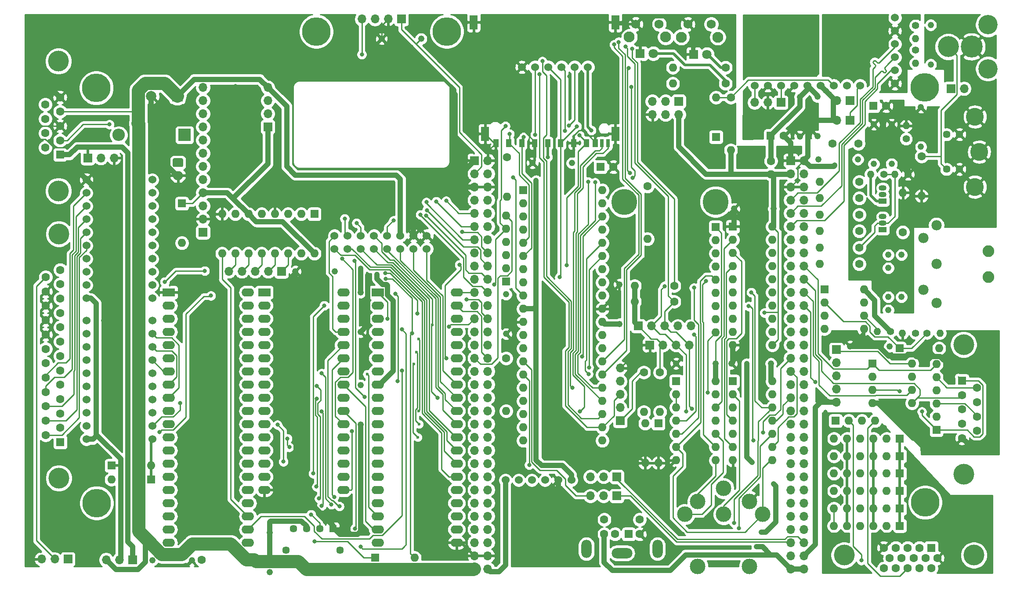
<source format=gtl>
G04 #@! TF.GenerationSoftware,KiCad,Pcbnew,(5.1.7)-1*
G04 #@! TF.CreationDate,2021-12-19T02:36:46+01:00*
G04 #@! TF.ProjectId,CR-VERSION,43522d56-4552-4534-994f-4e2e6b696361,rev?*
G04 #@! TF.SameCoordinates,Original*
G04 #@! TF.FileFunction,Copper,L1,Top*
G04 #@! TF.FilePolarity,Positive*
%FSLAX46Y46*%
G04 Gerber Fmt 4.6, Leading zero omitted, Abs format (unit mm)*
G04 Created by KiCad (PCBNEW (5.1.7)-1) date 2021-12-19 02:36:46*
%MOMM*%
%LPD*%
G01*
G04 APERTURE LIST*
G04 #@! TA.AperFunction,ComponentPad*
%ADD10C,3.435000*%
G04 #@! TD*
G04 #@! TA.AperFunction,ComponentPad*
%ADD11C,1.446000*%
G04 #@! TD*
G04 #@! TA.AperFunction,ComponentPad*
%ADD12O,1.600000X1.600000*%
G04 #@! TD*
G04 #@! TA.AperFunction,ComponentPad*
%ADD13R,1.600000X1.600000*%
G04 #@! TD*
G04 #@! TA.AperFunction,ComponentPad*
%ADD14O,1.700000X1.700000*%
G04 #@! TD*
G04 #@! TA.AperFunction,ComponentPad*
%ADD15R,1.700000X1.700000*%
G04 #@! TD*
G04 #@! TA.AperFunction,ComponentPad*
%ADD16C,1.217000*%
G04 #@! TD*
G04 #@! TA.AperFunction,ComponentPad*
%ADD17C,1.600000*%
G04 #@! TD*
G04 #@! TA.AperFunction,ComponentPad*
%ADD18O,1.400000X1.400000*%
G04 #@! TD*
G04 #@! TA.AperFunction,ComponentPad*
%ADD19C,1.400000*%
G04 #@! TD*
G04 #@! TA.AperFunction,ComponentPad*
%ADD20R,1.450000X1.450000*%
G04 #@! TD*
G04 #@! TA.AperFunction,ComponentPad*
%ADD21C,1.450000*%
G04 #@! TD*
G04 #@! TA.AperFunction,ComponentPad*
%ADD22C,2.250000*%
G04 #@! TD*
G04 #@! TA.AperFunction,ComponentPad*
%ADD23C,1.980000*%
G04 #@! TD*
G04 #@! TA.AperFunction,ComponentPad*
%ADD24C,1.524000*%
G04 #@! TD*
G04 #@! TA.AperFunction,ComponentPad*
%ADD25C,4.000000*%
G04 #@! TD*
G04 #@! TA.AperFunction,ComponentPad*
%ADD26C,2.000000*%
G04 #@! TD*
G04 #@! TA.AperFunction,ComponentPad*
%ADD27R,2.000000X2.000000*%
G04 #@! TD*
G04 #@! TA.AperFunction,ComponentPad*
%ADD28O,2.400000X1.600000*%
G04 #@! TD*
G04 #@! TA.AperFunction,ComponentPad*
%ADD29R,2.400000X1.600000*%
G04 #@! TD*
G04 #@! TA.AperFunction,ComponentPad*
%ADD30O,2.000000X1.700000*%
G04 #@! TD*
G04 #@! TA.AperFunction,ComponentPad*
%ADD31C,3.720000*%
G04 #@! TD*
G04 #@! TA.AperFunction,ComponentPad*
%ADD32C,4.035000*%
G04 #@! TD*
G04 #@! TA.AperFunction,ComponentPad*
%ADD33C,4.230000*%
G04 #@! TD*
G04 #@! TA.AperFunction,ComponentPad*
%ADD34C,1.214000*%
G04 #@! TD*
G04 #@! TA.AperFunction,ComponentPad*
%ADD35R,1.500000X1.050000*%
G04 #@! TD*
G04 #@! TA.AperFunction,ComponentPad*
%ADD36O,1.500000X1.050000*%
G04 #@! TD*
G04 #@! TA.AperFunction,ComponentPad*
%ADD37O,2.400000X2.400000*%
G04 #@! TD*
G04 #@! TA.AperFunction,ComponentPad*
%ADD38R,2.400000X2.400000*%
G04 #@! TD*
G04 #@! TA.AperFunction,ComponentPad*
%ADD39C,5.000000*%
G04 #@! TD*
G04 #@! TA.AperFunction,ComponentPad*
%ADD40C,5.500000*%
G04 #@! TD*
G04 #@! TA.AperFunction,ComponentPad*
%ADD41C,3.000000*%
G04 #@! TD*
G04 #@! TA.AperFunction,ComponentPad*
%ADD42C,2.100000*%
G04 #@! TD*
G04 #@! TA.AperFunction,ComponentPad*
%ADD43C,1.750000*%
G04 #@! TD*
G04 #@! TA.AperFunction,ComponentPad*
%ADD44C,1.800000*%
G04 #@! TD*
G04 #@! TA.AperFunction,ComponentPad*
%ADD45R,1.800000X1.800000*%
G04 #@! TD*
G04 #@! TA.AperFunction,ComponentPad*
%ADD46O,4.000000X2.000000*%
G04 #@! TD*
G04 #@! TA.AperFunction,ComponentPad*
%ADD47O,2.000000X3.500000*%
G04 #@! TD*
G04 #@! TA.AperFunction,SMDPad,CuDef*
%ADD48R,1.500000X2.800000*%
G04 #@! TD*
G04 #@! TA.AperFunction,SMDPad,CuDef*
%ADD49R,0.700000X1.500000*%
G04 #@! TD*
G04 #@! TA.AperFunction,SMDPad,CuDef*
%ADD50R,1.000000X1.500000*%
G04 #@! TD*
G04 #@! TA.AperFunction,ViaPad*
%ADD51C,0.800000*%
G04 #@! TD*
G04 #@! TA.AperFunction,ViaPad*
%ADD52C,0.600000*%
G04 #@! TD*
G04 #@! TA.AperFunction,Conductor*
%ADD53C,1.000000*%
G04 #@! TD*
G04 #@! TA.AperFunction,Conductor*
%ADD54C,0.254000*%
G04 #@! TD*
G04 #@! TA.AperFunction,Conductor*
%ADD55C,0.250000*%
G04 #@! TD*
G04 #@! TA.AperFunction,Conductor*
%ADD56C,0.500000*%
G04 #@! TD*
G04 #@! TA.AperFunction,Conductor*
%ADD57C,2.500000*%
G04 #@! TD*
G04 #@! TA.AperFunction,Conductor*
%ADD58C,0.100000*%
G04 #@! TD*
G04 APERTURE END LIST*
D10*
X254823000Y-73092000D03*
X254823000Y-59572000D03*
X255633000Y-66332000D03*
D11*
X249333000Y-62982000D03*
X249333000Y-69682000D03*
X251823000Y-62982000D03*
X251823000Y-69682000D03*
D12*
X95994000Y-126832000D03*
D13*
X88374000Y-126832000D03*
D14*
X88882000Y-67523000D03*
X86342000Y-67523000D03*
D15*
X83802000Y-67523000D03*
D14*
X228201000Y-56410500D03*
D15*
X230741000Y-56410500D03*
D14*
X74912000Y-144866000D03*
X77452000Y-144866000D03*
D15*
X79992000Y-144866000D03*
D14*
X87358000Y-144993000D03*
X89898000Y-144993000D03*
D15*
X92438000Y-144993000D03*
D14*
X110980000Y-89367000D03*
X113520000Y-89367000D03*
X116060000Y-89367000D03*
X118600000Y-89367000D03*
D15*
X121140000Y-89367000D03*
D12*
X127490000Y-85938000D03*
X109710000Y-78318000D03*
X124950000Y-85938000D03*
X112250000Y-78318000D03*
X122410000Y-85938000D03*
X114790000Y-78318000D03*
X119870000Y-85938000D03*
X117330000Y-78318000D03*
X117330000Y-85938000D03*
X119870000Y-78318000D03*
X114790000Y-85938000D03*
X122410000Y-78318000D03*
X112250000Y-85938000D03*
X124950000Y-78318000D03*
X109710000Y-85938000D03*
D13*
X127490000Y-78318000D03*
D12*
X101963000Y-83906000D03*
D13*
X101963000Y-76286000D03*
D12*
X88374000Y-129499000D03*
D13*
X95994000Y-129499000D03*
D16*
X123807000Y-89367000D03*
X131427000Y-89367000D03*
D17*
X232337400Y-64703600D03*
X227337400Y-64703600D03*
D14*
X228201000Y-60284000D03*
D15*
X230741000Y-60284000D03*
D18*
X243377500Y-49235000D03*
D19*
X243377500Y-46695000D03*
D18*
X243377500Y-44536000D03*
D19*
X243377500Y-41996000D03*
D18*
X241536000Y-61300000D03*
D19*
X241536000Y-63840000D03*
D14*
X252712000Y-54124500D03*
D15*
X250172000Y-54124500D03*
D18*
X239377000Y-70634500D03*
D19*
X241917000Y-70634500D03*
D18*
X234741500Y-70634500D03*
D19*
X237281500Y-70634500D03*
D18*
X240837500Y-101305000D03*
D19*
X243377500Y-101305000D03*
D18*
X236011500Y-100987500D03*
D19*
X238551500Y-100987500D03*
D18*
X248076500Y-101305000D03*
D19*
X245536500Y-101305000D03*
D20*
X131046000Y-138955999D03*
D21*
X128506000Y-138955999D03*
X125966000Y-138955999D03*
X123426000Y-138955999D03*
X122036000Y-143156001D03*
X132436000Y-143156001D03*
D12*
X233408000Y-92859500D03*
X225788000Y-100479500D03*
X233408000Y-95399500D03*
X225788000Y-97939500D03*
X233408000Y-97939500D03*
X225788000Y-95399500D03*
X233408000Y-100479500D03*
D13*
X225788000Y-92859500D03*
D12*
X247886000Y-104226000D03*
D13*
X240266000Y-104226000D03*
D22*
X257388000Y-90457000D03*
X257388000Y-85477000D03*
D23*
X244888000Y-92967000D03*
X244888000Y-82967000D03*
X247378000Y-95457000D03*
X247378000Y-87967000D03*
X247378000Y-80477000D03*
D24*
X149163000Y-85031000D03*
X149163000Y-82491000D03*
X146623000Y-85031000D03*
X146623000Y-82491000D03*
X144083000Y-85031000D03*
X144083000Y-82491000D03*
X141543000Y-85031000D03*
X141543000Y-82491000D03*
X139003000Y-85031000D03*
X139003000Y-82491000D03*
X136463000Y-85031000D03*
X136463000Y-82491000D03*
X133923000Y-85031000D03*
X133923000Y-82491000D03*
X131383000Y-85031000D03*
X131383000Y-82491000D03*
D25*
X252631000Y-103489000D03*
X252631000Y-128489000D03*
D17*
X255171000Y-120144000D03*
X255171000Y-117374000D03*
X255171000Y-114604000D03*
X255171000Y-111834000D03*
X252331000Y-121529000D03*
X252331000Y-118759000D03*
X252331000Y-115989000D03*
X252331000Y-113219000D03*
D13*
X252331000Y-110449000D03*
D12*
X247378000Y-107274000D03*
X247378000Y-109814000D03*
X247378000Y-112354000D03*
X247378000Y-114894000D03*
X247378000Y-117434000D03*
D13*
X247378000Y-119974000D03*
D25*
X254598000Y-144104000D03*
X229598000Y-144104000D03*
D17*
X237253000Y-146644000D03*
X239543000Y-146644000D03*
X241833000Y-146644000D03*
X244123000Y-146644000D03*
X246413000Y-146644000D03*
X238398000Y-144664000D03*
X240688000Y-144664000D03*
X242978000Y-144664000D03*
X245268000Y-144664000D03*
X247558000Y-144664000D03*
X237253000Y-142684000D03*
X239543000Y-142684000D03*
X241833000Y-142684000D03*
X244123000Y-142684000D03*
D13*
X246413000Y-142684000D03*
D16*
X140444000Y-44536000D03*
X148064000Y-44536000D03*
D14*
X136634000Y-40726000D03*
X139174000Y-40726000D03*
X141714000Y-40726000D03*
D15*
X144254000Y-40726000D03*
D26*
X96074000Y-55585000D03*
D27*
X101074000Y-55585000D03*
D16*
X238742000Y-61046000D03*
X238742000Y-68666000D03*
D17*
X237686000Y-57490000D03*
D13*
X235186000Y-57490000D03*
D16*
X235313000Y-61046000D03*
X235313000Y-68666000D03*
X136380000Y-101051000D03*
X136380000Y-93431000D03*
D28*
X154922000Y-93431000D03*
X139682000Y-141691000D03*
X154922000Y-95971000D03*
X139682000Y-139151000D03*
X154922000Y-98511000D03*
X139682000Y-136611000D03*
X154922000Y-101051000D03*
X139682000Y-134071000D03*
X154922000Y-103591000D03*
X139682000Y-131531000D03*
X154922000Y-106131000D03*
X139682000Y-128991000D03*
X154922000Y-108671000D03*
X139682000Y-126451000D03*
X154922000Y-111211000D03*
X139682000Y-123911000D03*
X154922000Y-113751000D03*
X139682000Y-121371000D03*
X154922000Y-116291000D03*
X139682000Y-118831000D03*
X154922000Y-118831000D03*
X139682000Y-116291000D03*
X154922000Y-121371000D03*
X139682000Y-113751000D03*
X154922000Y-123911000D03*
X139682000Y-111211000D03*
X154922000Y-126451000D03*
X139682000Y-108671000D03*
X154922000Y-128991000D03*
X139682000Y-106131000D03*
X154922000Y-131531000D03*
X139682000Y-103591000D03*
X154922000Y-134071000D03*
X139682000Y-101051000D03*
X154922000Y-136611000D03*
X139682000Y-98511000D03*
X154922000Y-139151000D03*
X139682000Y-95971000D03*
X154922000Y-141691000D03*
D29*
X139682000Y-93431000D03*
D28*
X114663000Y-93431000D03*
X99423000Y-141691000D03*
X114663000Y-95971000D03*
X99423000Y-139151000D03*
X114663000Y-98511000D03*
X99423000Y-136611000D03*
X114663000Y-101051000D03*
X99423000Y-134071000D03*
X114663000Y-103591000D03*
X99423000Y-131531000D03*
X114663000Y-106131000D03*
X99423000Y-128991000D03*
X114663000Y-108671000D03*
X99423000Y-126451000D03*
X114663000Y-111211000D03*
X99423000Y-123911000D03*
X114663000Y-113751000D03*
X99423000Y-121371000D03*
X114663000Y-116291000D03*
X99423000Y-118831000D03*
X114663000Y-118831000D03*
X99423000Y-116291000D03*
X114663000Y-121371000D03*
X99423000Y-113751000D03*
X114663000Y-123911000D03*
X99423000Y-111211000D03*
X114663000Y-126451000D03*
X99423000Y-108671000D03*
X114663000Y-128991000D03*
X99423000Y-106131000D03*
X114663000Y-131531000D03*
X99423000Y-103591000D03*
X114663000Y-134071000D03*
X99423000Y-101051000D03*
X114663000Y-136611000D03*
X99423000Y-98511000D03*
X114663000Y-139151000D03*
X99423000Y-95971000D03*
X114663000Y-141691000D03*
D29*
X99423000Y-93431000D03*
D28*
X133078000Y-93431000D03*
X117838000Y-131531000D03*
X133078000Y-95971000D03*
X117838000Y-128991000D03*
X133078000Y-98511000D03*
X117838000Y-126451000D03*
X133078000Y-101051000D03*
X117838000Y-123911000D03*
X133078000Y-103591000D03*
X117838000Y-121371000D03*
X133078000Y-106131000D03*
X117838000Y-118831000D03*
X133078000Y-108671000D03*
X117838000Y-116291000D03*
X133078000Y-111211000D03*
X117838000Y-113751000D03*
X133078000Y-113751000D03*
X117838000Y-111211000D03*
X133078000Y-116291000D03*
X117838000Y-108671000D03*
X133078000Y-118831000D03*
X117838000Y-106131000D03*
X133078000Y-121371000D03*
X117838000Y-103591000D03*
X133078000Y-123911000D03*
X117838000Y-101051000D03*
X133078000Y-126451000D03*
X117838000Y-98511000D03*
X133078000Y-128991000D03*
X117838000Y-95971000D03*
X133078000Y-131531000D03*
D29*
X117838000Y-93431000D03*
D16*
X177150000Y-68480000D03*
X169530000Y-68480000D03*
X96248000Y-145120000D03*
X103868000Y-145120000D03*
D14*
X228074000Y-114640000D03*
X228074000Y-112100000D03*
X228074000Y-109560000D03*
X228074000Y-107020000D03*
D15*
X228074000Y-104480000D03*
D16*
X118854000Y-139786000D03*
X118854000Y-147406000D03*
D30*
X101201000Y-70912000D03*
G04 #@! TA.AperFunction,ComponentPad*
G36*
G01*
X100451000Y-67562000D02*
X101951000Y-67562000D01*
G75*
G02*
X102201000Y-67812000I0J-250000D01*
G01*
X102201000Y-69012000D01*
G75*
G02*
X101951000Y-69262000I-250000J0D01*
G01*
X100451000Y-69262000D01*
G75*
G02*
X100201000Y-69012000I0J250000D01*
G01*
X100201000Y-67812000D01*
G75*
G02*
X100451000Y-67562000I250000J0D01*
G01*
G37*
G04 #@! TD.AperFunction*
D13*
X227947000Y-118196000D03*
D12*
X230487000Y-118196000D03*
X233027000Y-118196000D03*
X235567000Y-118196000D03*
D24*
X83548000Y-92034000D03*
X83548000Y-94574000D03*
X83548000Y-89494000D03*
X83548000Y-86954000D03*
X83548000Y-84414000D03*
X83548000Y-81874000D03*
X83548000Y-79334000D03*
X83548000Y-76794000D03*
X83548000Y-74254000D03*
X83548000Y-71714000D03*
X96248000Y-71714000D03*
X96248000Y-74254000D03*
X96248000Y-76794000D03*
X96248000Y-79334000D03*
X96248000Y-81874000D03*
X96248000Y-84414000D03*
X96248000Y-86954000D03*
X96248000Y-89494000D03*
X96248000Y-94574000D03*
X96248000Y-92034000D03*
X83548000Y-119212000D03*
X83548000Y-121752000D03*
X83548000Y-116672000D03*
X83548000Y-114132000D03*
X83548000Y-111592000D03*
X83548000Y-109052000D03*
X83548000Y-106512000D03*
X83548000Y-103972000D03*
X83548000Y-101432000D03*
X83548000Y-98892000D03*
X96248000Y-98892000D03*
X96248000Y-101432000D03*
X96248000Y-103972000D03*
X96248000Y-106512000D03*
X96248000Y-109052000D03*
X96248000Y-111592000D03*
X96248000Y-114132000D03*
X96248000Y-116672000D03*
X96248000Y-121752000D03*
X96248000Y-119212000D03*
D31*
X257322500Y-50310000D03*
X257322500Y-41810000D03*
D32*
X249672500Y-46060000D03*
D33*
X254172500Y-46060000D03*
D34*
X240647000Y-94320000D03*
X238107000Y-94320000D03*
X238107000Y-96860000D03*
X240647000Y-86192000D03*
X238107000Y-86192000D03*
X238107000Y-88732000D03*
D12*
X224899000Y-87970000D03*
D17*
X232519000Y-87970000D03*
D12*
X224899000Y-84795000D03*
D17*
X232519000Y-84795000D03*
D12*
X244520500Y-74825500D03*
D17*
X244520500Y-67205500D03*
D12*
X240901000Y-74190500D03*
D17*
X240901000Y-81810500D03*
D12*
X224899000Y-81620000D03*
D17*
X232519000Y-81620000D03*
D12*
X224899000Y-78445000D03*
D17*
X232519000Y-78445000D03*
D12*
X224899000Y-75270000D03*
D17*
X232519000Y-75270000D03*
D12*
X224899000Y-72095000D03*
D17*
X232519000Y-72095000D03*
D35*
X237027500Y-81366000D03*
D36*
X237027500Y-78826000D03*
X237027500Y-80096000D03*
D35*
X237027500Y-75841500D03*
D36*
X237027500Y-73301500D03*
X237027500Y-74571500D03*
D16*
X244393500Y-57744000D03*
X244393500Y-65364000D03*
X246298500Y-49489000D03*
X246298500Y-41869000D03*
X224645000Y-67777000D03*
X232265000Y-67777000D03*
D24*
X180195000Y-49997000D03*
X177655000Y-49997000D03*
X175115000Y-49997000D03*
X172575000Y-49997000D03*
X170035000Y-49997000D03*
X167495000Y-49997000D03*
D16*
X204833000Y-107147000D03*
X197213000Y-107147000D03*
X215501000Y-107147000D03*
X207881000Y-107147000D03*
X238361000Y-103845000D03*
X230741000Y-103845000D03*
X216021700Y-77302000D03*
X208401700Y-77302000D03*
D12*
X182989000Y-73746000D03*
X167749000Y-122006000D03*
X182989000Y-76286000D03*
X167749000Y-119466000D03*
X182989000Y-78826000D03*
X167749000Y-116926000D03*
X182989000Y-81366000D03*
X167749000Y-114386000D03*
X182989000Y-83906000D03*
X167749000Y-111846000D03*
X182989000Y-86446000D03*
X167749000Y-109306000D03*
X182989000Y-88986000D03*
X167749000Y-106766000D03*
X182989000Y-91526000D03*
X167749000Y-104226000D03*
X182989000Y-94066000D03*
X167749000Y-101686000D03*
X182989000Y-96606000D03*
X167749000Y-99146000D03*
X182989000Y-99146000D03*
X167749000Y-96606000D03*
X182989000Y-101686000D03*
X167749000Y-94066000D03*
X182989000Y-104226000D03*
X167749000Y-91526000D03*
X182989000Y-106766000D03*
X167749000Y-88986000D03*
X182989000Y-109306000D03*
X167749000Y-86446000D03*
X182989000Y-111846000D03*
X167749000Y-83906000D03*
X182989000Y-114386000D03*
X167749000Y-81366000D03*
X182989000Y-116926000D03*
X167749000Y-78826000D03*
X182989000Y-119466000D03*
X167749000Y-76286000D03*
X182989000Y-122006000D03*
D13*
X167749000Y-73746000D03*
D37*
X89771000Y-63078000D03*
D38*
X102471000Y-63078000D03*
D25*
X78168000Y-73848000D03*
X78168000Y-48848000D03*
D17*
X75628000Y-57193000D03*
X75628000Y-59963000D03*
X75628000Y-62733000D03*
X75628000Y-65503000D03*
X78468000Y-55808000D03*
X78468000Y-58578000D03*
X78468000Y-61348000D03*
X78468000Y-64118000D03*
D13*
X78468000Y-66888000D03*
D12*
X164421600Y-78610100D03*
X164421600Y-81150100D03*
X164421600Y-83690100D03*
X164421600Y-86230100D03*
X164421600Y-88770100D03*
D13*
X164421600Y-91310100D03*
D12*
X146794000Y-144612000D03*
D13*
X139174000Y-144612000D03*
D16*
X136405400Y-111338000D03*
X136405400Y-118958000D03*
D12*
X164637500Y-74952500D03*
D17*
X164637500Y-67332500D03*
D39*
X187180000Y-76032000D03*
X204833000Y-75968500D03*
D12*
X189212000Y-92161000D03*
D17*
X196832000Y-92161000D03*
D12*
X189212000Y-95209000D03*
D17*
X196832000Y-95209000D03*
D14*
X199753000Y-103591000D03*
X197213000Y-103591000D03*
X194673000Y-103591000D03*
D15*
X192133000Y-103591000D03*
D14*
X200070500Y-99908000D03*
X197530500Y-99908000D03*
X194990500Y-99908000D03*
X192450500Y-99908000D03*
D15*
X189910500Y-99908000D03*
D12*
X190990000Y-116481500D03*
D17*
X190990000Y-108861500D03*
D12*
X194101500Y-116481500D03*
D17*
X194101500Y-108861500D03*
D15*
X186418000Y-118196000D03*
D14*
X186418000Y-115656000D03*
X186418000Y-113116000D03*
X186418000Y-110576000D03*
X186418000Y-108036000D03*
D16*
X186291000Y-99527000D03*
X186291000Y-91907000D03*
X164447000Y-93812000D03*
X164447000Y-101432000D03*
D40*
X245160000Y-53890000D03*
D12*
X193784000Y-126324000D03*
X191244000Y-118704000D03*
X191244000Y-126324000D03*
D13*
X193784000Y-118704000D03*
D12*
X204833000Y-110576000D03*
X197213000Y-125816000D03*
X204833000Y-113116000D03*
X197213000Y-123276000D03*
X204833000Y-115656000D03*
X197213000Y-120736000D03*
X204833000Y-118196000D03*
X197213000Y-118196000D03*
X204833000Y-120736000D03*
X197213000Y-115656000D03*
X204833000Y-123276000D03*
X197213000Y-113116000D03*
X204833000Y-125816000D03*
D13*
X197213000Y-110576000D03*
D17*
X217950200Y-63230400D03*
D13*
X215450200Y-63230400D03*
D16*
X224441800Y-63332000D03*
X224441800Y-55712000D03*
X221073760Y-63352320D03*
X221073760Y-55732320D03*
D14*
X212338700Y-56804200D03*
X214878700Y-56804200D03*
D15*
X217418700Y-56804200D03*
D41*
X211373000Y-146228000D03*
X206373000Y-131228000D03*
X213873000Y-136228000D03*
X211373000Y-133728000D03*
X206373000Y-136228000D03*
X201373000Y-133728000D03*
X198873000Y-136228000D03*
X201373000Y-146228000D03*
D24*
X177020000Y-129626000D03*
X174480000Y-129626000D03*
X171940000Y-129626000D03*
X169400000Y-129626000D03*
X166860000Y-129626000D03*
X164320000Y-129626000D03*
D14*
X180703000Y-128991000D03*
X183243000Y-128991000D03*
D15*
X185783000Y-128991000D03*
D40*
X153017000Y-43139000D03*
X127871000Y-43139000D03*
X85480000Y-53990000D03*
X245219000Y-133944000D03*
X85540000Y-134050000D03*
D25*
X78231500Y-129253500D03*
X78231500Y-82153500D03*
D17*
X75691500Y-90468500D03*
X75691500Y-93238500D03*
X75691500Y-96008500D03*
X75691500Y-98778500D03*
X75691500Y-101548500D03*
X75691500Y-104318500D03*
X75691500Y-107088500D03*
X75691500Y-109858500D03*
X75691500Y-112628500D03*
X75691500Y-115398500D03*
X75691500Y-118168500D03*
X75691500Y-120938500D03*
X78531500Y-89083500D03*
X78531500Y-91853500D03*
X78531500Y-94623500D03*
X78531500Y-97393500D03*
X78531500Y-100163500D03*
X78531500Y-102933500D03*
X78531500Y-105703500D03*
X78531500Y-108473500D03*
X78531500Y-111243500D03*
X78531500Y-114013500D03*
X78531500Y-116783500D03*
X78531500Y-119553500D03*
D13*
X78531500Y-122323500D03*
D12*
X207754000Y-65999000D03*
D17*
X207754000Y-55839000D03*
D12*
X164447000Y-116291000D03*
D17*
X164447000Y-106131000D03*
D12*
X115933000Y-144993000D03*
D17*
X105773000Y-144993000D03*
D14*
X180703000Y-132674000D03*
X183243000Y-132674000D03*
D15*
X185783000Y-132674000D03*
D12*
X215475600Y-70621800D03*
D17*
X215475600Y-68081800D03*
D12*
X204896500Y-55839000D03*
D13*
X204896500Y-63459000D03*
D12*
X215755000Y-110576000D03*
X208135000Y-125816000D03*
X215755000Y-113116000D03*
X208135000Y-123276000D03*
X215755000Y-115656000D03*
X208135000Y-120736000D03*
X215755000Y-118196000D03*
X208135000Y-118196000D03*
X215755000Y-120736000D03*
X208135000Y-115656000D03*
X215755000Y-123276000D03*
X208135000Y-113116000D03*
X215755000Y-125816000D03*
D13*
X208135000Y-110576000D03*
D12*
X204833000Y-101178000D03*
X204833000Y-98638000D03*
X204833000Y-96098000D03*
X204833000Y-93558000D03*
X204833000Y-91018000D03*
X204833000Y-88478000D03*
X204833000Y-85938000D03*
X204833000Y-83398000D03*
D13*
X204833000Y-80858000D03*
D12*
X196578000Y-53172000D03*
D17*
X206738000Y-53172000D03*
D12*
X196578000Y-50060500D03*
D17*
X206738000Y-50060500D03*
D12*
X215755000Y-80731000D03*
X208135000Y-103591000D03*
X215755000Y-83271000D03*
X208135000Y-101051000D03*
X215755000Y-85811000D03*
X208135000Y-98511000D03*
X215755000Y-88351000D03*
X208135000Y-95971000D03*
X215755000Y-90891000D03*
X208135000Y-93431000D03*
X215755000Y-93431000D03*
X208135000Y-90891000D03*
X215755000Y-95971000D03*
X208135000Y-88351000D03*
X215755000Y-98511000D03*
X208135000Y-85811000D03*
X215755000Y-101051000D03*
X208135000Y-83271000D03*
X215755000Y-103591000D03*
D13*
X208135000Y-80731000D03*
D12*
X191688500Y-83144000D03*
D17*
X191688500Y-72984000D03*
D24*
X212351400Y-53553000D03*
X214891400Y-53553000D03*
X217431400Y-53553000D03*
X219971400Y-53553000D03*
X222511400Y-53553000D03*
X225051400Y-53553000D03*
X227591400Y-53553000D03*
X230131400Y-53553000D03*
X232671400Y-53553000D03*
X239377000Y-40472000D03*
X239377000Y-43012000D03*
X239377000Y-45552000D03*
X239377000Y-48092000D03*
X239377000Y-50632000D03*
X239377000Y-53172000D03*
D17*
X185108000Y-69237500D03*
D13*
X182608000Y-69237500D03*
D12*
X242679000Y-107147000D03*
X235059000Y-114767000D03*
X242679000Y-109687000D03*
X235059000Y-112227000D03*
X242679000Y-112227000D03*
X235059000Y-109687000D03*
X242679000Y-114767000D03*
D13*
X235059000Y-107147000D03*
D42*
X188190600Y-44181200D03*
D43*
X189440600Y-41691200D03*
X193940600Y-41691200D03*
D42*
X195200600Y-44181200D03*
D44*
X203156600Y-47538280D03*
D45*
X200616600Y-47538280D03*
D44*
X192818800Y-47355400D03*
D45*
X190278800Y-47355400D03*
D42*
X198223600Y-44206600D03*
D43*
X199473600Y-41716600D03*
X203973600Y-41716600D03*
D42*
X205233600Y-44206600D03*
D14*
X118521800Y-53908200D03*
X118521800Y-56448200D03*
X118521800Y-58988200D03*
D15*
X118521800Y-61528200D03*
D14*
X106025000Y-53895500D03*
X106025000Y-56435500D03*
X106025000Y-58975500D03*
X106025000Y-61515500D03*
X106025000Y-64055500D03*
X106025000Y-66595500D03*
X106025000Y-69135500D03*
X106025000Y-71675500D03*
X106025000Y-74215500D03*
X106025000Y-76755500D03*
X106025000Y-79295500D03*
D15*
X106025000Y-81835500D03*
D46*
X186769000Y-143690000D03*
D17*
X183369000Y-137240000D03*
X190169000Y-137240000D03*
X183369000Y-140040000D03*
X190169000Y-140040000D03*
X185469000Y-140040000D03*
D13*
X188069000Y-140040000D03*
D47*
X193619000Y-142890000D03*
X179919000Y-142890000D03*
D12*
X227642080Y-128350920D03*
X230182080Y-128350920D03*
X232722080Y-128350920D03*
X235262080Y-128350920D03*
X237802080Y-128350920D03*
D13*
X240342080Y-128350920D03*
D12*
X227647160Y-121640240D03*
X230187160Y-121640240D03*
X232727160Y-121640240D03*
X235267160Y-121640240D03*
X237807160Y-121640240D03*
D13*
X240347160Y-121640240D03*
D12*
X227642080Y-124998120D03*
X230182080Y-124998120D03*
X232722080Y-124998120D03*
X235262080Y-124998120D03*
X237802080Y-124998120D03*
D13*
X240342080Y-124998120D03*
D12*
X227647160Y-131724040D03*
X230187160Y-131724040D03*
X232727160Y-131724040D03*
X235267160Y-131724040D03*
X237807160Y-131724040D03*
D13*
X240347160Y-131724040D03*
D12*
X227642080Y-135081920D03*
X230182080Y-135081920D03*
X232722080Y-135081920D03*
X235262080Y-135081920D03*
X237802080Y-135081920D03*
D13*
X240342080Y-135081920D03*
D12*
X227637000Y-138439800D03*
X230177000Y-138439800D03*
X232717000Y-138439800D03*
X235257000Y-138439800D03*
X237797000Y-138439800D03*
D13*
X240337000Y-138439800D03*
D48*
X185501100Y-62839000D03*
X185501100Y-41339000D03*
X158201100Y-41339000D03*
X160401100Y-62839000D03*
D49*
X184106100Y-64639000D03*
X182906100Y-64639000D03*
D50*
X162476100Y-64639000D03*
X181606100Y-64639000D03*
X179906100Y-64639000D03*
X177476100Y-64639000D03*
X174976100Y-64639000D03*
X172476100Y-64639000D03*
X169976100Y-64639000D03*
X167476100Y-64639000D03*
X164976100Y-64639000D03*
D14*
X221840000Y-146740000D03*
X219300000Y-146740000D03*
X221840000Y-144200000D03*
X219300000Y-144200000D03*
X221840000Y-141660000D03*
X219300000Y-141660000D03*
X221840000Y-139120000D03*
X219300000Y-139120000D03*
X221840000Y-136580000D03*
X219300000Y-136580000D03*
X221840000Y-134040000D03*
X219300000Y-134040000D03*
X221840000Y-131500000D03*
X219300000Y-131500000D03*
X221840000Y-128960000D03*
X219300000Y-128960000D03*
X221840000Y-126420000D03*
X219300000Y-126420000D03*
X221840000Y-123880000D03*
X219300000Y-123880000D03*
X221840000Y-121340000D03*
X219300000Y-121340000D03*
X221840000Y-118800000D03*
X219300000Y-118800000D03*
X221840000Y-116260000D03*
X219300000Y-116260000D03*
X221840000Y-113720000D03*
X219300000Y-113720000D03*
X221840000Y-111180000D03*
X219300000Y-111180000D03*
X221840000Y-108640000D03*
X219300000Y-108640000D03*
X221840000Y-106100000D03*
X219300000Y-106100000D03*
X221840000Y-103560000D03*
X219300000Y-103560000D03*
X221840000Y-101020000D03*
X219300000Y-101020000D03*
X221840000Y-98480000D03*
X219300000Y-98480000D03*
X221840000Y-95940000D03*
X219300000Y-95940000D03*
X221840000Y-93400000D03*
X219300000Y-93400000D03*
X221840000Y-90860000D03*
X219300000Y-90860000D03*
X221840000Y-88320000D03*
X219300000Y-88320000D03*
X221840000Y-85780000D03*
X219300000Y-85780000D03*
X221840000Y-83240000D03*
X219300000Y-83240000D03*
X221840000Y-80700000D03*
X219300000Y-80700000D03*
X221840000Y-78160000D03*
X219300000Y-78160000D03*
X221840000Y-75620000D03*
X219300000Y-75620000D03*
X221840000Y-73080000D03*
X219300000Y-73080000D03*
X221840000Y-70540000D03*
X219300000Y-70540000D03*
X221840000Y-68000000D03*
D15*
X219300000Y-68000000D03*
X197721000Y-56601000D03*
D14*
X197721000Y-59141000D03*
X195181000Y-56601000D03*
X195181000Y-59141000D03*
X192641000Y-56601000D03*
X192641000Y-59141000D03*
D15*
X158360000Y-68000000D03*
D14*
X160900000Y-68000000D03*
X158360000Y-70540000D03*
X160900000Y-70540000D03*
X158360000Y-73080000D03*
X160900000Y-73080000D03*
X158360000Y-75620000D03*
X160900000Y-75620000D03*
X158360000Y-78160000D03*
X160900000Y-78160000D03*
X158360000Y-80700000D03*
X160900000Y-80700000D03*
X158360000Y-83240000D03*
X160900000Y-83240000D03*
X158360000Y-85780000D03*
X160900000Y-85780000D03*
X158360000Y-88320000D03*
X160900000Y-88320000D03*
X158360000Y-90860000D03*
X160900000Y-90860000D03*
X158360000Y-93400000D03*
X160900000Y-93400000D03*
X158360000Y-95940000D03*
X160900000Y-95940000D03*
X158360000Y-98480000D03*
X160900000Y-98480000D03*
X158360000Y-101020000D03*
X160900000Y-101020000D03*
X158360000Y-103560000D03*
X160900000Y-103560000D03*
X158360000Y-106100000D03*
X160900000Y-106100000D03*
X158360000Y-108640000D03*
X160900000Y-108640000D03*
X158360000Y-111180000D03*
X160900000Y-111180000D03*
X158360000Y-113720000D03*
X160900000Y-113720000D03*
X158360000Y-116260000D03*
X160900000Y-116260000D03*
X158360000Y-118800000D03*
X160900000Y-118800000D03*
X158360000Y-121340000D03*
X160900000Y-121340000D03*
X158360000Y-123880000D03*
X160900000Y-123880000D03*
X158360000Y-126420000D03*
X160900000Y-126420000D03*
X158360000Y-128960000D03*
X160900000Y-128960000D03*
X158360000Y-131500000D03*
X160900000Y-131500000D03*
X158360000Y-134040000D03*
X160900000Y-134040000D03*
X158360000Y-136580000D03*
X160900000Y-136580000D03*
X158360000Y-139120000D03*
X160900000Y-139120000D03*
X158360000Y-141660000D03*
X160900000Y-141660000D03*
X158360000Y-144200000D03*
X160900000Y-144200000D03*
X158360000Y-146740000D03*
X160900000Y-146740000D03*
D51*
X139555000Y-90002000D03*
X170225500Y-71841000D03*
X214231000Y-97368000D03*
X240266000Y-112516000D03*
X244584000Y-116418000D03*
X136404481Y-88756481D03*
X91549000Y-121752000D03*
X91549000Y-94701000D03*
X91549000Y-71841000D03*
X91549000Y-98892000D03*
X136405400Y-131886600D03*
X123680000Y-98257000D03*
X126982000Y-132801000D03*
X137777767Y-90156460D03*
X123764001Y-128779999D03*
X108313000Y-90383000D03*
X185501100Y-59041900D03*
X178163000Y-43393000D03*
X164701000Y-43393000D03*
X112123000Y-43520000D03*
X171940000Y-144612000D03*
X198483000Y-140040000D03*
X178925000Y-51521000D03*
X176639000Y-51775000D03*
X167368000Y-61300000D03*
X172067000Y-99146000D03*
X194673000Y-135722000D03*
X224010000Y-116697400D03*
X215120000Y-42250000D03*
X222740000Y-42250000D03*
X222740000Y-51140000D03*
X215120000Y-51140000D03*
X211310000Y-67650000D03*
X133840000Y-42250000D03*
X147810000Y-42250000D03*
X95740000Y-40980000D03*
X146540000Y-75270000D03*
X152890000Y-85430000D03*
X152890000Y-87970000D03*
X185910000Y-85430000D03*
X178290000Y-122260000D03*
X187180000Y-122260000D03*
X192260000Y-113370000D03*
X226456001Y-141403999D03*
X226550000Y-146390000D03*
X237462923Y-119446001D03*
X225968011Y-116491989D03*
X173210000Y-94320000D03*
X173464000Y-80350000D03*
X173464000Y-87335000D03*
X173464000Y-77683000D03*
X173591000Y-68793000D03*
X192260000Y-86446000D03*
X192641000Y-92288000D03*
X200261000Y-128737000D03*
X203055000Y-136992000D03*
X205595000Y-146009000D03*
X107424000Y-103337000D03*
X127490000Y-51140000D03*
X146540000Y-51140000D03*
X74150000Y-52410000D03*
X74150000Y-43520000D03*
X104630000Y-136230000D03*
X104630000Y-131150000D03*
X107170000Y-113370000D03*
X107170000Y-122260000D03*
X86850000Y-140040000D03*
X75420000Y-138770000D03*
X164320000Y-124800000D03*
X255760000Y-134960000D03*
X255760000Y-138770000D03*
X258300000Y-123530000D03*
X258300000Y-101940000D03*
X194800000Y-68920000D03*
X174480000Y-133690000D03*
X174480000Y-138770000D03*
X242952370Y-121529000D03*
X243060000Y-126070000D03*
X212300600Y-59776000D03*
X220758800Y-60868200D03*
X86850000Y-98892000D03*
X74404000Y-69555000D03*
X257157000Y-106766000D03*
X249283000Y-109433000D03*
X89390000Y-121752000D03*
X110091000Y-94574000D03*
X212580000Y-91780000D03*
X212580000Y-88605000D03*
X212580000Y-86065000D03*
X212580000Y-83525000D03*
X212580000Y-80985000D03*
X201785000Y-83525000D03*
X201785000Y-80985000D03*
X201785000Y-86065000D03*
X201785000Y-88605000D03*
X128760000Y-98130000D03*
X112250000Y-53680000D03*
X116060000Y-59395000D03*
X109075000Y-65110000D03*
X109075000Y-72095000D03*
X237345000Y-84160000D03*
X234170000Y-76540000D03*
X230995000Y-86065000D03*
X241155000Y-96860000D03*
X241155000Y-77810000D03*
X236075000Y-93050000D03*
X236075000Y-72095000D03*
X227820000Y-68920000D03*
X230868000Y-69682000D03*
X210802000Y-107147000D03*
X211818000Y-126197000D03*
X216009000Y-130388000D03*
X213596000Y-139659000D03*
X212707000Y-142387000D03*
X208389000Y-137881000D03*
X211691000Y-93431000D03*
X209278000Y-138897000D03*
X212072000Y-122006000D03*
X211183000Y-96098000D03*
X179107412Y-105822678D03*
X180322000Y-109179000D03*
X180414000Y-107909000D03*
X202928000Y-91272000D03*
X213977000Y-120482000D03*
X178671000Y-116354500D03*
X177210500Y-111846000D03*
X178607500Y-63141500D03*
X170035000Y-63043000D03*
X176131000Y-88224000D03*
X178099500Y-61427000D03*
X174734000Y-90510000D03*
X175813500Y-62316000D03*
X167868803Y-63468284D03*
X172511500Y-67332500D03*
X180893500Y-62189000D03*
X200642000Y-92542000D03*
X203293022Y-112719022D03*
X143111000Y-93685006D03*
X143526990Y-110576000D03*
X164320000Y-61363500D03*
X162142010Y-91907000D03*
X224010000Y-110703000D03*
X194977999Y-92224500D03*
X199118000Y-116418000D03*
X136634000Y-47549010D03*
X188778798Y-46479990D03*
X200260994Y-115910000D03*
X187434002Y-46025979D03*
X232900000Y-145120000D03*
X176540500Y-61300000D03*
X165145500Y-62887500D03*
X171432000Y-48854000D03*
X170917585Y-51399733D03*
X200642000Y-101559000D03*
X188101010Y-50187500D03*
X188323000Y-70444000D03*
X180253511Y-72095000D03*
X181592000Y-72222000D03*
X188831000Y-71333000D03*
X188548489Y-53780500D03*
X126855000Y-136258500D03*
X185274999Y-45640979D03*
X186144754Y-45147471D03*
X165780500Y-71269500D03*
X168892000Y-126705000D03*
X134729000Y-120228000D03*
X151239000Y-113751000D03*
D52*
X150230957Y-99707990D03*
X147614906Y-102448000D03*
X147614908Y-116291000D03*
X147683000Y-118831000D03*
X147160897Y-104988000D03*
X146706886Y-107274000D03*
X147429000Y-121371000D03*
D51*
X122283000Y-121625000D03*
X122664000Y-123276000D03*
X120378000Y-118958000D03*
X121521000Y-126070000D03*
X127271000Y-128356000D03*
X129395000Y-95971000D03*
X127906000Y-130896000D03*
X127963010Y-113920710D03*
X131309094Y-132895945D03*
X128414000Y-133182000D03*
X127963010Y-111465000D03*
X132332676Y-134689324D03*
D52*
X137650000Y-109179000D03*
D51*
X128887000Y-109052000D03*
X130760382Y-134321977D03*
X128887000Y-134579004D03*
X128890031Y-116418000D03*
X135339917Y-138980701D03*
X136382391Y-142443242D03*
X144346010Y-100580000D03*
X144346010Y-108544000D03*
X127490000Y-141437000D03*
X107550998Y-94066000D03*
X97645000Y-120355000D03*
X98661000Y-91399000D03*
X106373000Y-89283000D03*
X101582000Y-114767000D03*
X147302000Y-97495000D03*
X141159108Y-89748003D03*
X146286000Y-101305000D03*
X141220585Y-90830989D03*
X152947001Y-106131000D03*
X155465000Y-88097000D03*
X141587001Y-98501400D03*
X153416989Y-100035000D03*
X137222999Y-113624000D03*
X156827000Y-94828000D03*
X147936992Y-78445000D03*
X133332000Y-79207000D03*
X135237000Y-87335000D03*
X155938000Y-81747000D03*
X142730000Y-79588000D03*
X135618000Y-80042011D03*
X150985000Y-75905000D03*
X152890000Y-75778000D03*
X149080000Y-76032000D03*
X86342000Y-63459000D03*
X112123000Y-50428800D03*
X149022574Y-78629426D03*
X149184699Y-77588586D03*
X132853829Y-86953999D03*
X87993000Y-61046000D03*
D53*
X92565000Y-144866000D02*
X92438000Y-144993000D01*
X170225500Y-71841000D02*
X170225500Y-94129500D01*
X183370000Y-99527000D02*
X182989000Y-99146000D01*
X186291000Y-99527000D02*
X183370000Y-99527000D01*
X189212000Y-99209500D02*
X189910500Y-99908000D01*
X189212000Y-95209000D02*
X189212000Y-99209500D01*
D54*
X192416499Y-102413999D02*
X189910500Y-99908000D01*
X193495999Y-102413999D02*
X192416499Y-102413999D01*
X194673000Y-103591000D02*
X193495999Y-102413999D01*
D53*
X189212000Y-92161000D02*
X189212000Y-95209000D01*
D54*
X194101500Y-104162500D02*
X194673000Y-103591000D01*
X194101500Y-108861500D02*
X194101500Y-104162500D01*
X188704000Y-115910000D02*
X186418000Y-118196000D01*
X190355000Y-108861500D02*
X188704000Y-110512500D01*
X188704000Y-110512500D02*
X188704000Y-115910000D01*
X190990000Y-108861500D02*
X190355000Y-108861500D01*
X216882001Y-81858001D02*
X215755000Y-80731000D01*
X215755000Y-103591000D02*
X216882001Y-102463999D01*
D53*
X216021700Y-80464300D02*
X215755000Y-80731000D01*
X216021700Y-77302000D02*
X216021700Y-80464300D01*
X219218200Y-70621800D02*
X219300000Y-70540000D01*
X215475600Y-70621800D02*
X219218200Y-70621800D01*
X216021700Y-71167900D02*
X215475600Y-70621800D01*
X216021700Y-77302000D02*
X216021700Y-71167900D01*
X169781000Y-96606000D02*
X167749000Y-96606000D01*
X170225500Y-96161500D02*
X169781000Y-96606000D01*
X170225500Y-94129500D02*
X170225500Y-96161500D01*
X177020000Y-128610000D02*
X177020000Y-129626000D01*
X171305000Y-126832000D02*
X175242000Y-126832000D01*
X175242000Y-126832000D02*
X177020000Y-128610000D01*
X170225500Y-125752500D02*
X171305000Y-126832000D01*
X170225500Y-94129500D02*
X170225500Y-125752500D01*
D54*
X216882001Y-102463999D02*
X216882001Y-97256999D01*
X216882001Y-97256999D02*
X216882001Y-81858001D01*
X239758000Y-112227000D02*
X239885000Y-112354000D01*
X235059000Y-112227000D02*
X239758000Y-112227000D01*
X251569000Y-109687000D02*
X252331000Y-110449000D01*
D53*
X197721000Y-65364000D02*
X197721000Y-59141000D01*
X202978800Y-70621800D02*
X197721000Y-65364000D01*
X207754000Y-70291600D02*
X208084200Y-70621800D01*
X207754000Y-65999000D02*
X207754000Y-70291600D01*
X208084200Y-70621800D02*
X202978800Y-70621800D01*
X215475600Y-70621800D02*
X208084200Y-70621800D01*
D54*
X216882001Y-97256999D02*
X214342001Y-97256999D01*
X214342001Y-97256999D02*
X214231000Y-97368000D01*
D55*
X144254000Y-40726000D02*
X144254000Y-42758000D01*
X155430000Y-53934000D02*
X155430000Y-62570000D01*
X159724999Y-69175001D02*
X158360000Y-70540000D01*
X159724999Y-66864999D02*
X159724999Y-69175001D01*
X155430000Y-62570000D02*
X159724999Y-66864999D01*
X148064000Y-44536000D02*
X147048000Y-45552000D01*
X147048000Y-45552000D02*
X155430000Y-53934000D01*
X144254000Y-42758000D02*
X147048000Y-45552000D01*
D54*
X255453962Y-110449000D02*
X252331000Y-110449000D01*
X256298001Y-111293039D02*
X255453962Y-110449000D01*
X256298001Y-120684961D02*
X256298001Y-111293039D01*
X255711961Y-121271001D02*
X256298001Y-120684961D01*
X253333038Y-119974000D02*
X254630039Y-121271001D01*
X254630039Y-121271001D02*
X255711961Y-121271001D01*
X247378000Y-119974000D02*
X253333038Y-119974000D01*
X240104000Y-112354000D02*
X240266000Y-112516000D01*
X239885000Y-112354000D02*
X240104000Y-112354000D01*
X244584000Y-117180000D02*
X247378000Y-119974000D01*
X244584000Y-116418000D02*
X244584000Y-117180000D01*
X238461432Y-107147000D02*
X242679000Y-107147000D01*
X236094933Y-104780501D02*
X238461432Y-107147000D01*
X228374501Y-104780501D02*
X236094933Y-104780501D01*
X228074000Y-104480000D02*
X228374501Y-104780501D01*
D53*
X237014216Y-99450216D02*
X238551500Y-100987500D01*
X235503500Y-97939500D02*
X237014216Y-99450216D01*
X235503500Y-94955000D02*
X235503500Y-97939500D01*
X233408000Y-92859500D02*
X235503500Y-94955000D01*
X136380000Y-88780962D02*
X136404481Y-88756481D01*
X136380000Y-93431000D02*
X136380000Y-88780962D01*
X141582001Y-92070999D02*
X141582001Y-93934001D01*
X140685951Y-91930999D02*
X141442001Y-91930999D01*
X139555000Y-90002000D02*
X139555000Y-90800048D01*
X140082000Y-111211000D02*
X139682000Y-111211000D01*
X139555000Y-90800048D02*
X140685951Y-91930999D01*
X142687001Y-108605999D02*
X140082000Y-111211000D01*
X142687001Y-95039001D02*
X142687001Y-108605999D01*
X141582001Y-93934001D02*
X142687001Y-95039001D01*
X141442001Y-91930999D02*
X141582001Y-92070999D01*
X116290001Y-79818001D02*
X114790000Y-78318000D01*
X121370001Y-79818001D02*
X116290001Y-79818001D01*
X127490000Y-85938000D02*
X121370001Y-79818001D01*
X110687500Y-74215500D02*
X106025000Y-74215500D01*
X118521800Y-68617200D02*
X111805500Y-75333500D01*
X118521800Y-61528200D02*
X118521800Y-68617200D01*
X111805500Y-75333500D02*
X110687500Y-74215500D01*
X114790000Y-78318000D02*
X111805500Y-75333500D01*
X92438000Y-142453000D02*
X92438000Y-144993000D01*
X91549000Y-141564000D02*
X92438000Y-142453000D01*
X90469500Y-65427500D02*
X91549000Y-66507000D01*
X80309500Y-66888000D02*
X81770000Y-65427500D01*
X78468000Y-66888000D02*
X80309500Y-66888000D01*
D54*
X96248000Y-129245000D02*
X95994000Y-129499000D01*
D53*
X91549000Y-121752000D02*
X91549000Y-141564000D01*
X91549000Y-71841000D02*
X91549000Y-94701000D01*
X91549000Y-66507000D02*
X91549000Y-71841000D01*
X91549000Y-98892000D02*
X91549000Y-121752000D01*
X91549000Y-94701000D02*
X91549000Y-98892000D01*
D54*
X103954500Y-76286000D02*
X106025000Y-74215500D01*
X101963000Y-76286000D02*
X103954500Y-76286000D01*
D56*
X83802000Y-65491000D02*
X83865500Y-65427500D01*
X83802000Y-67523000D02*
X83802000Y-65491000D01*
D53*
X83865500Y-65427500D02*
X90469500Y-65427500D01*
X81770000Y-65427500D02*
X83865500Y-65427500D01*
D56*
X95994000Y-129499000D02*
X95994000Y-126832000D01*
X95994000Y-122006000D02*
X96248000Y-121752000D01*
X95994000Y-126832000D02*
X95994000Y-122006000D01*
D53*
X136405400Y-118958000D02*
X136405400Y-131886600D01*
X136405400Y-131886600D02*
X136439919Y-131921119D01*
X136439919Y-139492083D02*
X135808001Y-140124001D01*
X136439919Y-131921119D02*
X136439919Y-139492083D01*
X135808001Y-140124001D02*
X132468002Y-140124001D01*
X131300000Y-138955999D02*
X132468002Y-140124001D01*
X131046000Y-138955999D02*
X131300000Y-138955999D01*
X126982000Y-134302006D02*
X126982000Y-132801000D01*
X131046000Y-138366006D02*
X126982000Y-134302006D01*
X131046000Y-138955999D02*
X131046000Y-138366006D01*
X136380000Y-101051000D02*
X137777767Y-99653233D01*
X137777767Y-99653233D02*
X137777767Y-90156460D01*
X155715000Y-70645000D02*
X155715000Y-73080000D01*
X158360000Y-68000000D02*
X155715000Y-70645000D01*
X158360000Y-73080000D02*
X155715000Y-73080000D01*
X74663499Y-55008001D02*
X73261000Y-56410500D01*
X77668001Y-55008001D02*
X74663499Y-55008001D01*
X78468000Y-55808000D02*
X77668001Y-55008001D01*
D54*
X162201100Y-64639000D02*
X160401100Y-62839000D01*
X162476100Y-64639000D02*
X162201100Y-64639000D01*
X181606100Y-63635000D02*
X182402100Y-62839000D01*
X182402100Y-62839000D02*
X185501100Y-62839000D01*
X181606100Y-64639000D02*
X181606100Y-63635000D01*
X160900000Y-66215100D02*
X162476100Y-64639000D01*
X160900000Y-68000000D02*
X160900000Y-66215100D01*
D56*
X169976100Y-68033900D02*
X169530000Y-68480000D01*
X169976100Y-64639000D02*
X169976100Y-68033900D01*
D54*
X190863000Y-103591000D02*
X192133000Y-103591000D01*
X186418000Y-108036000D02*
X190863000Y-103591000D01*
D53*
X208135000Y-106893000D02*
X207881000Y-107147000D01*
X208135000Y-103591000D02*
X208135000Y-106893000D01*
D56*
X185853300Y-41691200D02*
X185501100Y-41339000D01*
X189440600Y-41691200D02*
X185853300Y-41691200D01*
X190765601Y-40366199D02*
X189440600Y-41691200D01*
X198123199Y-40366199D02*
X190765601Y-40366199D01*
X199473600Y-41716600D02*
X198123199Y-40366199D01*
X190278800Y-42529400D02*
X190278800Y-47355400D01*
X189440600Y-41691200D02*
X190278800Y-42529400D01*
X200348599Y-47270279D02*
X200616600Y-47538280D01*
X200348599Y-42591599D02*
X200348599Y-47270279D01*
X199473600Y-41716600D02*
X200348599Y-42591599D01*
D53*
X208401700Y-80464300D02*
X208135000Y-80731000D01*
X208401700Y-77302000D02*
X208401700Y-80464300D01*
D54*
X220662999Y-71717001D02*
X219300000Y-73080000D01*
X220662999Y-69177001D02*
X220662999Y-71717001D01*
X221840000Y-68000000D02*
X220662999Y-69177001D01*
D53*
X219300000Y-64580200D02*
X217950200Y-63230400D01*
X219300000Y-68000000D02*
X219300000Y-64580200D01*
X225051400Y-53553000D02*
X225831581Y-54333181D01*
X174480000Y-129626000D02*
X174480000Y-133690000D01*
X173718000Y-144612000D02*
X171940000Y-144612000D01*
X174480000Y-143850000D02*
X173718000Y-144612000D01*
X221840000Y-144200000D02*
X224010000Y-142030000D01*
X225026000Y-114640000D02*
X224010000Y-115656000D01*
X228074000Y-114640000D02*
X225026000Y-114640000D01*
X236190370Y-114767000D02*
X242952370Y-121529000D01*
X235059000Y-114767000D02*
X236190370Y-114767000D01*
D54*
X177476100Y-63196938D02*
X177476100Y-64639000D01*
X178519037Y-62154001D02*
X177476100Y-63196938D01*
X179371101Y-62154001D02*
X178519037Y-62154001D01*
X181606100Y-64389000D02*
X179371101Y-62154001D01*
X181606100Y-64639000D02*
X181606100Y-64389000D01*
D53*
X224010000Y-142030000D02*
X224010000Y-116697400D01*
X224010000Y-116697400D02*
X224010000Y-115656000D01*
D56*
X112123000Y-43520000D02*
X112123000Y-50428800D01*
X112123000Y-50428800D02*
X112199200Y-50505000D01*
X112199200Y-50505000D02*
X112199200Y-50505000D01*
D53*
X73261000Y-56410500D02*
X73261000Y-61173000D01*
D54*
X167368000Y-61780900D02*
X167368000Y-61300000D01*
X169976100Y-64389000D02*
X167368000Y-61780900D01*
X169976100Y-64639000D02*
X169976100Y-64389000D01*
D55*
X140444000Y-41996000D02*
X141714000Y-40726000D01*
X140444000Y-44536000D02*
X140444000Y-41996000D01*
D53*
X101007480Y-70912000D02*
X101201000Y-70912000D01*
X96074000Y-65978520D02*
X101007480Y-70912000D01*
X96074000Y-55585000D02*
X96074000Y-65978520D01*
X174480000Y-133690000D02*
X174480000Y-138770000D01*
X174480000Y-138770000D02*
X174480000Y-143850000D01*
X242952370Y-121529000D02*
X242952370Y-121529000D01*
X225051400Y-53553000D02*
X227515200Y-56016800D01*
D56*
X233408000Y-101178000D02*
X230741000Y-103845000D01*
X233408000Y-100479500D02*
X233408000Y-101178000D01*
D53*
X236329000Y-103845000D02*
X230741000Y-103845000D01*
X252331000Y-121529000D02*
X253316000Y-122514000D01*
X253316000Y-122514000D02*
X256268000Y-122514000D01*
X256268000Y-122514000D02*
X257792000Y-120990000D01*
X243526001Y-105773999D02*
X243248002Y-105496000D01*
X243248002Y-105496000D02*
X241856002Y-105496000D01*
X257792000Y-120990000D02*
X257792000Y-110322000D01*
X257792000Y-110322000D02*
X254744000Y-107274000D01*
X241626001Y-105726001D02*
X238210001Y-105726001D01*
X241856002Y-105496000D02*
X241626001Y-105726001D01*
X254744000Y-107274000D02*
X249598002Y-107274000D01*
X249598002Y-107274000D02*
X248098001Y-105773999D01*
X248098001Y-105773999D02*
X243526001Y-105773999D01*
X238210001Y-105726001D02*
X236329000Y-103845000D01*
D56*
X237940000Y-57744000D02*
X237686000Y-57490000D01*
D53*
X227908900Y-56410500D02*
X227515200Y-56016800D01*
X228201000Y-56410500D02*
X227908900Y-56410500D01*
X227820000Y-60284000D02*
X227515200Y-59979200D01*
X228201000Y-60284000D02*
X227820000Y-60284000D01*
X227515200Y-56016800D02*
X227515200Y-59979200D01*
X238742000Y-66469551D02*
X238742000Y-61046000D01*
X241917000Y-69644551D02*
X238742000Y-66469551D01*
X241917000Y-70634500D02*
X241917000Y-69644551D01*
X228201000Y-60284000D02*
X223781400Y-60284000D01*
X223781400Y-60284000D02*
X222638400Y-61427000D01*
X222638400Y-67201600D02*
X221840000Y-68000000D01*
X222638400Y-61427000D02*
X222638400Y-67201600D01*
X123807000Y-89367000D02*
X123807000Y-90227548D01*
X146623000Y-75353000D02*
X146540000Y-75270000D01*
X146623000Y-82491000D02*
X146623000Y-75353000D01*
X148730000Y-73080000D02*
X158360000Y-73080000D01*
X146540000Y-75270000D02*
X148730000Y-73080000D01*
X83548000Y-71714000D02*
X86977000Y-75143000D01*
X86977000Y-98765000D02*
X86850000Y-98892000D01*
X86977000Y-75143000D02*
X86977000Y-98765000D01*
X75007250Y-68951750D02*
X75642250Y-68951750D01*
X74404000Y-69555000D02*
X75007250Y-68951750D01*
X73261000Y-66570500D02*
X75642250Y-68951750D01*
D54*
X218396600Y-63230400D02*
X217950200Y-63230400D01*
X220758800Y-60868200D02*
X218396600Y-63230400D01*
D55*
X141714000Y-41869000D02*
X141714000Y-40726000D01*
X154922000Y-55077000D02*
X141714000Y-41869000D01*
X154922000Y-65662000D02*
X154922000Y-55077000D01*
X157260000Y-68000000D02*
X154922000Y-65662000D01*
X158360000Y-68000000D02*
X157260000Y-68000000D01*
D54*
X254823000Y-72682000D02*
X254823000Y-73092000D01*
X251823000Y-69682000D02*
X254823000Y-72682000D01*
D56*
X186291000Y-93304000D02*
X182989000Y-96606000D01*
X186291000Y-91907000D02*
X186291000Y-93304000D01*
X173210000Y-98003000D02*
X172067000Y-99146000D01*
X173210000Y-94320000D02*
X173210000Y-98003000D01*
X172067000Y-112934002D02*
X172067000Y-121117000D01*
X172067000Y-99146000D02*
X172067000Y-112934002D01*
X176474001Y-125524001D02*
X172067000Y-121117000D01*
X190444001Y-125524001D02*
X176474001Y-125524001D01*
X191244000Y-126324000D02*
X190444001Y-125524001D01*
X194673000Y-128356000D02*
X194673000Y-135722000D01*
X197213000Y-125816000D02*
X194673000Y-128356000D01*
X194673000Y-136230000D02*
X198483000Y-140040000D01*
X194673000Y-135722000D02*
X194673000Y-136230000D01*
X155851000Y-141691000D02*
X158360000Y-144200000D01*
X154922000Y-141691000D02*
X155851000Y-141691000D01*
X121013000Y-131531000D02*
X123764001Y-128779999D01*
X117838000Y-131531000D02*
X121013000Y-131531000D01*
X123764001Y-121847999D02*
X123764001Y-128779999D01*
X123764001Y-98341001D02*
X123764001Y-121847999D01*
X123680000Y-98257000D02*
X123764001Y-98341001D01*
X123680000Y-89494000D02*
X123807000Y-89367000D01*
X123680000Y-98257000D02*
X123680000Y-89494000D01*
X105265000Y-93431000D02*
X108313000Y-90383000D01*
X99423000Y-93431000D02*
X105265000Y-93431000D01*
D53*
X223014000Y-69174000D02*
X227566000Y-69174000D01*
X227808979Y-68931021D02*
X227808979Y-68920000D01*
X227566000Y-69174000D02*
X227808979Y-68931021D01*
X221840000Y-68000000D02*
X223014000Y-69174000D01*
X125966000Y-138516000D02*
X125966000Y-138955999D01*
X124980998Y-137530998D02*
X125966000Y-138516000D01*
X119077002Y-137530998D02*
X124980998Y-137530998D01*
X118854000Y-137754000D02*
X119077002Y-137530998D01*
X89263000Y-146898000D02*
X87358000Y-144993000D01*
X204833000Y-107147000D02*
X204833000Y-110576000D01*
X215501000Y-110322000D02*
X215755000Y-110576000D01*
X215501000Y-107147000D02*
X215501000Y-110322000D01*
X164320000Y-129626000D02*
X164320000Y-146009000D01*
X164320000Y-146009000D02*
X163050000Y-147279000D01*
X161439000Y-147279000D02*
X160900000Y-146740000D01*
X163050000Y-147279000D02*
X161439000Y-147279000D01*
X221840000Y-146740000D02*
X219300000Y-146740000D01*
X184894000Y-147025000D02*
X183369000Y-145500000D01*
X196070000Y-147025000D02*
X184894000Y-147025000D01*
X199067001Y-144027999D02*
X196070000Y-147025000D01*
X183369000Y-145500000D02*
X183369000Y-140040000D01*
X216587999Y-144027999D02*
X199067001Y-144027999D01*
X219300000Y-146740000D02*
X216587999Y-144027999D01*
X210802000Y-125181000D02*
X211818000Y-126197000D01*
X210802000Y-107147000D02*
X210802000Y-125181000D01*
X216408999Y-130787999D02*
X216408999Y-137735001D01*
X216009000Y-130388000D02*
X216408999Y-130787999D01*
X214485000Y-139659000D02*
X213596000Y-139659000D01*
X216408999Y-137735001D02*
X214485000Y-139659000D01*
X213884010Y-142487010D02*
X212707000Y-142487010D01*
X215424999Y-144027999D02*
X213884010Y-142487010D01*
X216587999Y-144027999D02*
X215424999Y-144027999D01*
D55*
X204833000Y-102843002D02*
X204833000Y-107147000D01*
X205958001Y-101718001D02*
X204833000Y-102843002D01*
X205958001Y-81983001D02*
X205958001Y-101718001D01*
X204833000Y-80858000D02*
X205958001Y-81983001D01*
D57*
X158360000Y-146740000D02*
X158202000Y-146898000D01*
X158202000Y-146898000D02*
X125966000Y-146898000D01*
X116287499Y-145347499D02*
X115933000Y-144993000D01*
X125966000Y-146898000D02*
X124415499Y-145347499D01*
D53*
X118854000Y-139786000D02*
X118854000Y-137754000D01*
X118854000Y-139786000D02*
X118854000Y-144358000D01*
X118854000Y-144358000D02*
X117864501Y-145347499D01*
D57*
X117864501Y-145347499D02*
X116287499Y-145347499D01*
X124415499Y-145347499D02*
X117864501Y-145347499D01*
D53*
X116959099Y-52345499D02*
X118521800Y-53908200D01*
X104313501Y-52345499D02*
X116959099Y-52345499D01*
X101074000Y-55585000D02*
X104313501Y-52345499D01*
X144083000Y-82491000D02*
X144083000Y-71631000D01*
X144083000Y-71631000D02*
X143277000Y-70825000D01*
X143277000Y-70825000D02*
X123807000Y-70825000D01*
X123807000Y-70825000D02*
X122156000Y-69174000D01*
X122156000Y-57542400D02*
X118521800Y-53908200D01*
X122156000Y-69174000D02*
X122156000Y-57542400D01*
D57*
X101074000Y-55585000D02*
X98623999Y-53134999D01*
X98623999Y-53134999D02*
X97099999Y-53134999D01*
X114383006Y-144993000D02*
X115933000Y-144993000D01*
X111335006Y-141945000D02*
X114383006Y-144993000D01*
X103996418Y-141945000D02*
X111335006Y-141945000D01*
X102000408Y-143941010D02*
X103996418Y-141945000D01*
X98091016Y-143941010D02*
X102000408Y-143941010D01*
X93626009Y-60964009D02*
X93626009Y-139476003D01*
X93499010Y-60837010D02*
X93626009Y-60964009D01*
X93581000Y-60755020D02*
X93499010Y-60837010D01*
X94897999Y-53134999D02*
X93581000Y-54451998D01*
X97099999Y-53134999D02*
X94897999Y-53134999D01*
D53*
X94939499Y-142237501D02*
X95663503Y-141513497D01*
X94939499Y-145451503D02*
X94939499Y-142237501D01*
X89263000Y-146898000D02*
X93493002Y-146898000D01*
D57*
X95663503Y-141513497D02*
X98091016Y-143941010D01*
D53*
X93493002Y-146898000D02*
X94939499Y-145451503D01*
D57*
X93626009Y-139476003D02*
X95663503Y-141513497D01*
D54*
X93145000Y-58578000D02*
X93581000Y-59014000D01*
X78468000Y-58578000D02*
X93145000Y-58578000D01*
D57*
X93581000Y-59014000D02*
X93581000Y-60755020D01*
X93581000Y-54451998D02*
X93581000Y-59014000D01*
D54*
X227642080Y-138434720D02*
X227637000Y-138439800D01*
X227642080Y-135081920D02*
X227642080Y-138434720D01*
D56*
X230187160Y-124993040D02*
X230182080Y-124998120D01*
X230187160Y-121640240D02*
X230187160Y-124993040D01*
X230182080Y-124998120D02*
X230182080Y-128350920D01*
X230182080Y-131718960D02*
X230187160Y-131724040D01*
X230182080Y-128350920D02*
X230182080Y-131718960D01*
X230187160Y-135076840D02*
X230182080Y-135081920D01*
X230187160Y-131724040D02*
X230187160Y-135076840D01*
X230182080Y-138434720D02*
X230177000Y-138439800D01*
X230182080Y-135081920D02*
X230182080Y-138434720D01*
X235262080Y-138434720D02*
X235257000Y-138439800D01*
X235262080Y-135081920D02*
X235262080Y-138434720D01*
X235262080Y-131729120D02*
X235267160Y-131724040D01*
X235262080Y-135081920D02*
X235262080Y-131729120D01*
X235267160Y-128356000D02*
X235262080Y-128350920D01*
X235267160Y-131724040D02*
X235267160Y-128356000D01*
X235262080Y-124998120D02*
X235262080Y-128350920D01*
X235262080Y-121645320D02*
X235267160Y-121640240D01*
X235262080Y-124998120D02*
X235262080Y-121645320D01*
X240347160Y-124993040D02*
X240342080Y-124998120D01*
X240347160Y-121640240D02*
X240347160Y-124993040D01*
X240342080Y-124998120D02*
X240342080Y-128350920D01*
X240342080Y-131718960D02*
X240347160Y-131724040D01*
X240342080Y-128350920D02*
X240342080Y-131718960D01*
X240347160Y-135076840D02*
X240342080Y-135081920D01*
X240347160Y-131724040D02*
X240347160Y-135076840D01*
X240342080Y-138434720D02*
X240337000Y-138439800D01*
X240342080Y-135081920D02*
X240342080Y-138434720D01*
D54*
X213053002Y-118357998D02*
X214955001Y-116455999D01*
X213053002Y-121973962D02*
X213053002Y-118357998D01*
X212964980Y-122061984D02*
X213053002Y-121973962D01*
X208389000Y-133277966D02*
X212964980Y-128701986D01*
X208389000Y-137881000D02*
X208389000Y-133277966D01*
X212964980Y-128701986D02*
X212964980Y-122061984D01*
X214955001Y-116455999D02*
X215755000Y-115656000D01*
X212399011Y-94139011D02*
X211691000Y-93431000D01*
X212399011Y-114332011D02*
X212399011Y-94139011D01*
X213723000Y-115656000D02*
X212399011Y-114332011D01*
X215755000Y-115656000D02*
X213723000Y-115656000D01*
X213418990Y-123072010D02*
X215755000Y-120736000D01*
X213418990Y-128978048D02*
X213418990Y-123072010D01*
X209278000Y-133119038D02*
X213418990Y-128978048D01*
X209278000Y-138897000D02*
X209278000Y-133119038D01*
X211945000Y-121879000D02*
X212072000Y-122006000D01*
X211945000Y-96606000D02*
X211945000Y-121879000D01*
X211310000Y-95971000D02*
X211945000Y-96606000D01*
X209405000Y-131531000D02*
X209405000Y-114386000D01*
X206373000Y-134563000D02*
X209405000Y-131531000D01*
X209405000Y-114386000D02*
X208135000Y-113116000D01*
X206373000Y-136228000D02*
X206373000Y-134563000D01*
D55*
X206408012Y-84997988D02*
X207335001Y-84070999D01*
X206408012Y-93911601D02*
X206408012Y-84997988D01*
X206426011Y-93929600D02*
X206408012Y-93911601D01*
X204833000Y-115656000D02*
X206033989Y-114455011D01*
X206426011Y-101886401D02*
X206426011Y-93929600D01*
X206033989Y-114455011D02*
X206033989Y-102278423D01*
X206033989Y-102278423D02*
X206426011Y-101886401D01*
X207335001Y-84070999D02*
X208135000Y-83271000D01*
D54*
X202168000Y-136228000D02*
X198873000Y-136228000D01*
X203944000Y-134452000D02*
X202168000Y-136228000D01*
X203944000Y-130395068D02*
X203944000Y-134452000D01*
X206230000Y-128109068D02*
X203944000Y-130395068D01*
X206230000Y-122133000D02*
X206230000Y-128109068D01*
X204833000Y-120736000D02*
X206230000Y-122133000D01*
X209786000Y-87462000D02*
X208135000Y-85811000D01*
X209786000Y-101305000D02*
X209786000Y-87462000D01*
X208770000Y-102321000D02*
X209786000Y-101305000D01*
X207373000Y-102321000D02*
X208770000Y-102321000D01*
X206945499Y-102748501D02*
X207373000Y-102321000D01*
X206945499Y-117006499D02*
X206945499Y-102748501D01*
X208135000Y-118196000D02*
X206945499Y-117006499D01*
X201373000Y-132324000D02*
X204833000Y-128864000D01*
X204833000Y-128864000D02*
X204833000Y-125816000D01*
X201373000Y-133728000D02*
X201373000Y-132324000D01*
D55*
X206484000Y-121625000D02*
X207335001Y-122476001D01*
X208135000Y-88351000D02*
X206876022Y-89609978D01*
X206876022Y-102072801D02*
X206484000Y-102464823D01*
X206876022Y-89609978D02*
X206876022Y-102072801D01*
X206484000Y-102464823D02*
X206484000Y-121625000D01*
X207335001Y-122476001D02*
X208135000Y-123276000D01*
X179234992Y-105695098D02*
X179107412Y-105822678D01*
X179234992Y-82580008D02*
X179234992Y-105695098D01*
X182989000Y-78826000D02*
X179234992Y-82580008D01*
D54*
X182989000Y-83906000D02*
X179961993Y-86933007D01*
X179687000Y-106698962D02*
X179687000Y-108544000D01*
X179961993Y-86933007D02*
X179961993Y-106423969D01*
X179687000Y-108544000D02*
X180322000Y-109179000D01*
X179961993Y-106423969D02*
X179687000Y-106698962D01*
X180416002Y-107906998D02*
X180414000Y-107909000D01*
X182989000Y-86446000D02*
X180416002Y-89018998D01*
X180416002Y-89018998D02*
X180416002Y-107906998D01*
X202312022Y-99123424D02*
X202312022Y-91887978D01*
X202420000Y-99231402D02*
X202312022Y-99123424D01*
X202528001Y-91671999D02*
X202928000Y-91272000D01*
X202312022Y-91887978D02*
X202528001Y-91671999D01*
X202420000Y-120863000D02*
X202420000Y-99231402D01*
X204833000Y-123276000D02*
X202420000Y-120863000D01*
X219300000Y-106100000D02*
X218950000Y-105750000D01*
D55*
X213977000Y-118308998D02*
X213977000Y-120482000D01*
X215214999Y-117070999D02*
X213977000Y-118308998D01*
X216295001Y-117070999D02*
X215214999Y-117070999D01*
X217334990Y-116031010D02*
X216295001Y-117070999D01*
X217334990Y-108065010D02*
X217334990Y-116031010D01*
X219300000Y-106100000D02*
X217334990Y-108065010D01*
X178145978Y-74386714D02*
X178145978Y-81748474D01*
X177876956Y-104602762D02*
X177326966Y-105152752D01*
X177326966Y-109370274D02*
X179488990Y-111532298D01*
X179488990Y-115536510D02*
X179070999Y-115954501D01*
X184106100Y-65639000D02*
X183111100Y-66634000D01*
X179070999Y-115954501D02*
X178671000Y-116354500D01*
X179488990Y-111532298D02*
X179488990Y-115536510D01*
X184106100Y-64639000D02*
X184106100Y-65639000D01*
X183111100Y-66634000D02*
X181783910Y-66634000D01*
X178145978Y-81748474D02*
X177876956Y-82017496D01*
X179234990Y-73297702D02*
X178145978Y-74386714D01*
X179234990Y-69182920D02*
X179234990Y-73297702D01*
X177326966Y-105152752D02*
X177326966Y-109370274D01*
X181783910Y-66634000D02*
X179234990Y-69182920D01*
X177876956Y-82017496D02*
X177876956Y-104602762D01*
X177695967Y-74200314D02*
X178784979Y-73111303D01*
X176810501Y-111446001D02*
X176810501Y-105032807D01*
X176810501Y-105032807D02*
X177426945Y-104416363D01*
X177426945Y-104416363D02*
X177426945Y-81831096D01*
X177426945Y-81831096D02*
X177695967Y-81562074D01*
X177695967Y-81562074D02*
X177695967Y-74200314D01*
X181655500Y-66126000D02*
X182419100Y-66126000D01*
X177210500Y-111846000D02*
X176810501Y-111446001D01*
X182906100Y-65639000D02*
X182906100Y-64639000D01*
X178784979Y-73111303D02*
X178784979Y-68996520D01*
X182419100Y-66126000D02*
X182906100Y-65639000D01*
X178784979Y-68996520D02*
X181655500Y-66126000D01*
D54*
X179906100Y-64440100D02*
X178607500Y-63141500D01*
X179906100Y-64639000D02*
X179906100Y-64440100D01*
X170035000Y-63043000D02*
X170035000Y-49997000D01*
X176131000Y-75126042D02*
X176131000Y-88224000D01*
X178313970Y-72943072D02*
X176131000Y-75126042D01*
X179906100Y-64639000D02*
X178313970Y-66231130D01*
X178313970Y-66231130D02*
X178313970Y-72943072D01*
X174976100Y-52398100D02*
X172575000Y-49997000D01*
X174976100Y-64639000D02*
X174976100Y-52398100D01*
X174976100Y-64550400D02*
X174976100Y-64639000D01*
X178099500Y-61427000D02*
X174976100Y-64550400D01*
X174976100Y-64639000D02*
X174976100Y-90267900D01*
X174976100Y-90267900D02*
X174734000Y-90510000D01*
X167476100Y-64639000D02*
X167476100Y-70462900D01*
X167476100Y-70462900D02*
X169330011Y-72316811D01*
X169330011Y-84864989D02*
X167749000Y-86446000D01*
X169330011Y-72316811D02*
X169330011Y-84864989D01*
X175813500Y-50695500D02*
X175813500Y-62316000D01*
X175115000Y-49997000D02*
X175813500Y-50695500D01*
X167476100Y-64639000D02*
X167476100Y-63860987D01*
X167476100Y-63860987D02*
X167868803Y-63468284D01*
D56*
X172476100Y-67297100D02*
X172511500Y-67332500D01*
X172476100Y-64639000D02*
X172476100Y-67297100D01*
X180195000Y-61490500D02*
X180195000Y-49997000D01*
X180893500Y-62189000D02*
X180195000Y-61490500D01*
D54*
X200642000Y-98737538D02*
X200642000Y-93107685D01*
X201511978Y-99607516D02*
X200642000Y-98737538D01*
X200642000Y-93107685D02*
X200642000Y-92542000D01*
X201511978Y-117568392D02*
X201511978Y-99607516D01*
X198344370Y-120736000D02*
X201511978Y-117568392D01*
X197213000Y-120736000D02*
X198344370Y-120736000D01*
X216882001Y-119476037D02*
X216882001Y-122148999D01*
X219864961Y-117437001D02*
X218921037Y-117437001D01*
X216882001Y-122148999D02*
X215755000Y-123276000D01*
X220477001Y-116824961D02*
X219864961Y-117437001D01*
X220477001Y-109817001D02*
X220477001Y-116824961D01*
X218921037Y-117437001D02*
X216882001Y-119476037D01*
X219300000Y-108640000D02*
X220477001Y-109817001D01*
X217787000Y-116926000D02*
X216517000Y-118196000D01*
X216517000Y-118196000D02*
X215755000Y-118196000D01*
X217787000Y-115233000D02*
X217787000Y-116926000D01*
X219300000Y-113720000D02*
X217787000Y-115233000D01*
X215755000Y-125816000D02*
X215374000Y-125816000D01*
X213873000Y-127317000D02*
X213873000Y-136228000D01*
X215374000Y-125816000D02*
X213873000Y-127317000D01*
X198483000Y-126959000D02*
X198483000Y-124546000D01*
X198483000Y-124546000D02*
X197213000Y-123276000D01*
X196578000Y-136865000D02*
X196578000Y-128864000D01*
X199337001Y-139624001D02*
X196578000Y-136865000D01*
X196578000Y-128864000D02*
X198483000Y-126959000D01*
X210476999Y-139624001D02*
X199337001Y-139624001D01*
X213873000Y-136228000D02*
X210476999Y-139624001D01*
X201965989Y-99419459D02*
X201965989Y-118523011D01*
X198012999Y-122476001D02*
X197213000Y-123276000D01*
X204833000Y-91018000D02*
X204033001Y-90218001D01*
X201965989Y-118523011D02*
X198012999Y-122476001D01*
X201858011Y-91266027D02*
X201858011Y-99311481D01*
X201858011Y-99311481D02*
X201965989Y-99419459D01*
X204033001Y-90218001D02*
X202906037Y-90218001D01*
X202906037Y-90218001D02*
X201858011Y-91266027D01*
D56*
X205849000Y-50060500D02*
X206738000Y-50060500D01*
X203326780Y-47538280D02*
X205849000Y-50060500D01*
X203156600Y-47538280D02*
X203326780Y-47538280D01*
X196666900Y-47355400D02*
X192818800Y-47355400D01*
X198864000Y-49552500D02*
X196666900Y-47355400D01*
X203690000Y-49552500D02*
X198864000Y-49552500D01*
X206738000Y-52600500D02*
X203690000Y-49552500D01*
X206738000Y-53172000D02*
X206738000Y-52600500D01*
D54*
X197213000Y-115656000D02*
X197213000Y-113116000D01*
X203293022Y-112973022D02*
X203293022Y-112719022D01*
X204833000Y-101178000D02*
X203293022Y-102717978D01*
X203293022Y-102717978D02*
X203293022Y-112973022D01*
X226502399Y-52463999D02*
X211129001Y-52463999D01*
X211129001Y-52463999D02*
X207754000Y-55839000D01*
X227591400Y-53553000D02*
X226502399Y-52463999D01*
X204896500Y-55839000D02*
X207754000Y-55839000D01*
X143619000Y-94193006D02*
X143619000Y-110483990D01*
X143111000Y-93685006D02*
X143619000Y-94193006D01*
X143619000Y-110483990D02*
X143526990Y-110576000D01*
X162415000Y-83156700D02*
X164421600Y-81150100D01*
X162415000Y-91086962D02*
X162415000Y-83156700D01*
D55*
X163512499Y-62171001D02*
X164320000Y-61363500D01*
X163512499Y-75492501D02*
X163512499Y-62171001D01*
X163296599Y-80025099D02*
X163296599Y-75708401D01*
X163296599Y-75708401D02*
X163512499Y-75492501D01*
X164421600Y-81150100D02*
X163296599Y-80025099D01*
D54*
X162415000Y-91634010D02*
X162142010Y-91907000D01*
X162415000Y-91086962D02*
X162415000Y-91634010D01*
X154953000Y-93400000D02*
X154922000Y-93431000D01*
X158360000Y-93400000D02*
X154953000Y-93400000D01*
X235710962Y-113243000D02*
X235599961Y-113354001D01*
X226804000Y-113370000D02*
X224752978Y-111318978D01*
X224752978Y-111318978D02*
X224752978Y-106725076D01*
X223609978Y-105582076D02*
X223609978Y-95169978D01*
X224752978Y-106725076D02*
X223609978Y-105582076D01*
X241663000Y-113243000D02*
X235710962Y-113243000D01*
X226819999Y-113354001D02*
X226804000Y-113370000D01*
X223609978Y-95169978D02*
X221840000Y-93400000D01*
X242679000Y-112227000D02*
X241663000Y-113243000D01*
X235599961Y-113354001D02*
X226819999Y-113354001D01*
X223155967Y-97255967D02*
X223155967Y-109848967D01*
X221840000Y-95940000D02*
X223155967Y-97255967D01*
X223155967Y-109848967D02*
X224010000Y-110703000D01*
D55*
X251781001Y-113768999D02*
X252331000Y-113219000D01*
X243677001Y-113768999D02*
X251781001Y-113768999D01*
X242679000Y-114767000D02*
X243677001Y-113768999D01*
D54*
X228638961Y-110922999D02*
X228672962Y-110957000D01*
X243076962Y-110957000D02*
X244227000Y-112107038D01*
X225206989Y-108620949D02*
X227509039Y-110922999D01*
X227509039Y-110922999D02*
X228638961Y-110922999D01*
X224063989Y-105394019D02*
X225206989Y-106537019D01*
X221840000Y-90860000D02*
X224063989Y-93083989D01*
X244227000Y-113219000D02*
X242679000Y-114767000D01*
X244227000Y-112107038D02*
X244227000Y-113219000D01*
X224063989Y-93083989D02*
X224063989Y-105394019D01*
X225206989Y-106537019D02*
X225206989Y-108620949D01*
X228672962Y-110957000D02*
X243076962Y-110957000D01*
X194977999Y-92224500D02*
X194355500Y-92846999D01*
X194355500Y-98003000D02*
X192450500Y-99908000D01*
X194355500Y-92846999D02*
X194355500Y-98003000D01*
X194038000Y-101495500D02*
X192450500Y-99908000D01*
X195117500Y-101495500D02*
X194038000Y-101495500D01*
X197213000Y-103591000D02*
X195117500Y-101495500D01*
X199118000Y-105496000D02*
X197213000Y-103591000D01*
X199118000Y-116418000D02*
X199118000Y-105496000D01*
D55*
X136634000Y-40726000D02*
X136634000Y-47549010D01*
D54*
X189729510Y-49173942D02*
X188778798Y-48223230D01*
X196832000Y-92161000D02*
X196832000Y-75397000D01*
X196832000Y-75397000D02*
X189729510Y-68294510D01*
X188778798Y-48223230D02*
X188778798Y-46479990D01*
X189729510Y-68294510D02*
X189729510Y-49173942D01*
X196832000Y-95209000D02*
X194990500Y-97050500D01*
X194990500Y-97050500D02*
X194990500Y-99908000D01*
X197247001Y-101085001D02*
X199753000Y-103591000D01*
X196167501Y-101085001D02*
X197247001Y-101085001D01*
X194990500Y-99908000D02*
X196167501Y-101085001D01*
X199753000Y-103591000D02*
X199753000Y-115402006D01*
X199753000Y-115402006D02*
X200260994Y-115910000D01*
X196832000Y-95209000D02*
X195704999Y-94081999D01*
X187834001Y-47920501D02*
X187834001Y-46425978D01*
X195704999Y-74912067D02*
X189275499Y-68482567D01*
X189275499Y-49361999D02*
X187834001Y-47920501D01*
X195704999Y-94081999D02*
X195704999Y-74912067D01*
X189275499Y-68482567D02*
X189275499Y-49361999D01*
X187834001Y-46425978D02*
X187434002Y-46025979D01*
X224404961Y-74257001D02*
X220662999Y-74257001D01*
X228635988Y-70025974D02*
X224404961Y-74257001D01*
X228635989Y-64677613D02*
X228635988Y-70025974D01*
X232674480Y-56202784D02*
X232674479Y-60639123D01*
X235103479Y-53773785D02*
X232674480Y-56202784D01*
X235103479Y-50358921D02*
X235103479Y-53773785D01*
X235531271Y-49931128D02*
X235103479Y-50358921D01*
X235573155Y-49878605D02*
X235531271Y-49931128D01*
X235602303Y-49818079D02*
X235573155Y-49878605D01*
X235617252Y-49752584D02*
X235602303Y-49818079D01*
X235579848Y-48748928D02*
X235514353Y-48733979D01*
X235955535Y-49082600D02*
X235692896Y-48819961D01*
X235692896Y-48819961D02*
X235640374Y-48778076D01*
X236008058Y-49124485D02*
X235955535Y-49082600D01*
X235197599Y-49131176D02*
X235226746Y-49191702D01*
X236134078Y-49168581D02*
X236068584Y-49153632D01*
X235381680Y-48748928D02*
X235321154Y-48778076D01*
X236201257Y-49168581D02*
X236134078Y-49168581D01*
X235226746Y-48872483D02*
X235197599Y-48933009D01*
X235640374Y-48778076D02*
X235579848Y-48748928D01*
X236068584Y-49153632D02*
X236008058Y-49124485D01*
X236379800Y-49082600D02*
X236327277Y-49124485D01*
X236327277Y-49124485D02*
X236266751Y-49153632D01*
X236266751Y-49153632D02*
X236201257Y-49168581D01*
X239377000Y-46085400D02*
X236379800Y-49082600D01*
X235182650Y-49065682D02*
X235197599Y-49131176D01*
X239377000Y-45552000D02*
X239377000Y-46085400D01*
X232674479Y-60639123D02*
X228635989Y-64677613D01*
X235514353Y-48733979D02*
X235447175Y-48733979D01*
X235447175Y-48733979D02*
X235381680Y-48748928D01*
X235321154Y-48778076D02*
X235268632Y-48819961D01*
X235268632Y-48819961D02*
X235226746Y-48872483D01*
X235602303Y-49619911D02*
X235617252Y-49685406D01*
X235197599Y-48933009D02*
X235182650Y-48998503D01*
X235182650Y-48998503D02*
X235182650Y-49065682D01*
X235268632Y-49244225D02*
X235531270Y-49506863D01*
X235226746Y-49191702D02*
X235268632Y-49244225D01*
X220662999Y-74257001D02*
X219300000Y-75620000D01*
X235531270Y-49506863D02*
X235573155Y-49559385D01*
X235573155Y-49559385D02*
X235602303Y-49619911D01*
X235617252Y-49685406D02*
X235617252Y-49752584D01*
X220477001Y-79522999D02*
X219300000Y-80700000D01*
X222453963Y-79572001D02*
X222404961Y-79522999D01*
X225803999Y-79572001D02*
X222453963Y-79572001D01*
X229544010Y-75831990D02*
X225803999Y-79572001D01*
X229544010Y-65069457D02*
X229544010Y-75831990D01*
X233582501Y-61030966D02*
X229544010Y-65069457D01*
X233582501Y-56578899D02*
X233582501Y-61030966D01*
X236011500Y-54149900D02*
X233582501Y-56578899D01*
X238615000Y-50632000D02*
X236011500Y-53235500D01*
X222404961Y-79522999D02*
X220477001Y-79522999D01*
X236011500Y-53235500D02*
X236011500Y-54149900D01*
X239377000Y-50632000D02*
X238615000Y-50632000D01*
X237440442Y-50039192D02*
X237482328Y-49986671D01*
X237396345Y-50165213D02*
X237411294Y-50099718D01*
X237440442Y-50358412D02*
X237411294Y-50297886D01*
X237482327Y-50410934D02*
X237440442Y-50358412D01*
X237630792Y-50570037D02*
X237588907Y-50517514D01*
X237411294Y-50297886D02*
X237396345Y-50232391D01*
X236812342Y-50749218D02*
X236879521Y-50749218D01*
X237659939Y-50630563D02*
X237630792Y-50570037D01*
X236746848Y-50764167D02*
X236812342Y-50749218D01*
X238054299Y-49414701D02*
X239377000Y-48092000D01*
X236686322Y-50793314D02*
X236746848Y-50764167D01*
X235557489Y-53961843D02*
X235557489Y-51911511D01*
X237482328Y-49986671D02*
X238054299Y-49414701D01*
X233128490Y-56390842D02*
X235557489Y-53961843D01*
X236633800Y-50835200D02*
X236686322Y-50793314D01*
X229089999Y-64881400D02*
X233128490Y-60842909D01*
X237588907Y-50941779D02*
X237630792Y-50889256D01*
X229089999Y-72865482D02*
X229089999Y-64881400D01*
X237058064Y-50835200D02*
X237164643Y-50941779D01*
X225158480Y-76797001D02*
X229089999Y-72865482D01*
X220662999Y-76797001D02*
X225158480Y-76797001D01*
X237536385Y-50983664D02*
X237588907Y-50941779D01*
X237659939Y-50828730D02*
X237674888Y-50763236D01*
X235557489Y-51911511D02*
X236633800Y-50835200D01*
X237588907Y-50517514D02*
X237482327Y-50410934D01*
X219300000Y-78160000D02*
X220662999Y-76797001D01*
X236879521Y-50749218D02*
X236945015Y-50764167D01*
X237411294Y-50099718D02*
X237440442Y-50039192D01*
X236945015Y-50764167D02*
X237005541Y-50793314D01*
X237005541Y-50793314D02*
X237058064Y-50835200D01*
X237164643Y-50941779D02*
X237217165Y-50983664D01*
X237217165Y-50983664D02*
X237277691Y-51012812D01*
X237630792Y-50889256D02*
X237659939Y-50828730D01*
X237396345Y-50232391D02*
X237396345Y-50165213D01*
X237277691Y-51012812D02*
X237343186Y-51027761D01*
X233128490Y-60842909D02*
X233128490Y-56390842D01*
X237674888Y-50696057D02*
X237659939Y-50630563D01*
X237343186Y-51027761D02*
X237410364Y-51027761D01*
X237410364Y-51027761D02*
X237475859Y-51012812D01*
X237674888Y-50763236D02*
X237674888Y-50696057D01*
X237475859Y-51012812D02*
X237536385Y-50983664D01*
X234129999Y-119633001D02*
X235567000Y-118196000D01*
X234129999Y-145714999D02*
X234129999Y-119633001D01*
X236583000Y-148168000D02*
X234129999Y-145714999D01*
X240309000Y-148168000D02*
X236583000Y-148168000D01*
X241833000Y-146644000D02*
X240309000Y-148168000D01*
X231314161Y-119023161D02*
X231314161Y-142376199D01*
X230487000Y-118196000D02*
X231314161Y-119023161D01*
X231314161Y-142376199D02*
X232900000Y-143962038D01*
X232900000Y-143962038D02*
X232900000Y-145120000D01*
X168876001Y-72684399D02*
X166953102Y-70761500D01*
X168876001Y-82778999D02*
X168876001Y-72684399D01*
X167749000Y-83906000D02*
X168876001Y-82778999D01*
X166953102Y-66616002D02*
X164976100Y-64639000D01*
X166953102Y-70761500D02*
X166953102Y-66616002D01*
X177655000Y-60185500D02*
X176540500Y-61300000D01*
X177655000Y-49997000D02*
X177655000Y-60185500D01*
X165145500Y-64469600D02*
X164976100Y-64639000D01*
X165145500Y-62887500D02*
X165145500Y-64469600D01*
X171432000Y-49235000D02*
X171432000Y-48854000D01*
X182989000Y-116926000D02*
X182189001Y-117725999D01*
X182189001Y-117725999D02*
X178966537Y-117725999D01*
X176974935Y-104229135D02*
X176974935Y-95096897D01*
X172194000Y-51648000D02*
X171432000Y-50886000D01*
X171649099Y-67546061D02*
X171649099Y-63627399D01*
X176358492Y-115117954D02*
X176358492Y-104845578D01*
X178966537Y-117725999D02*
X176358492Y-115117954D01*
X172194000Y-68059501D02*
X172162539Y-68059501D01*
X171432000Y-50886000D02*
X171432000Y-49235000D01*
X171649099Y-63627399D02*
X172194000Y-63082498D01*
X172194000Y-63082498D02*
X172194000Y-51648000D01*
X176358492Y-104845578D02*
X176974935Y-104229135D01*
X176974935Y-95096897D02*
X172194000Y-90315962D01*
X172194000Y-90315962D02*
X172194000Y-68059501D01*
X172162539Y-68059501D02*
X171649099Y-67546061D01*
X185240999Y-117214001D02*
X182989000Y-119466000D01*
X185240999Y-114293001D02*
X185240999Y-117214001D01*
X186418000Y-113116000D02*
X185240999Y-114293001D01*
X182989000Y-119466000D02*
X180064472Y-119466000D01*
X175904482Y-104657521D02*
X176520925Y-104041079D01*
X176520925Y-104041079D02*
X176520925Y-95284953D01*
X171739990Y-90504019D02*
X171739990Y-68279019D01*
X175904482Y-115306011D02*
X175904482Y-104657521D01*
X176520925Y-95284953D02*
X171739990Y-90504019D01*
X180064472Y-119466000D02*
X175904482Y-115306011D01*
X171739990Y-68279019D02*
X170917585Y-67456614D01*
X170917585Y-67456614D02*
X170917585Y-51399733D01*
D55*
X212351400Y-56791500D02*
X212338700Y-56804200D01*
X212351400Y-53553000D02*
X212351400Y-56791500D01*
X217431400Y-56791500D02*
X217418700Y-56804200D01*
X217431400Y-53553000D02*
X217431400Y-56791500D01*
D54*
X230741000Y-58699102D02*
X230741000Y-60284000D01*
X232074500Y-57365602D02*
X230741000Y-58699102D01*
X232074500Y-54149900D02*
X232074500Y-57365602D01*
X232671400Y-53553000D02*
X232074500Y-54149900D01*
X201041999Y-101958999D02*
X200642000Y-101559000D01*
X201041999Y-116331965D02*
X201041999Y-101958999D01*
X199177964Y-118196000D02*
X201041999Y-116331965D01*
X197213000Y-118196000D02*
X199177964Y-118196000D01*
D55*
X187815000Y-69936000D02*
X188323000Y-70444000D01*
X187815000Y-50473510D02*
X187815000Y-69936000D01*
X188101010Y-50187500D02*
X187815000Y-50473510D01*
D54*
X180253511Y-72095000D02*
X180253511Y-80280181D01*
X177778977Y-109183045D02*
X182981932Y-114386000D01*
X182981932Y-114386000D02*
X182989000Y-114386000D01*
X177778977Y-105339981D02*
X177778977Y-109183045D01*
X178328967Y-104789991D02*
X177778977Y-105339981D01*
X178328967Y-82204725D02*
X178328967Y-104789991D01*
X180253511Y-80280181D02*
X178328967Y-82204725D01*
X188831000Y-71333000D02*
X189230999Y-70933001D01*
X189230999Y-69954999D02*
X188548489Y-69272489D01*
X189230999Y-70933001D02*
X189230999Y-69954999D01*
X188548489Y-69272489D02*
X188548489Y-53780500D01*
X178782978Y-82392782D02*
X181592000Y-79583760D01*
X181084000Y-111846000D02*
X178232988Y-108994988D01*
X182989000Y-111846000D02*
X181084000Y-111846000D01*
X178232988Y-105528038D02*
X178782978Y-104978048D01*
X181592000Y-72787685D02*
X181592000Y-72222000D01*
X178232988Y-108994988D02*
X178232988Y-105528038D01*
X181592000Y-79583760D02*
X181592000Y-72787685D01*
X178782978Y-104978048D02*
X178782978Y-82392782D01*
X128506000Y-137909500D02*
X126855000Y-136258500D01*
X128506000Y-138955999D02*
X128506000Y-137909500D01*
D55*
X185274999Y-46206664D02*
X185274999Y-45640979D01*
X187224501Y-102530499D02*
X187224501Y-88814499D01*
X187224501Y-88814499D02*
X190005001Y-86034000D01*
X186914978Y-47846643D02*
X185274999Y-46206664D01*
X190005001Y-74675999D02*
X186914978Y-71585976D01*
X190005001Y-86034000D02*
X190005001Y-74675999D01*
X182989000Y-106766000D02*
X187224501Y-102530499D01*
X186914978Y-71585976D02*
X186914978Y-47846643D01*
X190455011Y-86282489D02*
X190455010Y-74489598D01*
X187674511Y-89062989D02*
X190455011Y-86282489D01*
X182989000Y-109306000D02*
X187674511Y-104620489D01*
X187674511Y-104620489D02*
X187674511Y-89062989D01*
X190455010Y-74489598D02*
X187364989Y-71399577D01*
X187364989Y-71399577D02*
X187364989Y-47543479D01*
X187364989Y-47543479D02*
X186144754Y-46323244D01*
X186144754Y-46323244D02*
X186144754Y-45147471D01*
D54*
X166288500Y-92605500D02*
X167749000Y-94066000D01*
X166288500Y-71777500D02*
X166288500Y-92605500D01*
X165780500Y-71269500D02*
X166288500Y-71777500D01*
X197440430Y-141056000D02*
X218162038Y-141056000D01*
X185783000Y-129398570D02*
X197440430Y-141056000D01*
X185783000Y-128991000D02*
X185783000Y-129398570D01*
X218162038Y-141056000D02*
X218735039Y-140482999D01*
X218735039Y-140482999D02*
X220662999Y-140482999D01*
X220662999Y-140482999D02*
X221840000Y-141660000D01*
X188416362Y-132674000D02*
X185783000Y-132674000D01*
X219204000Y-141564000D02*
X197306362Y-141564000D01*
X197306362Y-141564000D02*
X188416362Y-132674000D01*
X219300000Y-141660000D02*
X219204000Y-141564000D01*
X175877000Y-130642000D02*
X177909000Y-132674000D01*
X175877000Y-129411278D02*
X175877000Y-130642000D01*
X177909000Y-132674000D02*
X180703000Y-132674000D01*
X174186722Y-127721000D02*
X175877000Y-129411278D01*
X170983962Y-127721000D02*
X174186722Y-127721000D01*
X169346010Y-126083048D02*
X170983962Y-127721000D01*
X169346010Y-108363010D02*
X169346010Y-126083048D01*
X167749000Y-106766000D02*
X169346010Y-108363010D01*
X168892000Y-110449000D02*
X168892000Y-126705000D01*
X167749000Y-109306000D02*
X168892000Y-110449000D01*
X152219993Y-94090141D02*
X152219993Y-108508993D01*
X149163000Y-91033148D02*
X152219993Y-94090141D01*
X152219993Y-108508993D02*
X154922000Y-111211000D01*
X149163000Y-85031000D02*
X149163000Y-91033148D01*
X146623000Y-89135216D02*
X151765982Y-94278198D01*
X151765982Y-94278198D02*
X151765982Y-110594982D01*
X151765982Y-110594982D02*
X154922000Y-113751000D01*
X146623000Y-85031000D02*
X146623000Y-89135216D01*
X154922000Y-116291000D02*
X152709011Y-114078011D01*
X151311971Y-111530903D02*
X151311971Y-94466255D01*
X152709011Y-114078011D02*
X152709011Y-112927943D01*
X144083000Y-87237284D02*
X144083000Y-85031000D01*
X151311971Y-94466255D02*
X144083000Y-87237284D01*
X152709011Y-112927943D02*
X151311971Y-111530903D01*
X134729000Y-131334000D02*
X134729000Y-120228000D01*
X133078000Y-131531000D02*
X134532000Y-131531000D01*
X134532000Y-131531000D02*
X134729000Y-131334000D01*
X150857960Y-111718960D02*
X152255000Y-113116000D01*
X152255000Y-113116000D02*
X152255000Y-116164000D01*
X152255000Y-116164000D02*
X154922000Y-118831000D01*
X150857960Y-94654312D02*
X150857960Y-111718960D01*
X141543000Y-85031000D02*
X141543000Y-85339352D01*
X141543000Y-85339352D02*
X150857960Y-94654312D01*
X154795000Y-121371000D02*
X154922000Y-121371000D01*
X142578483Y-87658971D02*
X149603952Y-94684440D01*
X149603952Y-94684440D02*
X149603952Y-116179952D01*
X149603952Y-116179952D02*
X154795000Y-121371000D01*
X139003000Y-85031000D02*
X141630971Y-87658971D01*
X141630971Y-87658971D02*
X142578483Y-87658971D01*
X136463000Y-85031000D02*
X139544981Y-88112981D01*
X149149941Y-116368009D02*
X153017000Y-120235068D01*
X153017000Y-122006000D02*
X154922000Y-123911000D01*
X149149941Y-94872497D02*
X149149941Y-116368009D01*
X142390425Y-88112981D02*
X149149941Y-94872497D01*
X139544981Y-88112981D02*
X142390425Y-88112981D01*
X153017000Y-120235068D02*
X153017000Y-122006000D01*
X134765034Y-85031000D02*
X138301026Y-88566992D01*
X142202368Y-88566992D02*
X148695930Y-95060554D01*
X152509000Y-124038000D02*
X154922000Y-126451000D01*
X152509000Y-120369136D02*
X152509000Y-124038000D01*
X148695930Y-116556066D02*
X152509000Y-120369136D01*
X148695930Y-95060554D02*
X148695930Y-116556066D01*
X138301026Y-88566992D02*
X142202368Y-88566992D01*
X133923000Y-85031000D02*
X134765034Y-85031000D01*
X148241919Y-116744123D02*
X152001000Y-120503204D01*
X131383000Y-85031000D02*
X132578999Y-86226999D01*
X153468000Y-128991000D02*
X154922000Y-128991000D01*
X152001000Y-127524000D02*
X153468000Y-128991000D01*
X152001000Y-120503204D02*
X152001000Y-127524000D01*
X148241919Y-95248611D02*
X148241919Y-116744123D01*
X142014311Y-89021003D02*
X148241919Y-95248611D01*
X138112969Y-89021003D02*
X142014311Y-89021003D01*
X135318965Y-86226999D02*
X138112969Y-89021003D01*
X132578999Y-86226999D02*
X135318965Y-86226999D01*
D53*
X215475600Y-63255800D02*
X215450200Y-63230400D01*
X215475600Y-68081800D02*
X215475600Y-63255800D01*
X221073760Y-57606840D02*
X221073760Y-55732320D01*
X215450200Y-63230400D02*
X221073760Y-57606840D01*
X222511400Y-54294680D02*
X221073760Y-55732320D01*
X222511400Y-53553000D02*
X222511400Y-54294680D01*
X222511400Y-53553000D02*
X222511400Y-53735880D01*
X224441800Y-55483400D02*
X222511400Y-53553000D01*
X224441800Y-55712000D02*
X224441800Y-55483400D01*
D54*
X150057958Y-99880989D02*
X150230957Y-99707990D01*
X150057958Y-112569958D02*
X150057958Y-99880989D01*
X151239000Y-113751000D02*
X150057958Y-112569958D01*
X139003000Y-82491000D02*
X140453999Y-83941999D01*
X140453999Y-83941999D02*
X140453999Y-85538726D01*
X142766541Y-87204961D02*
X150230957Y-94669377D01*
X150230957Y-94669377D02*
X150230957Y-99707990D01*
X142120234Y-87204961D02*
X142766541Y-87204961D01*
X140453999Y-85538726D02*
X142120234Y-87204961D01*
X147614906Y-102448000D02*
X147787907Y-102621001D01*
X147787907Y-102621001D02*
X147787907Y-116118001D01*
X147787907Y-116118001D02*
X147614908Y-116291000D01*
X146987906Y-118135906D02*
X146987906Y-116009988D01*
X146987906Y-116009988D02*
X147333896Y-115663998D01*
X147333896Y-115663998D02*
X147333896Y-105160999D01*
X147333896Y-105160999D02*
X147160897Y-104988000D01*
X147683000Y-118831000D02*
X146987906Y-118135906D01*
X147429000Y-121371000D02*
X146533895Y-120475895D01*
X146533895Y-120475895D02*
X146533895Y-107446991D01*
X146533895Y-107446991D02*
X146706886Y-107274000D01*
X122283000Y-122895000D02*
X122664000Y-123276000D01*
X122283000Y-121625000D02*
X122283000Y-122895000D01*
X121521000Y-120101000D02*
X121521000Y-126070000D01*
X120378000Y-118958000D02*
X121521000Y-120101000D01*
X127236000Y-98130000D02*
X129395000Y-95971000D01*
X127236000Y-128321000D02*
X127236000Y-98130000D01*
X127271000Y-128356000D02*
X127236000Y-128321000D01*
X127709010Y-114174710D02*
X127963010Y-113920710D01*
X127906000Y-130896000D02*
X127998000Y-130804000D01*
X127709010Y-117124534D02*
X127709010Y-114174710D01*
X127998000Y-130804000D02*
X127998000Y-117413524D01*
X127998000Y-117413524D02*
X127709010Y-117124534D01*
X130909095Y-132495946D02*
X131309094Y-132895945D01*
X130909095Y-108299905D02*
X130909095Y-132495946D01*
X133078000Y-106131000D02*
X130909095Y-108299905D01*
X128690012Y-114269672D02*
X128690012Y-112192002D01*
X128414000Y-133182000D02*
X128633000Y-132963000D01*
X128633000Y-117366962D02*
X128163021Y-116896983D01*
X128163021Y-116896983D02*
X128163021Y-114796663D01*
X128633000Y-132963000D02*
X128633000Y-117366962D01*
X128690012Y-112192002D02*
X127963010Y-111465000D01*
X128163021Y-114796663D02*
X128690012Y-114269672D01*
X132175191Y-134689324D02*
X132332676Y-134689324D01*
X130083990Y-106585010D02*
X130083990Y-132778089D01*
X130900877Y-133594976D02*
X131080843Y-133594976D01*
X130083990Y-132778089D02*
X130900877Y-133594976D01*
X133078000Y-103591000D02*
X130083990Y-106585010D01*
X131080843Y-133594976D02*
X132175191Y-134689324D01*
X137949999Y-109478999D02*
X137650000Y-109179000D01*
X137949999Y-134878999D02*
X137949999Y-109478999D01*
X139682000Y-136611000D02*
X137949999Y-134878999D01*
X129617033Y-109782033D02*
X129617033Y-133178628D01*
X128887000Y-109052000D02*
X129617033Y-109782033D01*
X129617033Y-133178628D02*
X130760382Y-134321977D01*
X138920000Y-139151000D02*
X139682000Y-139151000D01*
X137340901Y-137571901D02*
X138920000Y-139151000D01*
X137340901Y-115473901D02*
X137340901Y-137571901D01*
X133078000Y-111211000D02*
X137340901Y-115473901D01*
X129141000Y-116668969D02*
X128890031Y-116418000D01*
X128887000Y-134579004D02*
X129141000Y-134325004D01*
X129141000Y-134325004D02*
X129141000Y-116668969D01*
X135456001Y-138864617D02*
X135339917Y-138980701D01*
X135456001Y-118669001D02*
X135456001Y-138864617D01*
X133078000Y-116291000D02*
X135456001Y-118669001D01*
X144762000Y-142453000D02*
X144371759Y-142843241D01*
X144371759Y-142843241D02*
X136782390Y-142843241D01*
X136782390Y-142843241D02*
X136382391Y-142443242D01*
D55*
X144762000Y-142453000D02*
X145143000Y-142072000D01*
X145143000Y-101376990D02*
X144346010Y-100580000D01*
X145143000Y-142072000D02*
X145143000Y-101376990D01*
D54*
X127453999Y-138451038D02*
X127453999Y-139460960D01*
X127453999Y-139460960D02*
X128944049Y-140951010D01*
X144346010Y-136480822D02*
X144346010Y-108544000D01*
X140548822Y-140278010D02*
X144346010Y-136480822D01*
X138815178Y-140278010D02*
X140548822Y-140278010D01*
X138142178Y-140951010D02*
X138815178Y-140278010D01*
X114663000Y-139151000D02*
X117206539Y-136607461D01*
X128944049Y-140951010D02*
X138142178Y-140951010D01*
X125610422Y-136607461D02*
X127453999Y-138451038D01*
X117206539Y-136607461D02*
X125610422Y-136607461D01*
X161650959Y-107277001D02*
X159537001Y-107277001D01*
X162869010Y-106058950D02*
X161650959Y-107277001D01*
X162869010Y-90674088D02*
X162869010Y-106058950D01*
X163359999Y-90183099D02*
X162869010Y-90674088D01*
X164676563Y-90183099D02*
X163359999Y-90183099D01*
X159537001Y-107277001D02*
X158360000Y-106100000D01*
X165548601Y-89311061D02*
X164676563Y-90183099D01*
X165548601Y-79737101D02*
X165548601Y-89311061D01*
X164421600Y-78610100D02*
X165548601Y-79737101D01*
X156068001Y-97117001D02*
X154922000Y-95971000D01*
X158836601Y-97117001D02*
X156068001Y-97117001D01*
X159722999Y-98003399D02*
X158836601Y-97117001D01*
X159722999Y-104922999D02*
X159722999Y-98003399D01*
X160900000Y-106100000D02*
X159722999Y-104922999D01*
X139174000Y-144612000D02*
X137015000Y-144612000D01*
X137015000Y-144612000D02*
X133840000Y-141437000D01*
X133840000Y-141437000D02*
X127490000Y-141437000D01*
X100289822Y-119958010D02*
X98041990Y-119958010D01*
X102725000Y-117522832D02*
X100289822Y-119958010D01*
X98041990Y-119958010D02*
X97645000Y-120355000D01*
X102725000Y-97622000D02*
X102725000Y-117522832D01*
X106154000Y-94193000D02*
X102725000Y-97622000D01*
X107423998Y-94193000D02*
X106154000Y-94193000D01*
X107550998Y-94066000D02*
X107423998Y-94193000D01*
X100777000Y-89283000D02*
X106373000Y-89283000D01*
X98661000Y-91399000D02*
X100777000Y-89283000D01*
D55*
X101398020Y-111775980D02*
X99423000Y-113751000D01*
X101398020Y-103575016D02*
X101398020Y-111775980D01*
X100017003Y-102193999D02*
X101398020Y-103575016D01*
X97009999Y-102193999D02*
X100017003Y-102193999D01*
X96248000Y-101432000D02*
X97009999Y-102193999D01*
X100948010Y-109685990D02*
X99423000Y-111211000D01*
X100948010Y-105665006D02*
X100948010Y-109685990D01*
X100017003Y-104733999D02*
X100948010Y-105665006D01*
X97009999Y-104733999D02*
X100017003Y-104733999D01*
X96248000Y-103972000D02*
X97009999Y-104733999D01*
X98407000Y-108671000D02*
X99423000Y-108671000D01*
X96248000Y-106512000D02*
X98407000Y-108671000D01*
D54*
X111361000Y-133309000D02*
X114663000Y-136611000D01*
X111361000Y-92542000D02*
X111361000Y-133309000D01*
X109710000Y-90891000D02*
X111361000Y-92542000D01*
X109710000Y-85938000D02*
X109710000Y-90891000D01*
X101582000Y-116125832D02*
X101582000Y-114767000D01*
X100289822Y-117418010D02*
X101582000Y-116125832D01*
X98041990Y-117418010D02*
X100289822Y-117418010D01*
X96248000Y-119212000D02*
X98041990Y-117418010D01*
X142099243Y-89748003D02*
X141159108Y-89748003D01*
X147302000Y-94950760D02*
X142099243Y-89748003D01*
X147302000Y-97495000D02*
X147302000Y-94950760D01*
D55*
X145994001Y-143812001D02*
X145994001Y-101596999D01*
X146081884Y-101509116D02*
X146286000Y-101305000D01*
X145994001Y-101596999D02*
X146081884Y-101509116D01*
X146794000Y-144612000D02*
X145994001Y-143812001D01*
X142542989Y-90830989D02*
X141220585Y-90830989D01*
X146286000Y-94574000D02*
X142542989Y-90830989D01*
X146286000Y-101305000D02*
X146286000Y-94574000D01*
D54*
X152689989Y-92226943D02*
X152689989Y-105873988D01*
X152689989Y-105873988D02*
X152947001Y-106131000D01*
X152689989Y-92226943D02*
X152689989Y-92107011D01*
X155737990Y-88369990D02*
X155465000Y-88097000D01*
X155737990Y-89059010D02*
X155737990Y-88369990D01*
X152689989Y-92107011D02*
X155737990Y-89059010D01*
X141587001Y-95336001D02*
X139682000Y-93431000D01*
X141587001Y-98501400D02*
X141587001Y-95336001D01*
X157201990Y-99638010D02*
X158360000Y-98480000D01*
X153813979Y-99638010D02*
X157201990Y-99638010D01*
X153416989Y-100035000D02*
X153813979Y-99638010D01*
D55*
X133078000Y-101051000D02*
X131628000Y-101051000D01*
D54*
X159722999Y-97302999D02*
X160900000Y-98480000D01*
X159722999Y-95375039D02*
X159722999Y-97302999D01*
X159110959Y-94762999D02*
X159722999Y-95375039D01*
X157795039Y-94762999D02*
X159110959Y-94762999D01*
X157730038Y-94828000D02*
X157795039Y-94762999D01*
X156827000Y-94828000D02*
X157730038Y-94828000D01*
X147936992Y-78571992D02*
X147936992Y-78445000D01*
X156192000Y-86827000D02*
X147936992Y-78571992D01*
X156192000Y-90433962D02*
X156192000Y-86827000D01*
X159722999Y-92222999D02*
X157981037Y-92222999D01*
X160900000Y-93400000D02*
X159722999Y-92222999D01*
X157981037Y-92222999D02*
X156192000Y-90433962D01*
X133332000Y-81900000D02*
X133923000Y-82491000D01*
X133332000Y-79207000D02*
X133332000Y-81900000D01*
D55*
X135382999Y-87480999D02*
X135237000Y-87335000D01*
X135382999Y-111784000D02*
X135382999Y-87480999D01*
X137222999Y-113624000D02*
X135382999Y-111784000D01*
X131628000Y-101051000D02*
X131027001Y-100450001D01*
X131027001Y-100450001D02*
X131027001Y-92650001D01*
D54*
X156068001Y-81877001D02*
X155938000Y-81747000D01*
X159722999Y-82675039D02*
X158924961Y-81877001D01*
X158924961Y-81877001D02*
X156068001Y-81877001D01*
X159722999Y-84602999D02*
X159722999Y-82675039D01*
X160900000Y-85780000D02*
X159722999Y-84602999D01*
X131027001Y-90351543D02*
X131027001Y-92650001D01*
X130293999Y-89618541D02*
X131027001Y-90351543D01*
X130293999Y-83580001D02*
X130293999Y-89618541D01*
X131383000Y-82491000D02*
X130293999Y-83580001D01*
X141543000Y-80775000D02*
X141543000Y-82491000D01*
X142730000Y-79588000D02*
X141543000Y-80775000D01*
X136463000Y-80887011D02*
X136463000Y-82491000D01*
X135618000Y-80042011D02*
X136463000Y-80887011D01*
X155780000Y-80700000D02*
X158360000Y-80700000D01*
X150985000Y-75905000D02*
X155780000Y-80700000D01*
X155272000Y-78160000D02*
X152890000Y-75778000D01*
X158360000Y-78160000D02*
X155272000Y-78160000D01*
X149080000Y-76286000D02*
X149080000Y-76032000D01*
X156034000Y-83240000D02*
X149080000Y-76286000D01*
X156034000Y-83240000D02*
X158360000Y-83240000D01*
X73896000Y-141310000D02*
X77452000Y-144866000D01*
X73896000Y-92264000D02*
X73896000Y-141310000D01*
X75691500Y-90468500D02*
X73896000Y-92264000D01*
D55*
X133943994Y-109796010D02*
X134911989Y-108828015D01*
X133078000Y-118831000D02*
X131552990Y-117305990D01*
X131552990Y-110745006D02*
X132501986Y-109796010D01*
X134911989Y-108828015D02*
X134911989Y-91006470D01*
X132501986Y-109796010D02*
X133943994Y-109796010D01*
X131552990Y-117305990D02*
X131552990Y-110745006D01*
D54*
X134911989Y-91006470D02*
X134911989Y-89211979D01*
X236023500Y-80096000D02*
X235440000Y-80679500D01*
X237027500Y-80096000D02*
X236023500Y-80096000D01*
X235440000Y-81874000D02*
X232519000Y-84795000D01*
X235440000Y-80679500D02*
X235440000Y-81874000D01*
X239377000Y-78750500D02*
X239377000Y-70634500D01*
X238031500Y-80096000D02*
X239377000Y-78750500D01*
X237027500Y-80096000D02*
X238031500Y-80096000D01*
X239377000Y-70634500D02*
X237281500Y-70634500D01*
X251349001Y-47736501D02*
X249672500Y-46060000D01*
X251349001Y-55236101D02*
X251349001Y-47736501D01*
X248282999Y-58302103D02*
X251349001Y-55236101D01*
X248282999Y-63443001D02*
X248282999Y-58302103D01*
X248282999Y-68631999D02*
X249333000Y-69682000D01*
X248235498Y-67205500D02*
X248282999Y-67253001D01*
X244520500Y-67205500D02*
X248235498Y-67205500D01*
X248282999Y-67253001D02*
X248282999Y-68631999D01*
X248282999Y-63443001D02*
X248282999Y-67253001D01*
D55*
X255171000Y-117163998D02*
X255171000Y-117374000D01*
X252871001Y-114863999D02*
X255171000Y-117163998D01*
X251790999Y-114863999D02*
X252871001Y-114863999D01*
X251760998Y-114894000D02*
X251790999Y-114863999D01*
X247378000Y-114894000D02*
X251760998Y-114894000D01*
D54*
X249398000Y-111834000D02*
X255171000Y-111834000D01*
X247378000Y-109814000D02*
X249398000Y-111834000D01*
D55*
X246235000Y-108417000D02*
X247378000Y-107274000D01*
X236329000Y-108417000D02*
X246235000Y-108417000D01*
X235059000Y-107147000D02*
X236329000Y-108417000D01*
D54*
X224518000Y-90998000D02*
X221840000Y-88320000D01*
X224518000Y-105205962D02*
X224518000Y-90998000D01*
X235059000Y-107147000D02*
X234008999Y-108197001D01*
X234008999Y-108197001D02*
X227509039Y-108197001D01*
X227509039Y-108197001D02*
X224518000Y-105205962D01*
D53*
X85453000Y-95590000D02*
X85453000Y-121117000D01*
X84437000Y-94574000D02*
X85453000Y-95590000D01*
X83548000Y-94574000D02*
X84437000Y-94574000D01*
X84818000Y-121752000D02*
X85453000Y-121117000D01*
X83548000Y-121752000D02*
X84818000Y-121752000D01*
D54*
X78468000Y-60919000D02*
X78468000Y-61348000D01*
X73436000Y-61348000D02*
X73261000Y-61173000D01*
X78468000Y-61348000D02*
X73436000Y-61348000D01*
D53*
X81389000Y-69555000D02*
X83548000Y-71714000D01*
X76245500Y-69555000D02*
X81389000Y-69555000D01*
X75642250Y-68951750D02*
X76245500Y-69555000D01*
D56*
X112123000Y-50428800D02*
X112123000Y-50428800D01*
D53*
X73261000Y-63713000D02*
X73261000Y-66570500D01*
X73261000Y-61173000D02*
X73261000Y-63713000D01*
D54*
X73408001Y-63860001D02*
X73261000Y-63713000D01*
X75652963Y-63860001D02*
X73408001Y-63860001D01*
X77283962Y-65491000D02*
X75652963Y-63860001D01*
X79992000Y-65491000D02*
X77283962Y-65491000D01*
X82024000Y-63459000D02*
X79992000Y-65491000D01*
X86342000Y-63459000D02*
X82024000Y-63459000D01*
D53*
X90152000Y-144739000D02*
X89898000Y-144993000D01*
X85707000Y-121117000D02*
X90152000Y-125562000D01*
X85453000Y-121117000D02*
X85707000Y-121117000D01*
D56*
X89898000Y-126832000D02*
X90152000Y-126578000D01*
X88374000Y-126832000D02*
X89898000Y-126832000D01*
D53*
X90152000Y-126578000D02*
X90152000Y-144739000D01*
X90152000Y-125562000D02*
X90152000Y-126578000D01*
D54*
X237027500Y-81366000D02*
X237535500Y-81366000D01*
X237027500Y-76100480D02*
X237027500Y-75841500D01*
D56*
X237027500Y-75841500D02*
X235821000Y-75841500D01*
X234741500Y-74762000D02*
X234741500Y-70634500D01*
X235821000Y-75841500D02*
X234741500Y-74762000D01*
D54*
X233662963Y-99066501D02*
X229455001Y-99066501D01*
X234535001Y-99938539D02*
X233662963Y-99066501D01*
X234535001Y-101030963D02*
X234535001Y-99938539D01*
X229455001Y-99066501D02*
X225788000Y-95399500D01*
X235518539Y-102014501D02*
X234535001Y-101030963D01*
X238054501Y-102014501D02*
X235518539Y-102014501D01*
X240266000Y-104226000D02*
X238054501Y-102014501D01*
X242615500Y-104226000D02*
X245536500Y-101305000D01*
X240266000Y-104226000D02*
X242615500Y-104226000D01*
X236011500Y-100543000D02*
X236011500Y-100987500D01*
X233408000Y-97939500D02*
X236011500Y-100543000D01*
X156646011Y-86252863D02*
X149022574Y-78629426D01*
X156646011Y-89059011D02*
X156646011Y-86252863D01*
X157269999Y-89682999D02*
X156646011Y-89059011D01*
X159722999Y-89682999D02*
X157269999Y-89682999D01*
X160900000Y-90860000D02*
X159722999Y-89682999D01*
X81061991Y-76740009D02*
X83548000Y-74254000D01*
X81061991Y-85245005D02*
X81061991Y-76740009D01*
X80373000Y-85933996D02*
X81061991Y-85245005D01*
X79611000Y-107020000D02*
X80373000Y-106258000D01*
X78087000Y-107020000D02*
X79611000Y-107020000D01*
X75691500Y-109415500D02*
X78087000Y-107020000D01*
X80373000Y-106258000D02*
X80373000Y-85933996D01*
X75691500Y-109858500D02*
X75691500Y-109415500D01*
X75691500Y-111497130D02*
X75691500Y-112628500D01*
X77374630Y-109814000D02*
X75691500Y-111497130D01*
X79230000Y-109814000D02*
X77374630Y-109814000D01*
X80827011Y-108216989D02*
X79230000Y-109814000D01*
X80827011Y-86137065D02*
X80827011Y-108216989D01*
X81516001Y-85448075D02*
X80827011Y-86137065D01*
X83548000Y-76794000D02*
X81516002Y-78825998D01*
X81516002Y-78825998D02*
X81516001Y-85448075D01*
X78814462Y-115398500D02*
X75691500Y-115398500D01*
X81135000Y-108551068D02*
X81135000Y-113077962D01*
X81281022Y-86325122D02*
X81281021Y-108405047D01*
X81135000Y-113077962D02*
X78814462Y-115398500D01*
X81970011Y-85636133D02*
X81281022Y-86325122D01*
X83548000Y-79334000D02*
X81970012Y-80911988D01*
X81970012Y-80911988D02*
X81970011Y-85636133D01*
X81281021Y-108405047D02*
X81135000Y-108551068D01*
X81735032Y-86513180D02*
X82424022Y-85824188D01*
X81735032Y-116071968D02*
X81735032Y-86513180D01*
X79638500Y-118168500D02*
X81735032Y-116071968D01*
X75691500Y-118168500D02*
X79638500Y-118168500D01*
X82424022Y-82997978D02*
X83548000Y-81874000D01*
X82424022Y-85824188D02*
X82424022Y-82997978D01*
X78814462Y-120938500D02*
X82189043Y-117563919D01*
X75691500Y-120938500D02*
X78814462Y-120938500D01*
X82189043Y-117563919D02*
X82189043Y-86701235D01*
X82189043Y-86701235D02*
X83548000Y-85342278D01*
X83548000Y-85342278D02*
X83548000Y-84414000D01*
X156199112Y-84602999D02*
X149184699Y-77588586D01*
X158924961Y-84602999D02*
X156199112Y-84602999D01*
X159537001Y-86957001D02*
X159537001Y-85215039D01*
X159537001Y-85215039D02*
X158924961Y-84602999D01*
X160900000Y-88320000D02*
X159537001Y-86957001D01*
X112250000Y-88097000D02*
X110980000Y-89367000D01*
X112250000Y-85938000D02*
X112250000Y-88097000D01*
X114790000Y-88097000D02*
X113520000Y-89367000D01*
X114790000Y-85938000D02*
X114790000Y-88097000D01*
X117330000Y-88097000D02*
X116060000Y-89367000D01*
X117330000Y-85938000D02*
X117330000Y-88097000D01*
X119870000Y-88097000D02*
X118600000Y-89367000D01*
X119870000Y-85938000D02*
X119870000Y-88097000D01*
X122410000Y-88097000D02*
X121140000Y-89367000D01*
X122410000Y-85938000D02*
X122410000Y-88097000D01*
X134911989Y-89012159D02*
X132853829Y-86953999D01*
X134911989Y-89211979D02*
X134911989Y-89012159D01*
X82913000Y-61046000D02*
X87993000Y-61046000D01*
X79841000Y-64118000D02*
X82913000Y-61046000D01*
X78468000Y-64118000D02*
X79841000Y-64118000D01*
X220165148Y-53538858D02*
X220151005Y-53553000D01*
X220165148Y-53567143D01*
X219985543Y-53746748D01*
X219971400Y-53732605D01*
X219185440Y-54518565D01*
X219252420Y-54758656D01*
X219501448Y-54875756D01*
X219768535Y-54942023D01*
X220043417Y-54954910D01*
X220103734Y-54945825D01*
X219971784Y-55143302D01*
X219878047Y-55369604D01*
X219830260Y-55609846D01*
X219830260Y-55854794D01*
X219878047Y-56095036D01*
X219938761Y-56241612D01*
X219938760Y-57136708D01*
X215283141Y-61792328D01*
X214650200Y-61792328D01*
X214525718Y-61804588D01*
X214406020Y-61840898D01*
X214295706Y-61899863D01*
X214199015Y-61979215D01*
X214119663Y-62075906D01*
X214060698Y-62186220D01*
X214024388Y-62305918D01*
X214012128Y-62430400D01*
X214012128Y-63842238D01*
X210116471Y-63889254D01*
X210136124Y-54534507D01*
X210958654Y-53711977D01*
X211008086Y-53960490D01*
X211113395Y-54214727D01*
X211266280Y-54443535D01*
X211460865Y-54638120D01*
X211591400Y-54725341D01*
X211591401Y-55517535D01*
X211392068Y-55650725D01*
X211185225Y-55857568D01*
X211022710Y-56100789D01*
X210910768Y-56371042D01*
X210853700Y-56657940D01*
X210853700Y-56950460D01*
X210910768Y-57237358D01*
X211022710Y-57507611D01*
X211185225Y-57750832D01*
X211392068Y-57957675D01*
X211635289Y-58120190D01*
X211905542Y-58232132D01*
X212192440Y-58289200D01*
X212484960Y-58289200D01*
X212771858Y-58232132D01*
X213042111Y-58120190D01*
X213285332Y-57957675D01*
X213492175Y-57750832D01*
X213613895Y-57568666D01*
X213683522Y-57685555D01*
X213878431Y-57901788D01*
X214111780Y-58075841D01*
X214374601Y-58201025D01*
X214521810Y-58245676D01*
X214751700Y-58124355D01*
X214751700Y-56931200D01*
X214731700Y-56931200D01*
X214731700Y-56677200D01*
X214751700Y-56677200D01*
X214751700Y-55484045D01*
X214521810Y-55362724D01*
X214374601Y-55407375D01*
X214111780Y-55532559D01*
X213878431Y-55706612D01*
X213683522Y-55922845D01*
X213613895Y-56039734D01*
X213492175Y-55857568D01*
X213285332Y-55650725D01*
X213111400Y-55534507D01*
X213111400Y-54725341D01*
X213241935Y-54638120D01*
X213361490Y-54518565D01*
X214105440Y-54518565D01*
X214172420Y-54758656D01*
X214421448Y-54875756D01*
X214688535Y-54942023D01*
X214963417Y-54954910D01*
X215235533Y-54913922D01*
X215494423Y-54820636D01*
X215610380Y-54758656D01*
X215677360Y-54518565D01*
X214891400Y-53732605D01*
X214105440Y-54518565D01*
X213361490Y-54518565D01*
X213436520Y-54443535D01*
X213589405Y-54214727D01*
X213619092Y-54143057D01*
X213623764Y-54156023D01*
X213685744Y-54271980D01*
X213925835Y-54338960D01*
X214711795Y-53553000D01*
X214697653Y-53538858D01*
X214877258Y-53359253D01*
X214891400Y-53373395D01*
X214905543Y-53359253D01*
X215085148Y-53538858D01*
X215071005Y-53553000D01*
X215856965Y-54338960D01*
X216097056Y-54271980D01*
X216160885Y-54136240D01*
X216193395Y-54214727D01*
X216346280Y-54443535D01*
X216540865Y-54638120D01*
X216671400Y-54725341D01*
X216671401Y-55316128D01*
X216568700Y-55316128D01*
X216444218Y-55328388D01*
X216324520Y-55364698D01*
X216214206Y-55423663D01*
X216117515Y-55503015D01*
X216038163Y-55599706D01*
X215979198Y-55710020D01*
X215954734Y-55790666D01*
X215878969Y-55706612D01*
X215645620Y-55532559D01*
X215382799Y-55407375D01*
X215235590Y-55362724D01*
X215005700Y-55484045D01*
X215005700Y-56677200D01*
X215025700Y-56677200D01*
X215025700Y-56931200D01*
X215005700Y-56931200D01*
X215005700Y-58124355D01*
X215235590Y-58245676D01*
X215382799Y-58201025D01*
X215645620Y-58075841D01*
X215878969Y-57901788D01*
X215954734Y-57817734D01*
X215979198Y-57898380D01*
X216038163Y-58008694D01*
X216117515Y-58105385D01*
X216214206Y-58184737D01*
X216324520Y-58243702D01*
X216444218Y-58280012D01*
X216568700Y-58292272D01*
X218268700Y-58292272D01*
X218393182Y-58280012D01*
X218512880Y-58243702D01*
X218623194Y-58184737D01*
X218719885Y-58105385D01*
X218799237Y-58008694D01*
X218858202Y-57898380D01*
X218894512Y-57778682D01*
X218906772Y-57654200D01*
X218906772Y-55954200D01*
X218894512Y-55829718D01*
X218858202Y-55710020D01*
X218799237Y-55599706D01*
X218719885Y-55503015D01*
X218623194Y-55423663D01*
X218512880Y-55364698D01*
X218393182Y-55328388D01*
X218268700Y-55316128D01*
X218191400Y-55316128D01*
X218191400Y-54725341D01*
X218321935Y-54638120D01*
X218516520Y-54443535D01*
X218669405Y-54214727D01*
X218699092Y-54143057D01*
X218703764Y-54156023D01*
X218765744Y-54271980D01*
X219005835Y-54338960D01*
X219791795Y-53553000D01*
X219777653Y-53538858D01*
X219957258Y-53359253D01*
X219971400Y-53373395D01*
X219985543Y-53359253D01*
X220165148Y-53538858D01*
G04 #@! TA.AperFunction,Conductor*
D58*
G36*
X220165148Y-53538858D02*
G01*
X220151005Y-53553000D01*
X220165148Y-53567143D01*
X219985543Y-53746748D01*
X219971400Y-53732605D01*
X219185440Y-54518565D01*
X219252420Y-54758656D01*
X219501448Y-54875756D01*
X219768535Y-54942023D01*
X220043417Y-54954910D01*
X220103734Y-54945825D01*
X219971784Y-55143302D01*
X219878047Y-55369604D01*
X219830260Y-55609846D01*
X219830260Y-55854794D01*
X219878047Y-56095036D01*
X219938761Y-56241612D01*
X219938760Y-57136708D01*
X215283141Y-61792328D01*
X214650200Y-61792328D01*
X214525718Y-61804588D01*
X214406020Y-61840898D01*
X214295706Y-61899863D01*
X214199015Y-61979215D01*
X214119663Y-62075906D01*
X214060698Y-62186220D01*
X214024388Y-62305918D01*
X214012128Y-62430400D01*
X214012128Y-63842238D01*
X210116471Y-63889254D01*
X210136124Y-54534507D01*
X210958654Y-53711977D01*
X211008086Y-53960490D01*
X211113395Y-54214727D01*
X211266280Y-54443535D01*
X211460865Y-54638120D01*
X211591400Y-54725341D01*
X211591401Y-55517535D01*
X211392068Y-55650725D01*
X211185225Y-55857568D01*
X211022710Y-56100789D01*
X210910768Y-56371042D01*
X210853700Y-56657940D01*
X210853700Y-56950460D01*
X210910768Y-57237358D01*
X211022710Y-57507611D01*
X211185225Y-57750832D01*
X211392068Y-57957675D01*
X211635289Y-58120190D01*
X211905542Y-58232132D01*
X212192440Y-58289200D01*
X212484960Y-58289200D01*
X212771858Y-58232132D01*
X213042111Y-58120190D01*
X213285332Y-57957675D01*
X213492175Y-57750832D01*
X213613895Y-57568666D01*
X213683522Y-57685555D01*
X213878431Y-57901788D01*
X214111780Y-58075841D01*
X214374601Y-58201025D01*
X214521810Y-58245676D01*
X214751700Y-58124355D01*
X214751700Y-56931200D01*
X214731700Y-56931200D01*
X214731700Y-56677200D01*
X214751700Y-56677200D01*
X214751700Y-55484045D01*
X214521810Y-55362724D01*
X214374601Y-55407375D01*
X214111780Y-55532559D01*
X213878431Y-55706612D01*
X213683522Y-55922845D01*
X213613895Y-56039734D01*
X213492175Y-55857568D01*
X213285332Y-55650725D01*
X213111400Y-55534507D01*
X213111400Y-54725341D01*
X213241935Y-54638120D01*
X213361490Y-54518565D01*
X214105440Y-54518565D01*
X214172420Y-54758656D01*
X214421448Y-54875756D01*
X214688535Y-54942023D01*
X214963417Y-54954910D01*
X215235533Y-54913922D01*
X215494423Y-54820636D01*
X215610380Y-54758656D01*
X215677360Y-54518565D01*
X214891400Y-53732605D01*
X214105440Y-54518565D01*
X213361490Y-54518565D01*
X213436520Y-54443535D01*
X213589405Y-54214727D01*
X213619092Y-54143057D01*
X213623764Y-54156023D01*
X213685744Y-54271980D01*
X213925835Y-54338960D01*
X214711795Y-53553000D01*
X214697653Y-53538858D01*
X214877258Y-53359253D01*
X214891400Y-53373395D01*
X214905543Y-53359253D01*
X215085148Y-53538858D01*
X215071005Y-53553000D01*
X215856965Y-54338960D01*
X216097056Y-54271980D01*
X216160885Y-54136240D01*
X216193395Y-54214727D01*
X216346280Y-54443535D01*
X216540865Y-54638120D01*
X216671400Y-54725341D01*
X216671401Y-55316128D01*
X216568700Y-55316128D01*
X216444218Y-55328388D01*
X216324520Y-55364698D01*
X216214206Y-55423663D01*
X216117515Y-55503015D01*
X216038163Y-55599706D01*
X215979198Y-55710020D01*
X215954734Y-55790666D01*
X215878969Y-55706612D01*
X215645620Y-55532559D01*
X215382799Y-55407375D01*
X215235590Y-55362724D01*
X215005700Y-55484045D01*
X215005700Y-56677200D01*
X215025700Y-56677200D01*
X215025700Y-56931200D01*
X215005700Y-56931200D01*
X215005700Y-58124355D01*
X215235590Y-58245676D01*
X215382799Y-58201025D01*
X215645620Y-58075841D01*
X215878969Y-57901788D01*
X215954734Y-57817734D01*
X215979198Y-57898380D01*
X216038163Y-58008694D01*
X216117515Y-58105385D01*
X216214206Y-58184737D01*
X216324520Y-58243702D01*
X216444218Y-58280012D01*
X216568700Y-58292272D01*
X218268700Y-58292272D01*
X218393182Y-58280012D01*
X218512880Y-58243702D01*
X218623194Y-58184737D01*
X218719885Y-58105385D01*
X218799237Y-58008694D01*
X218858202Y-57898380D01*
X218894512Y-57778682D01*
X218906772Y-57654200D01*
X218906772Y-55954200D01*
X218894512Y-55829718D01*
X218858202Y-55710020D01*
X218799237Y-55599706D01*
X218719885Y-55503015D01*
X218623194Y-55423663D01*
X218512880Y-55364698D01*
X218393182Y-55328388D01*
X218268700Y-55316128D01*
X218191400Y-55316128D01*
X218191400Y-54725341D01*
X218321935Y-54638120D01*
X218516520Y-54443535D01*
X218669405Y-54214727D01*
X218699092Y-54143057D01*
X218703764Y-54156023D01*
X218765744Y-54271980D01*
X219005835Y-54338960D01*
X219791795Y-53553000D01*
X219777653Y-53538858D01*
X219957258Y-53359253D01*
X219971400Y-53373395D01*
X219985543Y-53359253D01*
X220165148Y-53538858D01*
G37*
G04 #@! TD.AperFunction*
D54*
X223200922Y-55847653D02*
X223246087Y-56074716D01*
X223339824Y-56301018D01*
X223475910Y-56504685D01*
X223649115Y-56677890D01*
X223852782Y-56813976D01*
X224079084Y-56907713D01*
X224319326Y-56955500D01*
X224564274Y-56955500D01*
X224583318Y-56951712D01*
X224591440Y-62093044D01*
X224363699Y-62084927D01*
X224121908Y-62124127D01*
X223892411Y-62209744D01*
X223813901Y-62251706D01*
X223765560Y-62476155D01*
X224441800Y-63152395D01*
X224455943Y-63138253D01*
X224593308Y-63275618D01*
X224593486Y-63388204D01*
X224455943Y-63525748D01*
X224441800Y-63511605D01*
X224427658Y-63525748D01*
X224248053Y-63346143D01*
X224262195Y-63332000D01*
X223585955Y-62655760D01*
X223361506Y-62704101D01*
X223259766Y-62926921D01*
X223203452Y-63165308D01*
X223194727Y-63410101D01*
X223233927Y-63651892D01*
X223263285Y-63730586D01*
X222259265Y-63742704D01*
X222312108Y-63519012D01*
X222320833Y-63274219D01*
X222281633Y-63032428D01*
X222196016Y-62802931D01*
X222154054Y-62724421D01*
X221929605Y-62676080D01*
X221253365Y-63352320D01*
X221267508Y-63366463D01*
X221087903Y-63546068D01*
X221073760Y-63531925D01*
X221059618Y-63546068D01*
X220880013Y-63366463D01*
X220894155Y-63352320D01*
X220217915Y-62676080D01*
X219993466Y-62724421D01*
X219891726Y-62947241D01*
X219835412Y-63185628D01*
X219826687Y-63430421D01*
X219865887Y-63672212D01*
X219902795Y-63771144D01*
X219278303Y-63778681D01*
X219307771Y-63716404D01*
X219376500Y-63442216D01*
X219390417Y-63159888D01*
X219348987Y-62880270D01*
X219253803Y-62614108D01*
X219190928Y-62496475D01*
X220397520Y-62496475D01*
X221073760Y-63172715D01*
X221750000Y-62496475D01*
X221701659Y-62272026D01*
X221478839Y-62170286D01*
X221240452Y-62113972D01*
X220995659Y-62105247D01*
X220753868Y-62144447D01*
X220524371Y-62230064D01*
X220445861Y-62272026D01*
X220397520Y-62496475D01*
X219190928Y-62496475D01*
X219186871Y-62488886D01*
X218942902Y-62417303D01*
X218129805Y-63230400D01*
X218143948Y-63244543D01*
X217964343Y-63424148D01*
X217950200Y-63410005D01*
X217936058Y-63424148D01*
X217756453Y-63244543D01*
X217770595Y-63230400D01*
X217756453Y-63216258D01*
X217936058Y-63036653D01*
X217950200Y-63050795D01*
X218763297Y-62237698D01*
X218691714Y-61993729D01*
X218436204Y-61872829D01*
X218417573Y-61868159D01*
X221836901Y-58448831D01*
X221880209Y-58413289D01*
X222022044Y-58240463D01*
X222127436Y-58043287D01*
X222192337Y-57829339D01*
X222208760Y-57662592D01*
X222208760Y-57662591D01*
X222214251Y-57606840D01*
X222208760Y-57551088D01*
X222208760Y-56241611D01*
X222236450Y-56174762D01*
X222882240Y-55528972D01*
X223200922Y-55847653D01*
G04 #@! TA.AperFunction,Conductor*
D58*
G36*
X223200922Y-55847653D02*
G01*
X223246087Y-56074716D01*
X223339824Y-56301018D01*
X223475910Y-56504685D01*
X223649115Y-56677890D01*
X223852782Y-56813976D01*
X224079084Y-56907713D01*
X224319326Y-56955500D01*
X224564274Y-56955500D01*
X224583318Y-56951712D01*
X224591440Y-62093044D01*
X224363699Y-62084927D01*
X224121908Y-62124127D01*
X223892411Y-62209744D01*
X223813901Y-62251706D01*
X223765560Y-62476155D01*
X224441800Y-63152395D01*
X224455943Y-63138253D01*
X224593308Y-63275618D01*
X224593486Y-63388204D01*
X224455943Y-63525748D01*
X224441800Y-63511605D01*
X224427658Y-63525748D01*
X224248053Y-63346143D01*
X224262195Y-63332000D01*
X223585955Y-62655760D01*
X223361506Y-62704101D01*
X223259766Y-62926921D01*
X223203452Y-63165308D01*
X223194727Y-63410101D01*
X223233927Y-63651892D01*
X223263285Y-63730586D01*
X222259265Y-63742704D01*
X222312108Y-63519012D01*
X222320833Y-63274219D01*
X222281633Y-63032428D01*
X222196016Y-62802931D01*
X222154054Y-62724421D01*
X221929605Y-62676080D01*
X221253365Y-63352320D01*
X221267508Y-63366463D01*
X221087903Y-63546068D01*
X221073760Y-63531925D01*
X221059618Y-63546068D01*
X220880013Y-63366463D01*
X220894155Y-63352320D01*
X220217915Y-62676080D01*
X219993466Y-62724421D01*
X219891726Y-62947241D01*
X219835412Y-63185628D01*
X219826687Y-63430421D01*
X219865887Y-63672212D01*
X219902795Y-63771144D01*
X219278303Y-63778681D01*
X219307771Y-63716404D01*
X219376500Y-63442216D01*
X219390417Y-63159888D01*
X219348987Y-62880270D01*
X219253803Y-62614108D01*
X219190928Y-62496475D01*
X220397520Y-62496475D01*
X221073760Y-63172715D01*
X221750000Y-62496475D01*
X221701659Y-62272026D01*
X221478839Y-62170286D01*
X221240452Y-62113972D01*
X220995659Y-62105247D01*
X220753868Y-62144447D01*
X220524371Y-62230064D01*
X220445861Y-62272026D01*
X220397520Y-62496475D01*
X219190928Y-62496475D01*
X219186871Y-62488886D01*
X218942902Y-62417303D01*
X218129805Y-63230400D01*
X218143948Y-63244543D01*
X217964343Y-63424148D01*
X217950200Y-63410005D01*
X217936058Y-63424148D01*
X217756453Y-63244543D01*
X217770595Y-63230400D01*
X217756453Y-63216258D01*
X217936058Y-63036653D01*
X217950200Y-63050795D01*
X218763297Y-62237698D01*
X218691714Y-61993729D01*
X218436204Y-61872829D01*
X218417573Y-61868159D01*
X221836901Y-58448831D01*
X221880209Y-58413289D01*
X222022044Y-58240463D01*
X222127436Y-58043287D01*
X222192337Y-57829339D01*
X222208760Y-57662592D01*
X222208760Y-57662591D01*
X222214251Y-57606840D01*
X222208760Y-57551088D01*
X222208760Y-56241611D01*
X222236450Y-56174762D01*
X222882240Y-55528972D01*
X223200922Y-55847653D01*
G37*
G04 #@! TD.AperFunction*
D54*
X224645000Y-51216394D02*
X224184953Y-51701999D01*
X211166423Y-51701999D01*
X211129000Y-51698313D01*
X211091577Y-51701999D01*
X211091575Y-51701999D01*
X210979623Y-51713025D01*
X210835986Y-51756597D01*
X210703609Y-51827354D01*
X210587579Y-51922577D01*
X210563722Y-51951647D01*
X210140661Y-52374708D01*
X210166734Y-39964000D01*
X224645000Y-39964000D01*
X224645000Y-51216394D01*
G04 #@! TA.AperFunction,Conductor*
D58*
G36*
X224645000Y-51216394D02*
G01*
X224184953Y-51701999D01*
X211166423Y-51701999D01*
X211129000Y-51698313D01*
X211091577Y-51701999D01*
X211091575Y-51701999D01*
X210979623Y-51713025D01*
X210835986Y-51756597D01*
X210703609Y-51827354D01*
X210587579Y-51922577D01*
X210563722Y-51951647D01*
X210140661Y-52374708D01*
X210166734Y-39964000D01*
X224645000Y-39964000D01*
X224645000Y-51216394D01*
G37*
G04 #@! TD.AperFunction*
D54*
X232016096Y-100828539D02*
X232056754Y-100962587D01*
X232176963Y-101216920D01*
X232344481Y-101442914D01*
X232552869Y-101631885D01*
X232794119Y-101776570D01*
X233058960Y-101871409D01*
X233281000Y-101750124D01*
X233281000Y-100797000D01*
X233535000Y-100797000D01*
X233535000Y-101750124D01*
X233757040Y-101871409D01*
X234021881Y-101776570D01*
X234135086Y-101708678D01*
X234953260Y-102526852D01*
X234977117Y-102555923D01*
X235006187Y-102579780D01*
X235093146Y-102651146D01*
X235163903Y-102688966D01*
X235225524Y-102721903D01*
X235369161Y-102765475D01*
X235481113Y-102776501D01*
X235481116Y-102776501D01*
X235518539Y-102780187D01*
X235555962Y-102776501D01*
X237721880Y-102776501D01*
X237568315Y-102879110D01*
X237395110Y-103052315D01*
X237259024Y-103255982D01*
X237165287Y-103482284D01*
X237117500Y-103722526D01*
X237117500Y-103967474D01*
X237165287Y-104207716D01*
X237259024Y-104434018D01*
X237395110Y-104637685D01*
X237568315Y-104810890D01*
X237771982Y-104946976D01*
X237998284Y-105040713D01*
X238238526Y-105088500D01*
X238483474Y-105088500D01*
X238723716Y-105040713D01*
X238827928Y-104997547D01*
X238827928Y-105026000D01*
X238840188Y-105150482D01*
X238876498Y-105270180D01*
X238935463Y-105380494D01*
X239014815Y-105477185D01*
X239111506Y-105556537D01*
X239221820Y-105615502D01*
X239341518Y-105651812D01*
X239466000Y-105664072D01*
X241066000Y-105664072D01*
X241190482Y-105651812D01*
X241310180Y-105615502D01*
X241420494Y-105556537D01*
X241517185Y-105477185D01*
X241596537Y-105380494D01*
X241655502Y-105270180D01*
X241691812Y-105150482D01*
X241704072Y-105026000D01*
X241704072Y-104988000D01*
X242578077Y-104988000D01*
X242615500Y-104991686D01*
X242652923Y-104988000D01*
X242652926Y-104988000D01*
X242764878Y-104976974D01*
X242908515Y-104933402D01*
X243040892Y-104862645D01*
X243156922Y-104767422D01*
X243180784Y-104738346D01*
X243834465Y-104084665D01*
X246451000Y-104084665D01*
X246451000Y-104367335D01*
X246506147Y-104644574D01*
X246614320Y-104905727D01*
X246771363Y-105140759D01*
X246971241Y-105340637D01*
X247206273Y-105497680D01*
X247467426Y-105605853D01*
X247744665Y-105661000D01*
X248027335Y-105661000D01*
X248304574Y-105605853D01*
X248565727Y-105497680D01*
X248800759Y-105340637D01*
X249000637Y-105140759D01*
X249157680Y-104905727D01*
X249265853Y-104644574D01*
X249321000Y-104367335D01*
X249321000Y-104084665D01*
X249265853Y-103807426D01*
X249157680Y-103546273D01*
X249000637Y-103311241D01*
X248918871Y-103229475D01*
X249996000Y-103229475D01*
X249996000Y-103748525D01*
X250097261Y-104257601D01*
X250295893Y-104737141D01*
X250584262Y-105168715D01*
X250951285Y-105535738D01*
X251382859Y-105824107D01*
X251862399Y-106022739D01*
X252371475Y-106124000D01*
X252890525Y-106124000D01*
X253399601Y-106022739D01*
X253879141Y-105824107D01*
X254310715Y-105535738D01*
X254677738Y-105168715D01*
X254966107Y-104737141D01*
X255164739Y-104257601D01*
X255266000Y-103748525D01*
X255266000Y-103229475D01*
X255164739Y-102720399D01*
X254966107Y-102240859D01*
X254677738Y-101809285D01*
X254310715Y-101442262D01*
X253879141Y-101153893D01*
X253399601Y-100955261D01*
X252890525Y-100854000D01*
X252371475Y-100854000D01*
X251862399Y-100955261D01*
X251382859Y-101153893D01*
X250951285Y-101442262D01*
X250584262Y-101809285D01*
X250295893Y-102240859D01*
X250097261Y-102720399D01*
X249996000Y-103229475D01*
X248918871Y-103229475D01*
X248800759Y-103111363D01*
X248565727Y-102954320D01*
X248304574Y-102846147D01*
X248027335Y-102791000D01*
X247744665Y-102791000D01*
X247467426Y-102846147D01*
X247206273Y-102954320D01*
X246971241Y-103111363D01*
X246771363Y-103311241D01*
X246614320Y-103546273D01*
X246506147Y-103807426D01*
X246451000Y-104084665D01*
X243834465Y-104084665D01*
X245300016Y-102619114D01*
X245405014Y-102640000D01*
X245667986Y-102640000D01*
X245925905Y-102588696D01*
X246168859Y-102488061D01*
X246387513Y-102341962D01*
X246573462Y-102156013D01*
X246719561Y-101937359D01*
X246806500Y-101727470D01*
X246893439Y-101937359D01*
X247039538Y-102156013D01*
X247225487Y-102341962D01*
X247444141Y-102488061D01*
X247687095Y-102588696D01*
X247945014Y-102640000D01*
X248207986Y-102640000D01*
X248465905Y-102588696D01*
X248708859Y-102488061D01*
X248927513Y-102341962D01*
X249113462Y-102156013D01*
X249259561Y-101937359D01*
X249360196Y-101694405D01*
X249411500Y-101436486D01*
X249411500Y-101173514D01*
X249360196Y-100915595D01*
X249311072Y-100797000D01*
X259443000Y-100797000D01*
X259443000Y-124673000D01*
X244447976Y-124673000D01*
X244342356Y-123241257D01*
X244338099Y-123216727D01*
X244329139Y-123193499D01*
X244315820Y-123172465D01*
X244305162Y-123160458D01*
X243661553Y-122521702D01*
X251517903Y-122521702D01*
X251589486Y-122765671D01*
X251844996Y-122886571D01*
X252119184Y-122955300D01*
X252401512Y-122969217D01*
X252681130Y-122927787D01*
X252947292Y-122832603D01*
X253072514Y-122765671D01*
X253144097Y-122521702D01*
X252331000Y-121708605D01*
X251517903Y-122521702D01*
X243661553Y-122521702D01*
X241743289Y-120617905D01*
X241736662Y-120596060D01*
X241677697Y-120485746D01*
X241598345Y-120389055D01*
X241501654Y-120309703D01*
X241391340Y-120250738D01*
X241365404Y-120242871D01*
X236386118Y-115301136D01*
X236410246Y-115250087D01*
X236450904Y-115116039D01*
X236328915Y-114894000D01*
X235975889Y-114894000D01*
X235885062Y-114803858D01*
X235865757Y-114788137D01*
X235843756Y-114776484D01*
X235819905Y-114769347D01*
X235798336Y-114767029D01*
X234912000Y-114747927D01*
X234912000Y-114640000D01*
X234932000Y-114640000D01*
X234932000Y-114620000D01*
X235186000Y-114620000D01*
X235186000Y-114640000D01*
X236328915Y-114640000D01*
X236450904Y-114417961D01*
X236410246Y-114283913D01*
X236290037Y-114029580D01*
X236271817Y-114005000D01*
X241462293Y-114005000D01*
X241407320Y-114087273D01*
X241299147Y-114348426D01*
X241244000Y-114625665D01*
X241244000Y-114908335D01*
X241299147Y-115185574D01*
X241407320Y-115446727D01*
X241564363Y-115681759D01*
X241764241Y-115881637D01*
X241999273Y-116038680D01*
X242260426Y-116146853D01*
X242537665Y-116202000D01*
X242820335Y-116202000D01*
X243097574Y-116146853D01*
X243358727Y-116038680D01*
X243593759Y-115881637D01*
X243793637Y-115681759D01*
X243950680Y-115446727D01*
X244058853Y-115185574D01*
X244114000Y-114908335D01*
X244114000Y-114625665D01*
X244094772Y-114528999D01*
X245987491Y-114528999D01*
X245943000Y-114752665D01*
X245943000Y-115035335D01*
X245998147Y-115312574D01*
X246106320Y-115573727D01*
X246263363Y-115808759D01*
X246463241Y-116008637D01*
X246695759Y-116164000D01*
X246463241Y-116319363D01*
X246263363Y-116519241D01*
X246106320Y-116754273D01*
X245998147Y-117015426D01*
X245943000Y-117292665D01*
X245943000Y-117461370D01*
X245456617Y-116974987D01*
X245501205Y-116908256D01*
X245579226Y-116719898D01*
X245619000Y-116519939D01*
X245619000Y-116316061D01*
X245579226Y-116116102D01*
X245501205Y-115927744D01*
X245387937Y-115758226D01*
X245243774Y-115614063D01*
X245074256Y-115500795D01*
X244885898Y-115422774D01*
X244685939Y-115383000D01*
X244482061Y-115383000D01*
X244282102Y-115422774D01*
X244093744Y-115500795D01*
X243924226Y-115614063D01*
X243780063Y-115758226D01*
X243666795Y-115927744D01*
X243588774Y-116116102D01*
X243549000Y-116316061D01*
X243549000Y-116519939D01*
X243588774Y-116719898D01*
X243666795Y-116908256D01*
X243780063Y-117077774D01*
X243822000Y-117119711D01*
X243822000Y-117142577D01*
X243818314Y-117180000D01*
X243822000Y-117217423D01*
X243822000Y-117217426D01*
X243833026Y-117329378D01*
X243876599Y-117473015D01*
X243947355Y-117605392D01*
X243997297Y-117666246D01*
X244042579Y-117721422D01*
X244071649Y-117745279D01*
X245939928Y-119613558D01*
X245939928Y-120774000D01*
X245952188Y-120898482D01*
X245988498Y-121018180D01*
X246047463Y-121128494D01*
X246126815Y-121225185D01*
X246223506Y-121304537D01*
X246333820Y-121363502D01*
X246453518Y-121399812D01*
X246578000Y-121412072D01*
X248178000Y-121412072D01*
X248302482Y-121399812D01*
X248422180Y-121363502D01*
X248532494Y-121304537D01*
X248629185Y-121225185D01*
X248708537Y-121128494D01*
X248767502Y-121018180D01*
X248803812Y-120898482D01*
X248816072Y-120774000D01*
X248816072Y-120736000D01*
X251269803Y-120736000D01*
X251094329Y-120787486D01*
X250973429Y-121042996D01*
X250904700Y-121317184D01*
X250890783Y-121599512D01*
X250932213Y-121879130D01*
X251027397Y-122145292D01*
X251094329Y-122270514D01*
X251338298Y-122342097D01*
X252151395Y-121529000D01*
X252137253Y-121514858D01*
X252316858Y-121335253D01*
X252331000Y-121349395D01*
X252345143Y-121335253D01*
X252524748Y-121514858D01*
X252510605Y-121529000D01*
X253323702Y-122342097D01*
X253567671Y-122270514D01*
X253688571Y-122015004D01*
X253757300Y-121740816D01*
X253769746Y-121488338D01*
X254064760Y-121783353D01*
X254088617Y-121812423D01*
X254204647Y-121907646D01*
X254337024Y-121978403D01*
X254480661Y-122021975D01*
X254592613Y-122033001D01*
X254592615Y-122033001D01*
X254630038Y-122036687D01*
X254667461Y-122033001D01*
X255674538Y-122033001D01*
X255711961Y-122036687D01*
X255749384Y-122033001D01*
X255749387Y-122033001D01*
X255861339Y-122021975D01*
X256004976Y-121978403D01*
X256137353Y-121907646D01*
X256253383Y-121812423D01*
X256277245Y-121783347D01*
X256810348Y-121250244D01*
X256839423Y-121226383D01*
X256905243Y-121146181D01*
X256934646Y-121110354D01*
X256972466Y-121039597D01*
X257005403Y-120977976D01*
X257048975Y-120834339D01*
X257060001Y-120722387D01*
X257060001Y-120722384D01*
X257063687Y-120684961D01*
X257060001Y-120647538D01*
X257060001Y-111330461D01*
X257063687Y-111293038D01*
X257059450Y-111250016D01*
X257048975Y-111143661D01*
X257005403Y-111000024D01*
X256934646Y-110867647D01*
X256839423Y-110751617D01*
X256810352Y-110727759D01*
X256019246Y-109936653D01*
X255995384Y-109907578D01*
X255879354Y-109812355D01*
X255746977Y-109741598D01*
X255603340Y-109698026D01*
X255491388Y-109687000D01*
X255491385Y-109687000D01*
X255453962Y-109683314D01*
X255416539Y-109687000D01*
X253769072Y-109687000D01*
X253769072Y-109649000D01*
X253756812Y-109524518D01*
X253720502Y-109404820D01*
X253661537Y-109294506D01*
X253582185Y-109197815D01*
X253485494Y-109118463D01*
X253375180Y-109059498D01*
X253255482Y-109023188D01*
X253131000Y-109010928D01*
X251920628Y-109010928D01*
X251862015Y-108979599D01*
X251718378Y-108936027D01*
X251569000Y-108921314D01*
X251419622Y-108936027D01*
X251275985Y-108979599D01*
X251143608Y-109050355D01*
X251027579Y-109145579D01*
X250932355Y-109261608D01*
X250861599Y-109393985D01*
X250818027Y-109537622D01*
X250803314Y-109687000D01*
X250818027Y-109836378D01*
X250861599Y-109980015D01*
X250892928Y-110038628D01*
X250892928Y-111072000D01*
X249713631Y-111072000D01*
X248777157Y-110135527D01*
X248813000Y-109955335D01*
X248813000Y-109672665D01*
X248757853Y-109395426D01*
X248649680Y-109134273D01*
X248492637Y-108899241D01*
X248292759Y-108699363D01*
X248060241Y-108544000D01*
X248292759Y-108388637D01*
X248492637Y-108188759D01*
X248649680Y-107953727D01*
X248757853Y-107692574D01*
X248813000Y-107415335D01*
X248813000Y-107132665D01*
X248757853Y-106855426D01*
X248649680Y-106594273D01*
X248492637Y-106359241D01*
X248292759Y-106159363D01*
X248057727Y-106002320D01*
X247796574Y-105894147D01*
X247519335Y-105839000D01*
X247236665Y-105839000D01*
X246959426Y-105894147D01*
X246698273Y-106002320D01*
X246463241Y-106159363D01*
X246263363Y-106359241D01*
X246106320Y-106594273D01*
X245998147Y-106855426D01*
X245943000Y-107132665D01*
X245943000Y-107415335D01*
X245979312Y-107597887D01*
X245920199Y-107657000D01*
X244020983Y-107657000D01*
X244058853Y-107565574D01*
X244114000Y-107288335D01*
X244114000Y-107005665D01*
X244058853Y-106728426D01*
X243950680Y-106467273D01*
X243793637Y-106232241D01*
X243593759Y-106032363D01*
X243358727Y-105875320D01*
X243097574Y-105767147D01*
X242820335Y-105712000D01*
X242537665Y-105712000D01*
X242260426Y-105767147D01*
X241999273Y-105875320D01*
X241764241Y-106032363D01*
X241564363Y-106232241D01*
X241462293Y-106385000D01*
X238777063Y-106385000D01*
X236660217Y-104268155D01*
X236636355Y-104239079D01*
X236520325Y-104143856D01*
X236387948Y-104073099D01*
X236244311Y-104029527D01*
X236132359Y-104018501D01*
X236132356Y-104018501D01*
X236094933Y-104014815D01*
X236057510Y-104018501D01*
X231977740Y-104018501D01*
X231979348Y-104011692D01*
X231988073Y-103766899D01*
X231948873Y-103525108D01*
X231863256Y-103295611D01*
X231821294Y-103217101D01*
X231596845Y-103168760D01*
X230920605Y-103845000D01*
X230934748Y-103859143D01*
X230775389Y-104018501D01*
X230706611Y-104018501D01*
X230547253Y-103859143D01*
X230561395Y-103845000D01*
X229885155Y-103168760D01*
X229660706Y-103217101D01*
X229558966Y-103439921D01*
X229546247Y-103493764D01*
X229513502Y-103385820D01*
X229454537Y-103275506D01*
X229375185Y-103178815D01*
X229278494Y-103099463D01*
X229168180Y-103040498D01*
X229048482Y-103004188D01*
X228924000Y-102991928D01*
X227224000Y-102991928D01*
X227099518Y-103004188D01*
X226979820Y-103040498D01*
X226869506Y-103099463D01*
X226772815Y-103178815D01*
X226693463Y-103275506D01*
X226634498Y-103385820D01*
X226598188Y-103505518D01*
X226585928Y-103630000D01*
X226585928Y-105330000D01*
X226598188Y-105454482D01*
X226634498Y-105574180D01*
X226693463Y-105684494D01*
X226772815Y-105781185D01*
X226869506Y-105860537D01*
X226979820Y-105919502D01*
X227052380Y-105941513D01*
X226920525Y-106073368D01*
X226758010Y-106316589D01*
X226742852Y-106353184D01*
X225280000Y-104890332D01*
X225280000Y-102989155D01*
X230064760Y-102989155D01*
X230741000Y-103665395D01*
X231417240Y-102989155D01*
X231368899Y-102764706D01*
X231146079Y-102662966D01*
X230907692Y-102606652D01*
X230662899Y-102597927D01*
X230421108Y-102637127D01*
X230191611Y-102722744D01*
X230113101Y-102764706D01*
X230064760Y-102989155D01*
X225280000Y-102989155D01*
X225280000Y-101822312D01*
X225369426Y-101859353D01*
X225646665Y-101914500D01*
X225929335Y-101914500D01*
X226206574Y-101859353D01*
X226467727Y-101751180D01*
X226702759Y-101594137D01*
X226902637Y-101394259D01*
X227059680Y-101159227D01*
X227167853Y-100898074D01*
X227187958Y-100797000D01*
X232033424Y-100797000D01*
X232016096Y-100828539D01*
G04 #@! TA.AperFunction,Conductor*
D58*
G36*
X232016096Y-100828539D02*
G01*
X232056754Y-100962587D01*
X232176963Y-101216920D01*
X232344481Y-101442914D01*
X232552869Y-101631885D01*
X232794119Y-101776570D01*
X233058960Y-101871409D01*
X233281000Y-101750124D01*
X233281000Y-100797000D01*
X233535000Y-100797000D01*
X233535000Y-101750124D01*
X233757040Y-101871409D01*
X234021881Y-101776570D01*
X234135086Y-101708678D01*
X234953260Y-102526852D01*
X234977117Y-102555923D01*
X235006187Y-102579780D01*
X235093146Y-102651146D01*
X235163903Y-102688966D01*
X235225524Y-102721903D01*
X235369161Y-102765475D01*
X235481113Y-102776501D01*
X235481116Y-102776501D01*
X235518539Y-102780187D01*
X235555962Y-102776501D01*
X237721880Y-102776501D01*
X237568315Y-102879110D01*
X237395110Y-103052315D01*
X237259024Y-103255982D01*
X237165287Y-103482284D01*
X237117500Y-103722526D01*
X237117500Y-103967474D01*
X237165287Y-104207716D01*
X237259024Y-104434018D01*
X237395110Y-104637685D01*
X237568315Y-104810890D01*
X237771982Y-104946976D01*
X237998284Y-105040713D01*
X238238526Y-105088500D01*
X238483474Y-105088500D01*
X238723716Y-105040713D01*
X238827928Y-104997547D01*
X238827928Y-105026000D01*
X238840188Y-105150482D01*
X238876498Y-105270180D01*
X238935463Y-105380494D01*
X239014815Y-105477185D01*
X239111506Y-105556537D01*
X239221820Y-105615502D01*
X239341518Y-105651812D01*
X239466000Y-105664072D01*
X241066000Y-105664072D01*
X241190482Y-105651812D01*
X241310180Y-105615502D01*
X241420494Y-105556537D01*
X241517185Y-105477185D01*
X241596537Y-105380494D01*
X241655502Y-105270180D01*
X241691812Y-105150482D01*
X241704072Y-105026000D01*
X241704072Y-104988000D01*
X242578077Y-104988000D01*
X242615500Y-104991686D01*
X242652923Y-104988000D01*
X242652926Y-104988000D01*
X242764878Y-104976974D01*
X242908515Y-104933402D01*
X243040892Y-104862645D01*
X243156922Y-104767422D01*
X243180784Y-104738346D01*
X243834465Y-104084665D01*
X246451000Y-104084665D01*
X246451000Y-104367335D01*
X246506147Y-104644574D01*
X246614320Y-104905727D01*
X246771363Y-105140759D01*
X246971241Y-105340637D01*
X247206273Y-105497680D01*
X247467426Y-105605853D01*
X247744665Y-105661000D01*
X248027335Y-105661000D01*
X248304574Y-105605853D01*
X248565727Y-105497680D01*
X248800759Y-105340637D01*
X249000637Y-105140759D01*
X249157680Y-104905727D01*
X249265853Y-104644574D01*
X249321000Y-104367335D01*
X249321000Y-104084665D01*
X249265853Y-103807426D01*
X249157680Y-103546273D01*
X249000637Y-103311241D01*
X248918871Y-103229475D01*
X249996000Y-103229475D01*
X249996000Y-103748525D01*
X250097261Y-104257601D01*
X250295893Y-104737141D01*
X250584262Y-105168715D01*
X250951285Y-105535738D01*
X251382859Y-105824107D01*
X251862399Y-106022739D01*
X252371475Y-106124000D01*
X252890525Y-106124000D01*
X253399601Y-106022739D01*
X253879141Y-105824107D01*
X254310715Y-105535738D01*
X254677738Y-105168715D01*
X254966107Y-104737141D01*
X255164739Y-104257601D01*
X255266000Y-103748525D01*
X255266000Y-103229475D01*
X255164739Y-102720399D01*
X254966107Y-102240859D01*
X254677738Y-101809285D01*
X254310715Y-101442262D01*
X253879141Y-101153893D01*
X253399601Y-100955261D01*
X252890525Y-100854000D01*
X252371475Y-100854000D01*
X251862399Y-100955261D01*
X251382859Y-101153893D01*
X250951285Y-101442262D01*
X250584262Y-101809285D01*
X250295893Y-102240859D01*
X250097261Y-102720399D01*
X249996000Y-103229475D01*
X248918871Y-103229475D01*
X248800759Y-103111363D01*
X248565727Y-102954320D01*
X248304574Y-102846147D01*
X248027335Y-102791000D01*
X247744665Y-102791000D01*
X247467426Y-102846147D01*
X247206273Y-102954320D01*
X246971241Y-103111363D01*
X246771363Y-103311241D01*
X246614320Y-103546273D01*
X246506147Y-103807426D01*
X246451000Y-104084665D01*
X243834465Y-104084665D01*
X245300016Y-102619114D01*
X245405014Y-102640000D01*
X245667986Y-102640000D01*
X245925905Y-102588696D01*
X246168859Y-102488061D01*
X246387513Y-102341962D01*
X246573462Y-102156013D01*
X246719561Y-101937359D01*
X246806500Y-101727470D01*
X246893439Y-101937359D01*
X247039538Y-102156013D01*
X247225487Y-102341962D01*
X247444141Y-102488061D01*
X247687095Y-102588696D01*
X247945014Y-102640000D01*
X248207986Y-102640000D01*
X248465905Y-102588696D01*
X248708859Y-102488061D01*
X248927513Y-102341962D01*
X249113462Y-102156013D01*
X249259561Y-101937359D01*
X249360196Y-101694405D01*
X249411500Y-101436486D01*
X249411500Y-101173514D01*
X249360196Y-100915595D01*
X249311072Y-100797000D01*
X259443000Y-100797000D01*
X259443000Y-124673000D01*
X244447976Y-124673000D01*
X244342356Y-123241257D01*
X244338099Y-123216727D01*
X244329139Y-123193499D01*
X244315820Y-123172465D01*
X244305162Y-123160458D01*
X243661553Y-122521702D01*
X251517903Y-122521702D01*
X251589486Y-122765671D01*
X251844996Y-122886571D01*
X252119184Y-122955300D01*
X252401512Y-122969217D01*
X252681130Y-122927787D01*
X252947292Y-122832603D01*
X253072514Y-122765671D01*
X253144097Y-122521702D01*
X252331000Y-121708605D01*
X251517903Y-122521702D01*
X243661553Y-122521702D01*
X241743289Y-120617905D01*
X241736662Y-120596060D01*
X241677697Y-120485746D01*
X241598345Y-120389055D01*
X241501654Y-120309703D01*
X241391340Y-120250738D01*
X241365404Y-120242871D01*
X236386118Y-115301136D01*
X236410246Y-115250087D01*
X236450904Y-115116039D01*
X236328915Y-114894000D01*
X235975889Y-114894000D01*
X235885062Y-114803858D01*
X235865757Y-114788137D01*
X235843756Y-114776484D01*
X235819905Y-114769347D01*
X235798336Y-114767029D01*
X234912000Y-114747927D01*
X234912000Y-114640000D01*
X234932000Y-114640000D01*
X234932000Y-114620000D01*
X235186000Y-114620000D01*
X235186000Y-114640000D01*
X236328915Y-114640000D01*
X236450904Y-114417961D01*
X236410246Y-114283913D01*
X236290037Y-114029580D01*
X236271817Y-114005000D01*
X241462293Y-114005000D01*
X241407320Y-114087273D01*
X241299147Y-114348426D01*
X241244000Y-114625665D01*
X241244000Y-114908335D01*
X241299147Y-115185574D01*
X241407320Y-115446727D01*
X241564363Y-115681759D01*
X241764241Y-115881637D01*
X241999273Y-116038680D01*
X242260426Y-116146853D01*
X242537665Y-116202000D01*
X242820335Y-116202000D01*
X243097574Y-116146853D01*
X243358727Y-116038680D01*
X243593759Y-115881637D01*
X243793637Y-115681759D01*
X243950680Y-115446727D01*
X244058853Y-115185574D01*
X244114000Y-114908335D01*
X244114000Y-114625665D01*
X244094772Y-114528999D01*
X245987491Y-114528999D01*
X245943000Y-114752665D01*
X245943000Y-115035335D01*
X245998147Y-115312574D01*
X246106320Y-115573727D01*
X246263363Y-115808759D01*
X246463241Y-116008637D01*
X246695759Y-116164000D01*
X246463241Y-116319363D01*
X246263363Y-116519241D01*
X246106320Y-116754273D01*
X245998147Y-117015426D01*
X245943000Y-117292665D01*
X245943000Y-117461370D01*
X245456617Y-116974987D01*
X245501205Y-116908256D01*
X245579226Y-116719898D01*
X245619000Y-116519939D01*
X245619000Y-116316061D01*
X245579226Y-116116102D01*
X245501205Y-115927744D01*
X245387937Y-115758226D01*
X245243774Y-115614063D01*
X245074256Y-115500795D01*
X244885898Y-115422774D01*
X244685939Y-115383000D01*
X244482061Y-115383000D01*
X244282102Y-115422774D01*
X244093744Y-115500795D01*
X243924226Y-115614063D01*
X243780063Y-115758226D01*
X243666795Y-115927744D01*
X243588774Y-116116102D01*
X243549000Y-116316061D01*
X243549000Y-116519939D01*
X243588774Y-116719898D01*
X243666795Y-116908256D01*
X243780063Y-117077774D01*
X243822000Y-117119711D01*
X243822000Y-117142577D01*
X243818314Y-117180000D01*
X243822000Y-117217423D01*
X243822000Y-117217426D01*
X243833026Y-117329378D01*
X243876599Y-117473015D01*
X243947355Y-117605392D01*
X243997297Y-117666246D01*
X244042579Y-117721422D01*
X244071649Y-117745279D01*
X245939928Y-119613558D01*
X245939928Y-120774000D01*
X245952188Y-120898482D01*
X245988498Y-121018180D01*
X246047463Y-121128494D01*
X246126815Y-121225185D01*
X246223506Y-121304537D01*
X246333820Y-121363502D01*
X246453518Y-121399812D01*
X246578000Y-121412072D01*
X248178000Y-121412072D01*
X248302482Y-121399812D01*
X248422180Y-121363502D01*
X248532494Y-121304537D01*
X248629185Y-121225185D01*
X248708537Y-121128494D01*
X248767502Y-121018180D01*
X248803812Y-120898482D01*
X248816072Y-120774000D01*
X248816072Y-120736000D01*
X251269803Y-120736000D01*
X251094329Y-120787486D01*
X250973429Y-121042996D01*
X250904700Y-121317184D01*
X250890783Y-121599512D01*
X250932213Y-121879130D01*
X251027397Y-122145292D01*
X251094329Y-122270514D01*
X251338298Y-122342097D01*
X252151395Y-121529000D01*
X252137253Y-121514858D01*
X252316858Y-121335253D01*
X252331000Y-121349395D01*
X252345143Y-121335253D01*
X252524748Y-121514858D01*
X252510605Y-121529000D01*
X253323702Y-122342097D01*
X253567671Y-122270514D01*
X253688571Y-122015004D01*
X253757300Y-121740816D01*
X253769746Y-121488338D01*
X254064760Y-121783353D01*
X254088617Y-121812423D01*
X254204647Y-121907646D01*
X254337024Y-121978403D01*
X254480661Y-122021975D01*
X254592613Y-122033001D01*
X254592615Y-122033001D01*
X254630038Y-122036687D01*
X254667461Y-122033001D01*
X255674538Y-122033001D01*
X255711961Y-122036687D01*
X255749384Y-122033001D01*
X255749387Y-122033001D01*
X255861339Y-122021975D01*
X256004976Y-121978403D01*
X256137353Y-121907646D01*
X256253383Y-121812423D01*
X256277245Y-121783347D01*
X256810348Y-121250244D01*
X256839423Y-121226383D01*
X256905243Y-121146181D01*
X256934646Y-121110354D01*
X256972466Y-121039597D01*
X257005403Y-120977976D01*
X257048975Y-120834339D01*
X257060001Y-120722387D01*
X257060001Y-120722384D01*
X257063687Y-120684961D01*
X257060001Y-120647538D01*
X257060001Y-111330461D01*
X257063687Y-111293038D01*
X257059450Y-111250016D01*
X257048975Y-111143661D01*
X257005403Y-111000024D01*
X256934646Y-110867647D01*
X256839423Y-110751617D01*
X256810352Y-110727759D01*
X256019246Y-109936653D01*
X255995384Y-109907578D01*
X255879354Y-109812355D01*
X255746977Y-109741598D01*
X255603340Y-109698026D01*
X255491388Y-109687000D01*
X255491385Y-109687000D01*
X255453962Y-109683314D01*
X255416539Y-109687000D01*
X253769072Y-109687000D01*
X253769072Y-109649000D01*
X253756812Y-109524518D01*
X253720502Y-109404820D01*
X253661537Y-109294506D01*
X253582185Y-109197815D01*
X253485494Y-109118463D01*
X253375180Y-109059498D01*
X253255482Y-109023188D01*
X253131000Y-109010928D01*
X251920628Y-109010928D01*
X251862015Y-108979599D01*
X251718378Y-108936027D01*
X251569000Y-108921314D01*
X251419622Y-108936027D01*
X251275985Y-108979599D01*
X251143608Y-109050355D01*
X251027579Y-109145579D01*
X250932355Y-109261608D01*
X250861599Y-109393985D01*
X250818027Y-109537622D01*
X250803314Y-109687000D01*
X250818027Y-109836378D01*
X250861599Y-109980015D01*
X250892928Y-110038628D01*
X250892928Y-111072000D01*
X249713631Y-111072000D01*
X248777157Y-110135527D01*
X248813000Y-109955335D01*
X248813000Y-109672665D01*
X248757853Y-109395426D01*
X248649680Y-109134273D01*
X248492637Y-108899241D01*
X248292759Y-108699363D01*
X248060241Y-108544000D01*
X248292759Y-108388637D01*
X248492637Y-108188759D01*
X248649680Y-107953727D01*
X248757853Y-107692574D01*
X248813000Y-107415335D01*
X248813000Y-107132665D01*
X248757853Y-106855426D01*
X248649680Y-106594273D01*
X248492637Y-106359241D01*
X248292759Y-106159363D01*
X248057727Y-106002320D01*
X247796574Y-105894147D01*
X247519335Y-105839000D01*
X247236665Y-105839000D01*
X246959426Y-105894147D01*
X246698273Y-106002320D01*
X246463241Y-106159363D01*
X246263363Y-106359241D01*
X246106320Y-106594273D01*
X245998147Y-106855426D01*
X245943000Y-107132665D01*
X245943000Y-107415335D01*
X245979312Y-107597887D01*
X245920199Y-107657000D01*
X244020983Y-107657000D01*
X244058853Y-107565574D01*
X244114000Y-107288335D01*
X244114000Y-107005665D01*
X244058853Y-106728426D01*
X243950680Y-106467273D01*
X243793637Y-106232241D01*
X243593759Y-106032363D01*
X243358727Y-105875320D01*
X243097574Y-105767147D01*
X242820335Y-105712000D01*
X242537665Y-105712000D01*
X242260426Y-105767147D01*
X241999273Y-105875320D01*
X241764241Y-106032363D01*
X241564363Y-106232241D01*
X241462293Y-106385000D01*
X238777063Y-106385000D01*
X236660217Y-104268155D01*
X236636355Y-104239079D01*
X236520325Y-104143856D01*
X236387948Y-104073099D01*
X236244311Y-104029527D01*
X236132359Y-104018501D01*
X236132356Y-104018501D01*
X236094933Y-104014815D01*
X236057510Y-104018501D01*
X231977740Y-104018501D01*
X231979348Y-104011692D01*
X231988073Y-103766899D01*
X231948873Y-103525108D01*
X231863256Y-103295611D01*
X231821294Y-103217101D01*
X231596845Y-103168760D01*
X230920605Y-103845000D01*
X230934748Y-103859143D01*
X230775389Y-104018501D01*
X230706611Y-104018501D01*
X230547253Y-103859143D01*
X230561395Y-103845000D01*
X229885155Y-103168760D01*
X229660706Y-103217101D01*
X229558966Y-103439921D01*
X229546247Y-103493764D01*
X229513502Y-103385820D01*
X229454537Y-103275506D01*
X229375185Y-103178815D01*
X229278494Y-103099463D01*
X229168180Y-103040498D01*
X229048482Y-103004188D01*
X228924000Y-102991928D01*
X227224000Y-102991928D01*
X227099518Y-103004188D01*
X226979820Y-103040498D01*
X226869506Y-103099463D01*
X226772815Y-103178815D01*
X226693463Y-103275506D01*
X226634498Y-103385820D01*
X226598188Y-103505518D01*
X226585928Y-103630000D01*
X226585928Y-105330000D01*
X226598188Y-105454482D01*
X226634498Y-105574180D01*
X226693463Y-105684494D01*
X226772815Y-105781185D01*
X226869506Y-105860537D01*
X226979820Y-105919502D01*
X227052380Y-105941513D01*
X226920525Y-106073368D01*
X226758010Y-106316589D01*
X226742852Y-106353184D01*
X225280000Y-104890332D01*
X225280000Y-102989155D01*
X230064760Y-102989155D01*
X230741000Y-103665395D01*
X231417240Y-102989155D01*
X231368899Y-102764706D01*
X231146079Y-102662966D01*
X230907692Y-102606652D01*
X230662899Y-102597927D01*
X230421108Y-102637127D01*
X230191611Y-102722744D01*
X230113101Y-102764706D01*
X230064760Y-102989155D01*
X225280000Y-102989155D01*
X225280000Y-101822312D01*
X225369426Y-101859353D01*
X225646665Y-101914500D01*
X225929335Y-101914500D01*
X226206574Y-101859353D01*
X226467727Y-101751180D01*
X226702759Y-101594137D01*
X226902637Y-101394259D01*
X227059680Y-101159227D01*
X227167853Y-100898074D01*
X227187958Y-100797000D01*
X232033424Y-100797000D01*
X232016096Y-100828539D01*
G37*
G04 #@! TD.AperFunction*
D54*
X228201000Y-114513000D02*
X228221000Y-114513000D01*
X228221000Y-114603724D01*
X227927000Y-114597388D01*
X227927000Y-114513000D01*
X227947000Y-114513000D01*
X227947000Y-114493000D01*
X228201000Y-114493000D01*
X228201000Y-114513000D01*
G04 #@! TA.AperFunction,Conductor*
D58*
G36*
X228201000Y-114513000D02*
G01*
X228221000Y-114513000D01*
X228221000Y-114603724D01*
X227927000Y-114597388D01*
X227927000Y-114513000D01*
X227947000Y-114513000D01*
X227947000Y-114493000D01*
X228201000Y-114493000D01*
X228201000Y-114513000D01*
G37*
G04 #@! TD.AperFunction*
D54*
X224145194Y-111779537D02*
X224211556Y-111860400D01*
X224240632Y-111884262D01*
X226238728Y-113882359D01*
X226262579Y-113911421D01*
X226291641Y-113935272D01*
X226291648Y-113935279D01*
X226368223Y-113998122D01*
X226378608Y-114006645D01*
X226421517Y-114029580D01*
X226510984Y-114077401D01*
X226654621Y-114120973D01*
X226682956Y-114123764D01*
X226677175Y-114135901D01*
X226632524Y-114283110D01*
X226753844Y-114512998D01*
X226589000Y-114512998D01*
X226589000Y-114568552D01*
X224137000Y-114515707D01*
X224137000Y-111769553D01*
X224145194Y-111779537D01*
G04 #@! TA.AperFunction,Conductor*
D58*
G36*
X224145194Y-111779537D02*
G01*
X224211556Y-111860400D01*
X224240632Y-111884262D01*
X226238728Y-113882359D01*
X226262579Y-113911421D01*
X226291641Y-113935272D01*
X226291648Y-113935279D01*
X226368223Y-113998122D01*
X226378608Y-114006645D01*
X226421517Y-114029580D01*
X226510984Y-114077401D01*
X226654621Y-114120973D01*
X226682956Y-114123764D01*
X226677175Y-114135901D01*
X226632524Y-114283110D01*
X226753844Y-114512998D01*
X226589000Y-114512998D01*
X226589000Y-114568552D01*
X224137000Y-114515707D01*
X224137000Y-111769553D01*
X224145194Y-111779537D01*
G37*
G04 #@! TD.AperFunction*
D54*
X240964500Y-101178000D02*
X240984500Y-101178000D01*
X240984500Y-101432000D01*
X240964500Y-101432000D01*
X240964500Y-102475201D01*
X241170830Y-102597722D01*
X241416623Y-102507853D01*
X241640160Y-102371759D01*
X241832851Y-102194670D01*
X241987292Y-101983392D01*
X242097547Y-101746044D01*
X242105006Y-101721450D01*
X242194439Y-101937359D01*
X242340538Y-102156013D01*
X242526487Y-102341962D01*
X242745141Y-102488061D01*
X242988095Y-102588696D01*
X243144135Y-102619735D01*
X242299870Y-103464000D01*
X241704072Y-103464000D01*
X241704072Y-103426000D01*
X241691812Y-103301518D01*
X241655502Y-103181820D01*
X241596537Y-103071506D01*
X241517185Y-102974815D01*
X241420494Y-102895463D01*
X241310180Y-102836498D01*
X241190482Y-102800188D01*
X241066000Y-102787928D01*
X239905559Y-102787928D01*
X239246402Y-102128772D01*
X239402513Y-102024462D01*
X239588462Y-101838513D01*
X239607306Y-101810310D01*
X239687708Y-101983392D01*
X239842149Y-102194670D01*
X240034840Y-102371759D01*
X240258377Y-102507853D01*
X240504170Y-102597722D01*
X240710500Y-102475201D01*
X240710500Y-101432000D01*
X240690500Y-101432000D01*
X240690500Y-101178000D01*
X240710500Y-101178000D01*
X240710500Y-101158000D01*
X240964500Y-101158000D01*
X240964500Y-101178000D01*
G04 #@! TA.AperFunction,Conductor*
D58*
G36*
X240964500Y-101178000D02*
G01*
X240984500Y-101178000D01*
X240984500Y-101432000D01*
X240964500Y-101432000D01*
X240964500Y-102475201D01*
X241170830Y-102597722D01*
X241416623Y-102507853D01*
X241640160Y-102371759D01*
X241832851Y-102194670D01*
X241987292Y-101983392D01*
X242097547Y-101746044D01*
X242105006Y-101721450D01*
X242194439Y-101937359D01*
X242340538Y-102156013D01*
X242526487Y-102341962D01*
X242745141Y-102488061D01*
X242988095Y-102588696D01*
X243144135Y-102619735D01*
X242299870Y-103464000D01*
X241704072Y-103464000D01*
X241704072Y-103426000D01*
X241691812Y-103301518D01*
X241655502Y-103181820D01*
X241596537Y-103071506D01*
X241517185Y-102974815D01*
X241420494Y-102895463D01*
X241310180Y-102836498D01*
X241190482Y-102800188D01*
X241066000Y-102787928D01*
X239905559Y-102787928D01*
X239246402Y-102128772D01*
X239402513Y-102024462D01*
X239588462Y-101838513D01*
X239607306Y-101810310D01*
X239687708Y-101983392D01*
X239842149Y-102194670D01*
X240034840Y-102371759D01*
X240258377Y-102507853D01*
X240504170Y-102597722D01*
X240710500Y-102475201D01*
X240710500Y-101432000D01*
X240690500Y-101432000D01*
X240690500Y-101178000D01*
X240710500Y-101178000D01*
X240710500Y-101158000D01*
X240964500Y-101158000D01*
X240964500Y-101178000D01*
G37*
G04 #@! TD.AperFunction*
D54*
X173694040Y-128660435D02*
X174480000Y-129446395D01*
X174494143Y-129432253D01*
X174673748Y-129611858D01*
X174659605Y-129626000D01*
X174673748Y-129640143D01*
X174494143Y-129819748D01*
X174480000Y-129805605D01*
X173694040Y-130591565D01*
X173761020Y-130831656D01*
X174010048Y-130948756D01*
X174277135Y-131015023D01*
X174552017Y-131027910D01*
X174824133Y-130986922D01*
X175083023Y-130893636D01*
X175146719Y-130859590D01*
X175169599Y-130935015D01*
X175240355Y-131067392D01*
X175304901Y-131146041D01*
X175335579Y-131183422D01*
X175364649Y-131207279D01*
X177343720Y-133186351D01*
X177367578Y-133215422D01*
X177400904Y-133242772D01*
X177483607Y-133310645D01*
X177554364Y-133348465D01*
X177615985Y-133381402D01*
X177759622Y-133424974D01*
X177871574Y-133436000D01*
X177871577Y-133436000D01*
X177909000Y-133439686D01*
X177946423Y-133436000D01*
X179426158Y-133436000D01*
X179549525Y-133620632D01*
X179756368Y-133827475D01*
X179999589Y-133989990D01*
X180269842Y-134101932D01*
X180556740Y-134159000D01*
X180849260Y-134159000D01*
X181136158Y-134101932D01*
X181406411Y-133989990D01*
X181649632Y-133827475D01*
X181856475Y-133620632D01*
X181973000Y-133446240D01*
X182089525Y-133620632D01*
X182296368Y-133827475D01*
X182539589Y-133989990D01*
X182809842Y-134101932D01*
X183096740Y-134159000D01*
X183389260Y-134159000D01*
X183676158Y-134101932D01*
X183946411Y-133989990D01*
X184189632Y-133827475D01*
X184321487Y-133695620D01*
X184343498Y-133768180D01*
X184402463Y-133878494D01*
X184481815Y-133975185D01*
X184578506Y-134054537D01*
X184688820Y-134113502D01*
X184808518Y-134149812D01*
X184933000Y-134162072D01*
X186633000Y-134162072D01*
X186757482Y-134149812D01*
X186877180Y-134113502D01*
X186987494Y-134054537D01*
X187084185Y-133975185D01*
X187163537Y-133878494D01*
X187222502Y-133768180D01*
X187258812Y-133648482D01*
X187271072Y-133524000D01*
X187271072Y-133436000D01*
X188100732Y-133436000D01*
X190509311Y-135844579D01*
X190310335Y-135805000D01*
X190027665Y-135805000D01*
X189750426Y-135860147D01*
X189489273Y-135968320D01*
X189254241Y-136125363D01*
X189054363Y-136325241D01*
X188897320Y-136560273D01*
X188789147Y-136821426D01*
X188734000Y-137098665D01*
X188734000Y-137381335D01*
X188789147Y-137658574D01*
X188897320Y-137919727D01*
X189054363Y-138154759D01*
X189254241Y-138354637D01*
X189489273Y-138511680D01*
X189750426Y-138619853D01*
X189841186Y-138637907D01*
X189818870Y-138641213D01*
X189552708Y-138736397D01*
X189427486Y-138803329D01*
X189402014Y-138890141D01*
X189399537Y-138885506D01*
X189320185Y-138788815D01*
X189223494Y-138709463D01*
X189113180Y-138650498D01*
X188993482Y-138614188D01*
X188869000Y-138601928D01*
X187269000Y-138601928D01*
X187144518Y-138614188D01*
X187024820Y-138650498D01*
X186914506Y-138709463D01*
X186817815Y-138788815D01*
X186738463Y-138885506D01*
X186679498Y-138995820D01*
X186643188Y-139115518D01*
X186634703Y-139201667D01*
X186583637Y-139125241D01*
X186383759Y-138925363D01*
X186148727Y-138768320D01*
X185887574Y-138660147D01*
X185610335Y-138605000D01*
X185327665Y-138605000D01*
X185050426Y-138660147D01*
X184789273Y-138768320D01*
X184554241Y-138925363D01*
X184419000Y-139060604D01*
X184283759Y-138925363D01*
X184048727Y-138768320D01*
X183787574Y-138660147D01*
X183686290Y-138640000D01*
X183787574Y-138619853D01*
X184048727Y-138511680D01*
X184283759Y-138354637D01*
X184483637Y-138154759D01*
X184640680Y-137919727D01*
X184748853Y-137658574D01*
X184804000Y-137381335D01*
X184804000Y-137098665D01*
X184748853Y-136821426D01*
X184640680Y-136560273D01*
X184483637Y-136325241D01*
X184283759Y-136125363D01*
X184048727Y-135968320D01*
X183787574Y-135860147D01*
X183510335Y-135805000D01*
X183227665Y-135805000D01*
X182950426Y-135860147D01*
X182689273Y-135968320D01*
X182454241Y-136125363D01*
X182254363Y-136325241D01*
X182097320Y-136560273D01*
X181989147Y-136821426D01*
X181934000Y-137098665D01*
X181934000Y-137381335D01*
X181989147Y-137658574D01*
X182097320Y-137919727D01*
X182254363Y-138154759D01*
X182454241Y-138354637D01*
X182689273Y-138511680D01*
X182950426Y-138619853D01*
X183051710Y-138640000D01*
X182950426Y-138660147D01*
X182689273Y-138768320D01*
X182454241Y-138925363D01*
X182254363Y-139125241D01*
X182097320Y-139360273D01*
X181989147Y-139621426D01*
X181934000Y-139898665D01*
X181934000Y-140181335D01*
X181989147Y-140458574D01*
X182097320Y-140719727D01*
X182234001Y-140924285D01*
X182234000Y-145444248D01*
X182228509Y-145500000D01*
X182245647Y-145674002D01*
X182250423Y-145722498D01*
X182315324Y-145936446D01*
X182420716Y-146133623D01*
X182526893Y-146263000D01*
X165429021Y-146263000D01*
X165438577Y-146231500D01*
X165443453Y-146181990D01*
X165455000Y-146064752D01*
X165455000Y-146064745D01*
X165460490Y-146009001D01*
X165455000Y-145953257D01*
X165455000Y-142059679D01*
X178284000Y-142059679D01*
X178284000Y-143720322D01*
X178307657Y-143960516D01*
X178401149Y-144268715D01*
X178552970Y-144552752D01*
X178757287Y-144801714D01*
X179006249Y-145006031D01*
X179290286Y-145157852D01*
X179598485Y-145251343D01*
X179919000Y-145282911D01*
X180239516Y-145251343D01*
X180547715Y-145157852D01*
X180831752Y-145006031D01*
X181080714Y-144801714D01*
X181285031Y-144552752D01*
X181436852Y-144268715D01*
X181530343Y-143960516D01*
X181554000Y-143720322D01*
X181554000Y-142059678D01*
X181530343Y-141819484D01*
X181436852Y-141511285D01*
X181285031Y-141227248D01*
X181080714Y-140978286D01*
X180831751Y-140773969D01*
X180547714Y-140622148D01*
X180239515Y-140528657D01*
X179919000Y-140497089D01*
X179598484Y-140528657D01*
X179290285Y-140622148D01*
X179006248Y-140773969D01*
X178757286Y-140978286D01*
X178552969Y-141227249D01*
X178401148Y-141511286D01*
X178307657Y-141819485D01*
X178284000Y-142059679D01*
X165455000Y-142059679D01*
X165455000Y-130441884D01*
X165558005Y-130287727D01*
X165590000Y-130210485D01*
X165621995Y-130287727D01*
X165774880Y-130516535D01*
X165969465Y-130711120D01*
X166198273Y-130864005D01*
X166452510Y-130969314D01*
X166722408Y-131023000D01*
X166997592Y-131023000D01*
X167267490Y-130969314D01*
X167521727Y-130864005D01*
X167750535Y-130711120D01*
X167945120Y-130516535D01*
X168098005Y-130287727D01*
X168130000Y-130210485D01*
X168161995Y-130287727D01*
X168314880Y-130516535D01*
X168509465Y-130711120D01*
X168738273Y-130864005D01*
X168992510Y-130969314D01*
X169262408Y-131023000D01*
X169537592Y-131023000D01*
X169807490Y-130969314D01*
X170061727Y-130864005D01*
X170290535Y-130711120D01*
X170485120Y-130516535D01*
X170638005Y-130287727D01*
X170670000Y-130210485D01*
X170701995Y-130287727D01*
X170854880Y-130516535D01*
X171049465Y-130711120D01*
X171278273Y-130864005D01*
X171532510Y-130969314D01*
X171802408Y-131023000D01*
X172077592Y-131023000D01*
X172347490Y-130969314D01*
X172601727Y-130864005D01*
X172830535Y-130711120D01*
X173025120Y-130516535D01*
X173178005Y-130287727D01*
X173207692Y-130216057D01*
X173212364Y-130229023D01*
X173274344Y-130344980D01*
X173514435Y-130411960D01*
X174300395Y-129626000D01*
X173514435Y-128840040D01*
X173274344Y-128907020D01*
X173210515Y-129042760D01*
X173178005Y-128964273D01*
X173025120Y-128735465D01*
X172830535Y-128540880D01*
X172743912Y-128483000D01*
X173743540Y-128483000D01*
X173694040Y-128660435D01*
G04 #@! TA.AperFunction,Conductor*
D58*
G36*
X173694040Y-128660435D02*
G01*
X174480000Y-129446395D01*
X174494143Y-129432253D01*
X174673748Y-129611858D01*
X174659605Y-129626000D01*
X174673748Y-129640143D01*
X174494143Y-129819748D01*
X174480000Y-129805605D01*
X173694040Y-130591565D01*
X173761020Y-130831656D01*
X174010048Y-130948756D01*
X174277135Y-131015023D01*
X174552017Y-131027910D01*
X174824133Y-130986922D01*
X175083023Y-130893636D01*
X175146719Y-130859590D01*
X175169599Y-130935015D01*
X175240355Y-131067392D01*
X175304901Y-131146041D01*
X175335579Y-131183422D01*
X175364649Y-131207279D01*
X177343720Y-133186351D01*
X177367578Y-133215422D01*
X177400904Y-133242772D01*
X177483607Y-133310645D01*
X177554364Y-133348465D01*
X177615985Y-133381402D01*
X177759622Y-133424974D01*
X177871574Y-133436000D01*
X177871577Y-133436000D01*
X177909000Y-133439686D01*
X177946423Y-133436000D01*
X179426158Y-133436000D01*
X179549525Y-133620632D01*
X179756368Y-133827475D01*
X179999589Y-133989990D01*
X180269842Y-134101932D01*
X180556740Y-134159000D01*
X180849260Y-134159000D01*
X181136158Y-134101932D01*
X181406411Y-133989990D01*
X181649632Y-133827475D01*
X181856475Y-133620632D01*
X181973000Y-133446240D01*
X182089525Y-133620632D01*
X182296368Y-133827475D01*
X182539589Y-133989990D01*
X182809842Y-134101932D01*
X183096740Y-134159000D01*
X183389260Y-134159000D01*
X183676158Y-134101932D01*
X183946411Y-133989990D01*
X184189632Y-133827475D01*
X184321487Y-133695620D01*
X184343498Y-133768180D01*
X184402463Y-133878494D01*
X184481815Y-133975185D01*
X184578506Y-134054537D01*
X184688820Y-134113502D01*
X184808518Y-134149812D01*
X184933000Y-134162072D01*
X186633000Y-134162072D01*
X186757482Y-134149812D01*
X186877180Y-134113502D01*
X186987494Y-134054537D01*
X187084185Y-133975185D01*
X187163537Y-133878494D01*
X187222502Y-133768180D01*
X187258812Y-133648482D01*
X187271072Y-133524000D01*
X187271072Y-133436000D01*
X188100732Y-133436000D01*
X190509311Y-135844579D01*
X190310335Y-135805000D01*
X190027665Y-135805000D01*
X189750426Y-135860147D01*
X189489273Y-135968320D01*
X189254241Y-136125363D01*
X189054363Y-136325241D01*
X188897320Y-136560273D01*
X188789147Y-136821426D01*
X188734000Y-137098665D01*
X188734000Y-137381335D01*
X188789147Y-137658574D01*
X188897320Y-137919727D01*
X189054363Y-138154759D01*
X189254241Y-138354637D01*
X189489273Y-138511680D01*
X189750426Y-138619853D01*
X189841186Y-138637907D01*
X189818870Y-138641213D01*
X189552708Y-138736397D01*
X189427486Y-138803329D01*
X189402014Y-138890141D01*
X189399537Y-138885506D01*
X189320185Y-138788815D01*
X189223494Y-138709463D01*
X189113180Y-138650498D01*
X188993482Y-138614188D01*
X188869000Y-138601928D01*
X187269000Y-138601928D01*
X187144518Y-138614188D01*
X187024820Y-138650498D01*
X186914506Y-138709463D01*
X186817815Y-138788815D01*
X186738463Y-138885506D01*
X186679498Y-138995820D01*
X186643188Y-139115518D01*
X186634703Y-139201667D01*
X186583637Y-139125241D01*
X186383759Y-138925363D01*
X186148727Y-138768320D01*
X185887574Y-138660147D01*
X185610335Y-138605000D01*
X185327665Y-138605000D01*
X185050426Y-138660147D01*
X184789273Y-138768320D01*
X184554241Y-138925363D01*
X184419000Y-139060604D01*
X184283759Y-138925363D01*
X184048727Y-138768320D01*
X183787574Y-138660147D01*
X183686290Y-138640000D01*
X183787574Y-138619853D01*
X184048727Y-138511680D01*
X184283759Y-138354637D01*
X184483637Y-138154759D01*
X184640680Y-137919727D01*
X184748853Y-137658574D01*
X184804000Y-137381335D01*
X184804000Y-137098665D01*
X184748853Y-136821426D01*
X184640680Y-136560273D01*
X184483637Y-136325241D01*
X184283759Y-136125363D01*
X184048727Y-135968320D01*
X183787574Y-135860147D01*
X183510335Y-135805000D01*
X183227665Y-135805000D01*
X182950426Y-135860147D01*
X182689273Y-135968320D01*
X182454241Y-136125363D01*
X182254363Y-136325241D01*
X182097320Y-136560273D01*
X181989147Y-136821426D01*
X181934000Y-137098665D01*
X181934000Y-137381335D01*
X181989147Y-137658574D01*
X182097320Y-137919727D01*
X182254363Y-138154759D01*
X182454241Y-138354637D01*
X182689273Y-138511680D01*
X182950426Y-138619853D01*
X183051710Y-138640000D01*
X182950426Y-138660147D01*
X182689273Y-138768320D01*
X182454241Y-138925363D01*
X182254363Y-139125241D01*
X182097320Y-139360273D01*
X181989147Y-139621426D01*
X181934000Y-139898665D01*
X181934000Y-140181335D01*
X181989147Y-140458574D01*
X182097320Y-140719727D01*
X182234001Y-140924285D01*
X182234000Y-145444248D01*
X182228509Y-145500000D01*
X182245647Y-145674002D01*
X182250423Y-145722498D01*
X182315324Y-145936446D01*
X182420716Y-146133623D01*
X182526893Y-146263000D01*
X165429021Y-146263000D01*
X165438577Y-146231500D01*
X165443453Y-146181990D01*
X165455000Y-146064752D01*
X165455000Y-146064745D01*
X165460490Y-146009001D01*
X165455000Y-145953257D01*
X165455000Y-142059679D01*
X178284000Y-142059679D01*
X178284000Y-143720322D01*
X178307657Y-143960516D01*
X178401149Y-144268715D01*
X178552970Y-144552752D01*
X178757287Y-144801714D01*
X179006249Y-145006031D01*
X179290286Y-145157852D01*
X179598485Y-145251343D01*
X179919000Y-145282911D01*
X180239516Y-145251343D01*
X180547715Y-145157852D01*
X180831752Y-145006031D01*
X181080714Y-144801714D01*
X181285031Y-144552752D01*
X181436852Y-144268715D01*
X181530343Y-143960516D01*
X181554000Y-143720322D01*
X181554000Y-142059678D01*
X181530343Y-141819484D01*
X181436852Y-141511285D01*
X181285031Y-141227248D01*
X181080714Y-140978286D01*
X180831751Y-140773969D01*
X180547714Y-140622148D01*
X180239515Y-140528657D01*
X179919000Y-140497089D01*
X179598484Y-140528657D01*
X179290285Y-140622148D01*
X179006248Y-140773969D01*
X178757286Y-140978286D01*
X178552969Y-141227249D01*
X178401148Y-141511286D01*
X178307657Y-141819485D01*
X178284000Y-142059679D01*
X165455000Y-142059679D01*
X165455000Y-130441884D01*
X165558005Y-130287727D01*
X165590000Y-130210485D01*
X165621995Y-130287727D01*
X165774880Y-130516535D01*
X165969465Y-130711120D01*
X166198273Y-130864005D01*
X166452510Y-130969314D01*
X166722408Y-131023000D01*
X166997592Y-131023000D01*
X167267490Y-130969314D01*
X167521727Y-130864005D01*
X167750535Y-130711120D01*
X167945120Y-130516535D01*
X168098005Y-130287727D01*
X168130000Y-130210485D01*
X168161995Y-130287727D01*
X168314880Y-130516535D01*
X168509465Y-130711120D01*
X168738273Y-130864005D01*
X168992510Y-130969314D01*
X169262408Y-131023000D01*
X169537592Y-131023000D01*
X169807490Y-130969314D01*
X170061727Y-130864005D01*
X170290535Y-130711120D01*
X170485120Y-130516535D01*
X170638005Y-130287727D01*
X170670000Y-130210485D01*
X170701995Y-130287727D01*
X170854880Y-130516535D01*
X171049465Y-130711120D01*
X171278273Y-130864005D01*
X171532510Y-130969314D01*
X171802408Y-131023000D01*
X172077592Y-131023000D01*
X172347490Y-130969314D01*
X172601727Y-130864005D01*
X172830535Y-130711120D01*
X173025120Y-130516535D01*
X173178005Y-130287727D01*
X173207692Y-130216057D01*
X173212364Y-130229023D01*
X173274344Y-130344980D01*
X173514435Y-130411960D01*
X174300395Y-129626000D01*
X173514435Y-128840040D01*
X173274344Y-128907020D01*
X173210515Y-129042760D01*
X173178005Y-128964273D01*
X173025120Y-128735465D01*
X172830535Y-128540880D01*
X172743912Y-128483000D01*
X173743540Y-128483000D01*
X173694040Y-128660435D01*
G37*
G04 #@! TD.AperFunction*
D54*
X211566748Y-146213858D02*
X211552605Y-146228000D01*
X211566748Y-146242143D01*
X211545890Y-146263000D01*
X211200110Y-146263000D01*
X211179253Y-146242143D01*
X211193395Y-146228000D01*
X211179253Y-146213858D01*
X211358858Y-146034253D01*
X211373000Y-146048395D01*
X211387143Y-146034253D01*
X211566748Y-146213858D01*
G04 #@! TA.AperFunction,Conductor*
D58*
G36*
X211566748Y-146213858D02*
G01*
X211552605Y-146228000D01*
X211566748Y-146242143D01*
X211545890Y-146263000D01*
X211200110Y-146263000D01*
X211179253Y-146242143D01*
X211193395Y-146228000D01*
X211179253Y-146213858D01*
X211358858Y-146034253D01*
X211373000Y-146048395D01*
X211387143Y-146034253D01*
X211566748Y-146213858D01*
G37*
G04 #@! TD.AperFunction*
D54*
X104061748Y-145105858D02*
X104047605Y-145120000D01*
X104431308Y-145503703D01*
X104501320Y-145672727D01*
X104658363Y-145907759D01*
X104858241Y-146107637D01*
X105090759Y-146263000D01*
X104361785Y-146263000D01*
X104417389Y-146242256D01*
X104495899Y-146200294D01*
X104544240Y-145975845D01*
X103868000Y-145299605D01*
X103191760Y-145975845D01*
X103240101Y-146200294D01*
X103377433Y-146263000D01*
X96737977Y-146263000D01*
X96837018Y-146221976D01*
X97040685Y-146085890D01*
X97213890Y-145912685D01*
X97349976Y-145709018D01*
X97359039Y-145687138D01*
X97366168Y-145690949D01*
X97721492Y-145798735D01*
X97998419Y-145826010D01*
X97998427Y-145826010D01*
X98091016Y-145835129D01*
X98183605Y-145826010D01*
X101907819Y-145826010D01*
X102000408Y-145835129D01*
X102092997Y-145826010D01*
X102093005Y-145826010D01*
X102369932Y-145798735D01*
X102725256Y-145690949D01*
X102750154Y-145677641D01*
X102787706Y-145747899D01*
X103012155Y-145796240D01*
X103688395Y-145120000D01*
X103674253Y-145105858D01*
X103853858Y-144926253D01*
X103868000Y-144940395D01*
X103882143Y-144926253D01*
X104061748Y-145105858D01*
G04 #@! TA.AperFunction,Conductor*
D58*
G36*
X104061748Y-145105858D02*
G01*
X104047605Y-145120000D01*
X104431308Y-145503703D01*
X104501320Y-145672727D01*
X104658363Y-145907759D01*
X104858241Y-146107637D01*
X105090759Y-146263000D01*
X104361785Y-146263000D01*
X104417389Y-146242256D01*
X104495899Y-146200294D01*
X104544240Y-145975845D01*
X103868000Y-145299605D01*
X103191760Y-145975845D01*
X103240101Y-146200294D01*
X103377433Y-146263000D01*
X96737977Y-146263000D01*
X96837018Y-146221976D01*
X97040685Y-146085890D01*
X97213890Y-145912685D01*
X97349976Y-145709018D01*
X97359039Y-145687138D01*
X97366168Y-145690949D01*
X97721492Y-145798735D01*
X97998419Y-145826010D01*
X97998427Y-145826010D01*
X98091016Y-145835129D01*
X98183605Y-145826010D01*
X101907819Y-145826010D01*
X102000408Y-145835129D01*
X102092997Y-145826010D01*
X102093005Y-145826010D01*
X102369932Y-145798735D01*
X102725256Y-145690949D01*
X102750154Y-145677641D01*
X102787706Y-145747899D01*
X103012155Y-145796240D01*
X103688395Y-145120000D01*
X103674253Y-145105858D01*
X103853858Y-144926253D01*
X103868000Y-144940395D01*
X103882143Y-144926253D01*
X104061748Y-145105858D01*
G37*
G04 #@! TD.AperFunction*
D54*
X201566748Y-146213858D02*
X201552605Y-146228000D01*
X201566748Y-146242143D01*
X201545890Y-146263000D01*
X201200110Y-146263000D01*
X201179253Y-146242143D01*
X201193395Y-146228000D01*
X201179253Y-146213858D01*
X201358858Y-146034253D01*
X201373000Y-146048395D01*
X201387143Y-146034253D01*
X201566748Y-146213858D01*
G04 #@! TA.AperFunction,Conductor*
D58*
G36*
X201566748Y-146213858D02*
G01*
X201552605Y-146228000D01*
X201566748Y-146242143D01*
X201545890Y-146263000D01*
X201200110Y-146263000D01*
X201179253Y-146242143D01*
X201193395Y-146228000D01*
X201179253Y-146213858D01*
X201358858Y-146034253D01*
X201373000Y-146048395D01*
X201387143Y-146034253D01*
X201566748Y-146213858D01*
G37*
G04 #@! TD.AperFunction*
D54*
X209374980Y-145446745D02*
X209260956Y-145851551D01*
X209228711Y-146263000D01*
X203511803Y-146263000D01*
X203517902Y-146185176D01*
X203468334Y-145767549D01*
X203338243Y-145367617D01*
X203228874Y-145162999D01*
X209519438Y-145162999D01*
X209374980Y-145446745D01*
G04 #@! TA.AperFunction,Conductor*
D58*
G36*
X209374980Y-145446745D02*
G01*
X209260956Y-145851551D01*
X209228711Y-146263000D01*
X203511803Y-146263000D01*
X203517902Y-146185176D01*
X203468334Y-145767549D01*
X203338243Y-145367617D01*
X203228874Y-145162999D01*
X209519438Y-145162999D01*
X209374980Y-145446745D01*
G37*
G04 #@! TD.AperFunction*
D54*
X82309995Y-118550273D02*
X82204686Y-118804510D01*
X82151000Y-119074408D01*
X82151000Y-119349592D01*
X82204686Y-119619490D01*
X82309995Y-119873727D01*
X82462880Y-120102535D01*
X82657465Y-120297120D01*
X82886273Y-120450005D01*
X82963515Y-120482000D01*
X82886273Y-120513995D01*
X82657465Y-120666880D01*
X82462880Y-120861465D01*
X82309995Y-121090273D01*
X82204686Y-121344510D01*
X82151000Y-121614408D01*
X82151000Y-121889592D01*
X82204686Y-122159490D01*
X82309995Y-122413727D01*
X82462880Y-122642535D01*
X82657465Y-122837120D01*
X82886273Y-122990005D01*
X83140510Y-123095314D01*
X83410408Y-123149000D01*
X83685592Y-123149000D01*
X83955490Y-123095314D01*
X84209727Y-122990005D01*
X84363884Y-122887000D01*
X84762249Y-122887000D01*
X84818000Y-122892491D01*
X84873751Y-122887000D01*
X84873752Y-122887000D01*
X85040499Y-122870577D01*
X85254447Y-122805676D01*
X85451623Y-122700284D01*
X85579888Y-122595019D01*
X88378796Y-125393928D01*
X87574000Y-125393928D01*
X87449518Y-125406188D01*
X87329820Y-125442498D01*
X87219506Y-125501463D01*
X87122815Y-125580815D01*
X87043463Y-125677506D01*
X86984498Y-125787820D01*
X86948188Y-125907518D01*
X86935928Y-126032000D01*
X86935928Y-127632000D01*
X86948188Y-127756482D01*
X86984498Y-127876180D01*
X87043463Y-127986494D01*
X87122815Y-128083185D01*
X87219506Y-128162537D01*
X87329820Y-128221502D01*
X87449518Y-128257812D01*
X87574000Y-128270072D01*
X87630290Y-128270072D01*
X87459241Y-128384363D01*
X87259363Y-128584241D01*
X87102320Y-128819273D01*
X86994147Y-129080426D01*
X86939000Y-129357665D01*
X86939000Y-129640335D01*
X86994147Y-129917574D01*
X87102320Y-130178727D01*
X87259363Y-130413759D01*
X87459241Y-130613637D01*
X87694273Y-130770680D01*
X87955426Y-130878853D01*
X88232665Y-130934000D01*
X88515335Y-130934000D01*
X88792574Y-130878853D01*
X89017000Y-130785893D01*
X89017001Y-143795670D01*
X88951368Y-143839525D01*
X88744525Y-144046368D01*
X88628000Y-144220760D01*
X88511475Y-144046368D01*
X88304632Y-143839525D01*
X88061411Y-143677010D01*
X87791158Y-143565068D01*
X87504260Y-143508000D01*
X87211740Y-143508000D01*
X86924842Y-143565068D01*
X86654589Y-143677010D01*
X86411368Y-143839525D01*
X86204525Y-144046368D01*
X86042010Y-144289589D01*
X85930068Y-144559842D01*
X85873000Y-144846740D01*
X85873000Y-145139260D01*
X85930068Y-145426158D01*
X86042010Y-145696411D01*
X86204525Y-145939632D01*
X86411368Y-146146475D01*
X86585760Y-146263000D01*
X81165694Y-146263000D01*
X81196494Y-146246537D01*
X81293185Y-146167185D01*
X81372537Y-146070494D01*
X81431502Y-145960180D01*
X81467812Y-145840482D01*
X81480072Y-145716000D01*
X81480072Y-144016000D01*
X81467812Y-143891518D01*
X81431502Y-143771820D01*
X81372537Y-143661506D01*
X81293185Y-143564815D01*
X81196494Y-143485463D01*
X81086180Y-143426498D01*
X80966482Y-143390188D01*
X80842000Y-143377928D01*
X79142000Y-143377928D01*
X79017518Y-143390188D01*
X78897820Y-143426498D01*
X78787506Y-143485463D01*
X78690815Y-143564815D01*
X78611463Y-143661506D01*
X78552498Y-143771820D01*
X78530487Y-143844380D01*
X78398632Y-143712525D01*
X78155411Y-143550010D01*
X77885158Y-143438068D01*
X77598260Y-143381000D01*
X77305740Y-143381000D01*
X77087952Y-143424321D01*
X74658000Y-140994370D01*
X74658000Y-133716607D01*
X82155000Y-133716607D01*
X82155000Y-134383393D01*
X82285083Y-135037368D01*
X82540252Y-135653399D01*
X82910698Y-136207812D01*
X83382188Y-136679302D01*
X83936601Y-137049748D01*
X84552632Y-137304917D01*
X85206607Y-137435000D01*
X85873393Y-137435000D01*
X86527368Y-137304917D01*
X87143399Y-137049748D01*
X87697812Y-136679302D01*
X88169302Y-136207812D01*
X88539748Y-135653399D01*
X88794917Y-135037368D01*
X88925000Y-134383393D01*
X88925000Y-133716607D01*
X88794917Y-133062632D01*
X88539748Y-132446601D01*
X88169302Y-131892188D01*
X87697812Y-131420698D01*
X87143399Y-131050252D01*
X86527368Y-130795083D01*
X85873393Y-130665000D01*
X85206607Y-130665000D01*
X84552632Y-130795083D01*
X83936601Y-131050252D01*
X83382188Y-131420698D01*
X82910698Y-131892188D01*
X82540252Y-132446601D01*
X82285083Y-133062632D01*
X82155000Y-133716607D01*
X74658000Y-133716607D01*
X74658000Y-128993975D01*
X75596500Y-128993975D01*
X75596500Y-129513025D01*
X75697761Y-130022101D01*
X75896393Y-130501641D01*
X76184762Y-130933215D01*
X76551785Y-131300238D01*
X76983359Y-131588607D01*
X77462899Y-131787239D01*
X77971975Y-131888500D01*
X78491025Y-131888500D01*
X79000101Y-131787239D01*
X79479641Y-131588607D01*
X79911215Y-131300238D01*
X80278238Y-130933215D01*
X80566607Y-130501641D01*
X80765239Y-130022101D01*
X80866500Y-129513025D01*
X80866500Y-128993975D01*
X80765239Y-128484899D01*
X80566607Y-128005359D01*
X80278238Y-127573785D01*
X79911215Y-127206762D01*
X79479641Y-126918393D01*
X79000101Y-126719761D01*
X78491025Y-126618500D01*
X77971975Y-126618500D01*
X77462899Y-126719761D01*
X76983359Y-126918393D01*
X76551785Y-127206762D01*
X76184762Y-127573785D01*
X75896393Y-128005359D01*
X75697761Y-128484899D01*
X75596500Y-128993975D01*
X74658000Y-128993975D01*
X74658000Y-121934396D01*
X74776741Y-122053137D01*
X75011773Y-122210180D01*
X75272926Y-122318353D01*
X75550165Y-122373500D01*
X75832835Y-122373500D01*
X76110074Y-122318353D01*
X76371227Y-122210180D01*
X76606259Y-122053137D01*
X76806137Y-121853259D01*
X76908207Y-121700500D01*
X77093428Y-121700500D01*
X77093428Y-123123500D01*
X77105688Y-123247982D01*
X77141998Y-123367680D01*
X77200963Y-123477994D01*
X77280315Y-123574685D01*
X77377006Y-123654037D01*
X77487320Y-123713002D01*
X77607018Y-123749312D01*
X77731500Y-123761572D01*
X79331500Y-123761572D01*
X79455982Y-123749312D01*
X79575680Y-123713002D01*
X79685994Y-123654037D01*
X79782685Y-123574685D01*
X79862037Y-123477994D01*
X79921002Y-123367680D01*
X79957312Y-123247982D01*
X79969572Y-123123500D01*
X79969572Y-121523500D01*
X79957312Y-121399018D01*
X79921002Y-121279320D01*
X79862037Y-121169006D01*
X79782685Y-121072315D01*
X79769279Y-121061313D01*
X82369751Y-118460842D01*
X82309995Y-118550273D01*
G04 #@! TA.AperFunction,Conductor*
D58*
G36*
X82309995Y-118550273D02*
G01*
X82204686Y-118804510D01*
X82151000Y-119074408D01*
X82151000Y-119349592D01*
X82204686Y-119619490D01*
X82309995Y-119873727D01*
X82462880Y-120102535D01*
X82657465Y-120297120D01*
X82886273Y-120450005D01*
X82963515Y-120482000D01*
X82886273Y-120513995D01*
X82657465Y-120666880D01*
X82462880Y-120861465D01*
X82309995Y-121090273D01*
X82204686Y-121344510D01*
X82151000Y-121614408D01*
X82151000Y-121889592D01*
X82204686Y-122159490D01*
X82309995Y-122413727D01*
X82462880Y-122642535D01*
X82657465Y-122837120D01*
X82886273Y-122990005D01*
X83140510Y-123095314D01*
X83410408Y-123149000D01*
X83685592Y-123149000D01*
X83955490Y-123095314D01*
X84209727Y-122990005D01*
X84363884Y-122887000D01*
X84762249Y-122887000D01*
X84818000Y-122892491D01*
X84873751Y-122887000D01*
X84873752Y-122887000D01*
X85040499Y-122870577D01*
X85254447Y-122805676D01*
X85451623Y-122700284D01*
X85579888Y-122595019D01*
X88378796Y-125393928D01*
X87574000Y-125393928D01*
X87449518Y-125406188D01*
X87329820Y-125442498D01*
X87219506Y-125501463D01*
X87122815Y-125580815D01*
X87043463Y-125677506D01*
X86984498Y-125787820D01*
X86948188Y-125907518D01*
X86935928Y-126032000D01*
X86935928Y-127632000D01*
X86948188Y-127756482D01*
X86984498Y-127876180D01*
X87043463Y-127986494D01*
X87122815Y-128083185D01*
X87219506Y-128162537D01*
X87329820Y-128221502D01*
X87449518Y-128257812D01*
X87574000Y-128270072D01*
X87630290Y-128270072D01*
X87459241Y-128384363D01*
X87259363Y-128584241D01*
X87102320Y-128819273D01*
X86994147Y-129080426D01*
X86939000Y-129357665D01*
X86939000Y-129640335D01*
X86994147Y-129917574D01*
X87102320Y-130178727D01*
X87259363Y-130413759D01*
X87459241Y-130613637D01*
X87694273Y-130770680D01*
X87955426Y-130878853D01*
X88232665Y-130934000D01*
X88515335Y-130934000D01*
X88792574Y-130878853D01*
X89017000Y-130785893D01*
X89017001Y-143795670D01*
X88951368Y-143839525D01*
X88744525Y-144046368D01*
X88628000Y-144220760D01*
X88511475Y-144046368D01*
X88304632Y-143839525D01*
X88061411Y-143677010D01*
X87791158Y-143565068D01*
X87504260Y-143508000D01*
X87211740Y-143508000D01*
X86924842Y-143565068D01*
X86654589Y-143677010D01*
X86411368Y-143839525D01*
X86204525Y-144046368D01*
X86042010Y-144289589D01*
X85930068Y-144559842D01*
X85873000Y-144846740D01*
X85873000Y-145139260D01*
X85930068Y-145426158D01*
X86042010Y-145696411D01*
X86204525Y-145939632D01*
X86411368Y-146146475D01*
X86585760Y-146263000D01*
X81165694Y-146263000D01*
X81196494Y-146246537D01*
X81293185Y-146167185D01*
X81372537Y-146070494D01*
X81431502Y-145960180D01*
X81467812Y-145840482D01*
X81480072Y-145716000D01*
X81480072Y-144016000D01*
X81467812Y-143891518D01*
X81431502Y-143771820D01*
X81372537Y-143661506D01*
X81293185Y-143564815D01*
X81196494Y-143485463D01*
X81086180Y-143426498D01*
X80966482Y-143390188D01*
X80842000Y-143377928D01*
X79142000Y-143377928D01*
X79017518Y-143390188D01*
X78897820Y-143426498D01*
X78787506Y-143485463D01*
X78690815Y-143564815D01*
X78611463Y-143661506D01*
X78552498Y-143771820D01*
X78530487Y-143844380D01*
X78398632Y-143712525D01*
X78155411Y-143550010D01*
X77885158Y-143438068D01*
X77598260Y-143381000D01*
X77305740Y-143381000D01*
X77087952Y-143424321D01*
X74658000Y-140994370D01*
X74658000Y-133716607D01*
X82155000Y-133716607D01*
X82155000Y-134383393D01*
X82285083Y-135037368D01*
X82540252Y-135653399D01*
X82910698Y-136207812D01*
X83382188Y-136679302D01*
X83936601Y-137049748D01*
X84552632Y-137304917D01*
X85206607Y-137435000D01*
X85873393Y-137435000D01*
X86527368Y-137304917D01*
X87143399Y-137049748D01*
X87697812Y-136679302D01*
X88169302Y-136207812D01*
X88539748Y-135653399D01*
X88794917Y-135037368D01*
X88925000Y-134383393D01*
X88925000Y-133716607D01*
X88794917Y-133062632D01*
X88539748Y-132446601D01*
X88169302Y-131892188D01*
X87697812Y-131420698D01*
X87143399Y-131050252D01*
X86527368Y-130795083D01*
X85873393Y-130665000D01*
X85206607Y-130665000D01*
X84552632Y-130795083D01*
X83936601Y-131050252D01*
X83382188Y-131420698D01*
X82910698Y-131892188D01*
X82540252Y-132446601D01*
X82285083Y-133062632D01*
X82155000Y-133716607D01*
X74658000Y-133716607D01*
X74658000Y-128993975D01*
X75596500Y-128993975D01*
X75596500Y-129513025D01*
X75697761Y-130022101D01*
X75896393Y-130501641D01*
X76184762Y-130933215D01*
X76551785Y-131300238D01*
X76983359Y-131588607D01*
X77462899Y-131787239D01*
X77971975Y-131888500D01*
X78491025Y-131888500D01*
X79000101Y-131787239D01*
X79479641Y-131588607D01*
X79911215Y-131300238D01*
X80278238Y-130933215D01*
X80566607Y-130501641D01*
X80765239Y-130022101D01*
X80866500Y-129513025D01*
X80866500Y-128993975D01*
X80765239Y-128484899D01*
X80566607Y-128005359D01*
X80278238Y-127573785D01*
X79911215Y-127206762D01*
X79479641Y-126918393D01*
X79000101Y-126719761D01*
X78491025Y-126618500D01*
X77971975Y-126618500D01*
X77462899Y-126719761D01*
X76983359Y-126918393D01*
X76551785Y-127206762D01*
X76184762Y-127573785D01*
X75896393Y-128005359D01*
X75697761Y-128484899D01*
X75596500Y-128993975D01*
X74658000Y-128993975D01*
X74658000Y-121934396D01*
X74776741Y-122053137D01*
X75011773Y-122210180D01*
X75272926Y-122318353D01*
X75550165Y-122373500D01*
X75832835Y-122373500D01*
X76110074Y-122318353D01*
X76371227Y-122210180D01*
X76606259Y-122053137D01*
X76806137Y-121853259D01*
X76908207Y-121700500D01*
X77093428Y-121700500D01*
X77093428Y-123123500D01*
X77105688Y-123247982D01*
X77141998Y-123367680D01*
X77200963Y-123477994D01*
X77280315Y-123574685D01*
X77377006Y-123654037D01*
X77487320Y-123713002D01*
X77607018Y-123749312D01*
X77731500Y-123761572D01*
X79331500Y-123761572D01*
X79455982Y-123749312D01*
X79575680Y-123713002D01*
X79685994Y-123654037D01*
X79782685Y-123574685D01*
X79862037Y-123477994D01*
X79921002Y-123367680D01*
X79957312Y-123247982D01*
X79969572Y-123123500D01*
X79969572Y-121523500D01*
X79957312Y-121399018D01*
X79921002Y-121279320D01*
X79862037Y-121169006D01*
X79782685Y-121072315D01*
X79769279Y-121061313D01*
X82369751Y-118460842D01*
X82309995Y-118550273D01*
G37*
G04 #@! TD.AperFunction*
D54*
X126883632Y-39884083D02*
X126267601Y-40139252D01*
X125713188Y-40509698D01*
X125241698Y-40981188D01*
X124871252Y-41535601D01*
X124616083Y-42151632D01*
X124486000Y-42805607D01*
X124486000Y-43472393D01*
X124616083Y-44126368D01*
X124871252Y-44742399D01*
X125241698Y-45296812D01*
X125713188Y-45768302D01*
X126267601Y-46138748D01*
X126883632Y-46393917D01*
X127537607Y-46524000D01*
X128204393Y-46524000D01*
X128858368Y-46393917D01*
X129474399Y-46138748D01*
X130028812Y-45768302D01*
X130500302Y-45296812D01*
X130870748Y-44742399D01*
X131125917Y-44126368D01*
X131256000Y-43472393D01*
X131256000Y-42805607D01*
X131125917Y-42151632D01*
X130870748Y-41535601D01*
X130500302Y-40981188D01*
X130028812Y-40509698D01*
X129474399Y-40139252D01*
X128858368Y-39884083D01*
X128621664Y-39837000D01*
X135442017Y-39837000D01*
X135318010Y-40022589D01*
X135206068Y-40292842D01*
X135149000Y-40579740D01*
X135149000Y-40872260D01*
X135206068Y-41159158D01*
X135318010Y-41429411D01*
X135480525Y-41672632D01*
X135687368Y-41879475D01*
X135874000Y-42004179D01*
X135874001Y-46845298D01*
X135830063Y-46889236D01*
X135716795Y-47058754D01*
X135638774Y-47247112D01*
X135599000Y-47447071D01*
X135599000Y-47650949D01*
X135638774Y-47850908D01*
X135716795Y-48039266D01*
X135830063Y-48208784D01*
X135974226Y-48352947D01*
X136143744Y-48466215D01*
X136332102Y-48544236D01*
X136532061Y-48584010D01*
X136735939Y-48584010D01*
X136935898Y-48544236D01*
X137124256Y-48466215D01*
X137293774Y-48352947D01*
X137437937Y-48208784D01*
X137551205Y-48039266D01*
X137629226Y-47850908D01*
X137669000Y-47650949D01*
X137669000Y-47447071D01*
X137629226Y-47247112D01*
X137551205Y-47058754D01*
X137437937Y-46889236D01*
X137394000Y-46845299D01*
X137394000Y-45391845D01*
X139767760Y-45391845D01*
X139816101Y-45616294D01*
X140038921Y-45718034D01*
X140277308Y-45774348D01*
X140522101Y-45783073D01*
X140763892Y-45743873D01*
X140993389Y-45658256D01*
X141071899Y-45616294D01*
X141120240Y-45391845D01*
X140444000Y-44715605D01*
X139767760Y-45391845D01*
X137394000Y-45391845D01*
X137394000Y-44614101D01*
X139196927Y-44614101D01*
X139236127Y-44855892D01*
X139321744Y-45085389D01*
X139363706Y-45163899D01*
X139588155Y-45212240D01*
X140264395Y-44536000D01*
X140623605Y-44536000D01*
X141299845Y-45212240D01*
X141524294Y-45163899D01*
X141626034Y-44941079D01*
X141682348Y-44702692D01*
X141691073Y-44457899D01*
X141651873Y-44216108D01*
X141566256Y-43986611D01*
X141524294Y-43908101D01*
X141299845Y-43859760D01*
X140623605Y-44536000D01*
X140264395Y-44536000D01*
X139588155Y-43859760D01*
X139363706Y-43908101D01*
X139261966Y-44130921D01*
X139205652Y-44369308D01*
X139196927Y-44614101D01*
X137394000Y-44614101D01*
X137394000Y-43680155D01*
X139767760Y-43680155D01*
X140444000Y-44356395D01*
X141120240Y-43680155D01*
X141071899Y-43455706D01*
X140849079Y-43353966D01*
X140610692Y-43297652D01*
X140365899Y-43288927D01*
X140124108Y-43328127D01*
X139894611Y-43413744D01*
X139816101Y-43455706D01*
X139767760Y-43680155D01*
X137394000Y-43680155D01*
X137394000Y-42004178D01*
X137580632Y-41879475D01*
X137787475Y-41672632D01*
X137904000Y-41498240D01*
X138020525Y-41672632D01*
X138227368Y-41879475D01*
X138470589Y-42041990D01*
X138740842Y-42153932D01*
X139027740Y-42211000D01*
X139320260Y-42211000D01*
X139607158Y-42153932D01*
X139877411Y-42041990D01*
X140120632Y-41879475D01*
X140327475Y-41672632D01*
X140449195Y-41490466D01*
X140518822Y-41607355D01*
X140713731Y-41823588D01*
X140947080Y-41997641D01*
X141209901Y-42122825D01*
X141357110Y-42167476D01*
X141587000Y-42046155D01*
X141587000Y-40853000D01*
X141567000Y-40853000D01*
X141567000Y-40599000D01*
X141587000Y-40599000D01*
X141587000Y-40579000D01*
X141841000Y-40579000D01*
X141841000Y-40599000D01*
X141861000Y-40599000D01*
X141861000Y-40853000D01*
X141841000Y-40853000D01*
X141841000Y-42046155D01*
X142070890Y-42167476D01*
X142218099Y-42122825D01*
X142480920Y-41997641D01*
X142714269Y-41823588D01*
X142790034Y-41739534D01*
X142814498Y-41820180D01*
X142873463Y-41930494D01*
X142952815Y-42027185D01*
X143049506Y-42106537D01*
X143159820Y-42165502D01*
X143279518Y-42201812D01*
X143404000Y-42214072D01*
X143494001Y-42214072D01*
X143494001Y-42720668D01*
X143490324Y-42758000D01*
X143504998Y-42906985D01*
X143548454Y-43050246D01*
X143619026Y-43182276D01*
X143690201Y-43269002D01*
X143714000Y-43298001D01*
X143742998Y-43321799D01*
X146484200Y-46063002D01*
X146507999Y-46092001D01*
X146536997Y-46115799D01*
X146537003Y-46115804D01*
X154670000Y-54248802D01*
X154670001Y-62532668D01*
X154666324Y-62570000D01*
X154670001Y-62607333D01*
X154680998Y-62718986D01*
X154685156Y-62732694D01*
X154724454Y-62862246D01*
X154795026Y-62994276D01*
X154865728Y-63080426D01*
X154890000Y-63110001D01*
X154918998Y-63133799D01*
X158300198Y-66515000D01*
X158232998Y-66515000D01*
X158232998Y-66673748D01*
X158074250Y-66515000D01*
X157510000Y-66511928D01*
X157385518Y-66524188D01*
X157265820Y-66560498D01*
X157155506Y-66619463D01*
X157058815Y-66698815D01*
X156979463Y-66795506D01*
X156920498Y-66905820D01*
X156884188Y-67025518D01*
X156871928Y-67150000D01*
X156875000Y-67714250D01*
X157033750Y-67873000D01*
X158233000Y-67873000D01*
X158233000Y-67853000D01*
X158487000Y-67853000D01*
X158487000Y-67873000D01*
X158507000Y-67873000D01*
X158507000Y-68127000D01*
X158487000Y-68127000D01*
X158487000Y-68147000D01*
X158233000Y-68147000D01*
X158233000Y-68127000D01*
X157033750Y-68127000D01*
X156875000Y-68285750D01*
X156871928Y-68850000D01*
X156884188Y-68974482D01*
X156920498Y-69094180D01*
X156979463Y-69204494D01*
X157058815Y-69301185D01*
X157155506Y-69380537D01*
X157265820Y-69439502D01*
X157338380Y-69461513D01*
X157206525Y-69593368D01*
X157044010Y-69836589D01*
X156932068Y-70106842D01*
X156875000Y-70393740D01*
X156875000Y-70686260D01*
X156932068Y-70973158D01*
X157044010Y-71243411D01*
X157206525Y-71486632D01*
X157413368Y-71693475D01*
X157595534Y-71815195D01*
X157478645Y-71884822D01*
X157262412Y-72079731D01*
X157088359Y-72313080D01*
X156963175Y-72575901D01*
X156918524Y-72723110D01*
X157039845Y-72953000D01*
X158233000Y-72953000D01*
X158233000Y-72933000D01*
X158487000Y-72933000D01*
X158487000Y-72953000D01*
X160773000Y-72953000D01*
X160773000Y-72933000D01*
X161027000Y-72933000D01*
X161027000Y-72953000D01*
X162220155Y-72953000D01*
X162341476Y-72723110D01*
X162296825Y-72575901D01*
X162171641Y-72313080D01*
X161997588Y-72079731D01*
X161781355Y-71884822D01*
X161664466Y-71815195D01*
X161846632Y-71693475D01*
X162053475Y-71486632D01*
X162215990Y-71243411D01*
X162327932Y-70973158D01*
X162385000Y-70686260D01*
X162385000Y-70393740D01*
X162327932Y-70106842D01*
X162215990Y-69836589D01*
X162053475Y-69593368D01*
X161846632Y-69386525D01*
X161664466Y-69264805D01*
X161781355Y-69195178D01*
X161997588Y-69000269D01*
X162171641Y-68766920D01*
X162296825Y-68504099D01*
X162341476Y-68356890D01*
X162220155Y-68127000D01*
X161027000Y-68127000D01*
X161027000Y-68147000D01*
X160773000Y-68147000D01*
X160773000Y-68127000D01*
X160753000Y-68127000D01*
X160753000Y-67873000D01*
X160773000Y-67873000D01*
X160773000Y-66679186D01*
X161027000Y-66679186D01*
X161027000Y-67873000D01*
X162220155Y-67873000D01*
X162341476Y-67643110D01*
X162296825Y-67495901D01*
X162171641Y-67233080D01*
X161997588Y-66999731D01*
X161781355Y-66804822D01*
X161531252Y-66655843D01*
X161256891Y-66558519D01*
X161027000Y-66679186D01*
X160773000Y-66679186D01*
X160543109Y-66558519D01*
X160437583Y-66595952D01*
X160430545Y-66572752D01*
X160359973Y-66440723D01*
X160265000Y-66324998D01*
X160236003Y-66301201D01*
X158173802Y-64239000D01*
X159013028Y-64239000D01*
X159025288Y-64363482D01*
X159061598Y-64483180D01*
X159120563Y-64593494D01*
X159199915Y-64690185D01*
X159296606Y-64769537D01*
X159406920Y-64828502D01*
X159526618Y-64864812D01*
X159651100Y-64877072D01*
X160115350Y-64874000D01*
X160274100Y-64715250D01*
X160274100Y-62966000D01*
X159174850Y-62966000D01*
X159016100Y-63124750D01*
X159013028Y-64239000D01*
X158173802Y-64239000D01*
X156190000Y-62255199D01*
X156190000Y-61439000D01*
X159013028Y-61439000D01*
X159016100Y-62553250D01*
X159174850Y-62712000D01*
X160274100Y-62712000D01*
X160274100Y-60962750D01*
X160115350Y-60804000D01*
X159651100Y-60800928D01*
X159526618Y-60813188D01*
X159406920Y-60849498D01*
X159296606Y-60908463D01*
X159199915Y-60987815D01*
X159120563Y-61084506D01*
X159061598Y-61194820D01*
X159025288Y-61314518D01*
X159013028Y-61439000D01*
X156190000Y-61439000D01*
X156190000Y-53971322D01*
X156193676Y-53933999D01*
X156190000Y-53896676D01*
X156190000Y-53896667D01*
X156179003Y-53785014D01*
X156135546Y-53641753D01*
X156116357Y-53605854D01*
X156064974Y-53509723D01*
X155993799Y-53422997D01*
X155970001Y-53393999D01*
X155941004Y-53370202D01*
X153533367Y-50962565D01*
X166709040Y-50962565D01*
X166776020Y-51202656D01*
X167025048Y-51319756D01*
X167292135Y-51386023D01*
X167567017Y-51398910D01*
X167839133Y-51357922D01*
X168098023Y-51264636D01*
X168213980Y-51202656D01*
X168280960Y-50962565D01*
X167495000Y-50176605D01*
X166709040Y-50962565D01*
X153533367Y-50962565D01*
X152639819Y-50069017D01*
X166093090Y-50069017D01*
X166134078Y-50341133D01*
X166227364Y-50600023D01*
X166289344Y-50715980D01*
X166529435Y-50782960D01*
X167315395Y-49997000D01*
X166529435Y-49211040D01*
X166289344Y-49278020D01*
X166172244Y-49527048D01*
X166105977Y-49794135D01*
X166093090Y-50069017D01*
X152639819Y-50069017D01*
X151602237Y-49031435D01*
X166709040Y-49031435D01*
X167495000Y-49817395D01*
X168280960Y-49031435D01*
X168213980Y-48791344D01*
X167964952Y-48674244D01*
X167697865Y-48607977D01*
X167422983Y-48595090D01*
X167150867Y-48636078D01*
X166891977Y-48729364D01*
X166776020Y-48791344D01*
X166709040Y-49031435D01*
X151602237Y-49031435D01*
X148323120Y-45752319D01*
X148426716Y-45731713D01*
X148653018Y-45637976D01*
X148856685Y-45501890D01*
X149029890Y-45328685D01*
X149165976Y-45125018D01*
X149259713Y-44898716D01*
X149307500Y-44658474D01*
X149307500Y-44413526D01*
X149259713Y-44173284D01*
X149165976Y-43946982D01*
X149029890Y-43743315D01*
X148856685Y-43570110D01*
X148653018Y-43434024D01*
X148426716Y-43340287D01*
X148186474Y-43292500D01*
X147941526Y-43292500D01*
X147701284Y-43340287D01*
X147474982Y-43434024D01*
X147271315Y-43570110D01*
X147098110Y-43743315D01*
X146962024Y-43946982D01*
X146868287Y-44173284D01*
X146847681Y-44276879D01*
X145014000Y-42443199D01*
X145014000Y-42214072D01*
X145104000Y-42214072D01*
X145228482Y-42201812D01*
X145348180Y-42165502D01*
X145458494Y-42106537D01*
X145555185Y-42027185D01*
X145634537Y-41930494D01*
X145693502Y-41820180D01*
X145729812Y-41700482D01*
X145742072Y-41576000D01*
X145742072Y-39876000D01*
X145738231Y-39837000D01*
X152266336Y-39837000D01*
X152029632Y-39884083D01*
X151413601Y-40139252D01*
X150859188Y-40509698D01*
X150387698Y-40981188D01*
X150017252Y-41535601D01*
X149762083Y-42151632D01*
X149632000Y-42805607D01*
X149632000Y-43472393D01*
X149762083Y-44126368D01*
X150017252Y-44742399D01*
X150387698Y-45296812D01*
X150859188Y-45768302D01*
X151413601Y-46138748D01*
X152029632Y-46393917D01*
X152683607Y-46524000D01*
X153350393Y-46524000D01*
X154004368Y-46393917D01*
X154620399Y-46138748D01*
X155174812Y-45768302D01*
X155646302Y-45296812D01*
X156016748Y-44742399D01*
X156271917Y-44126368D01*
X156402000Y-43472393D01*
X156402000Y-42805607D01*
X156388752Y-42739000D01*
X156813028Y-42739000D01*
X156825288Y-42863482D01*
X156861598Y-42983180D01*
X156920563Y-43093494D01*
X156999915Y-43190185D01*
X157096606Y-43269537D01*
X157206920Y-43328502D01*
X157326618Y-43364812D01*
X157451100Y-43377072D01*
X157915350Y-43374000D01*
X158074100Y-43215250D01*
X158074100Y-41466000D01*
X158328100Y-41466000D01*
X158328100Y-43215250D01*
X158486850Y-43374000D01*
X158951100Y-43377072D01*
X159075582Y-43364812D01*
X159195280Y-43328502D01*
X159305594Y-43269537D01*
X159402285Y-43190185D01*
X159481637Y-43093494D01*
X159540602Y-42983180D01*
X159576912Y-42863482D01*
X159589172Y-42739000D01*
X184113028Y-42739000D01*
X184125288Y-42863482D01*
X184161598Y-42983180D01*
X184220563Y-43093494D01*
X184299915Y-43190185D01*
X184396606Y-43269537D01*
X184506920Y-43328502D01*
X184626618Y-43364812D01*
X184751100Y-43377072D01*
X185215350Y-43374000D01*
X185374100Y-43215250D01*
X185374100Y-41466000D01*
X185628100Y-41466000D01*
X185628100Y-43215250D01*
X185786850Y-43374000D01*
X186251100Y-43377072D01*
X186375582Y-43364812D01*
X186495280Y-43328502D01*
X186605594Y-43269537D01*
X186702285Y-43190185D01*
X186781637Y-43093494D01*
X186840602Y-42983180D01*
X186876912Y-42863482D01*
X186889172Y-42739000D01*
X186886100Y-41624750D01*
X186727350Y-41466000D01*
X185628100Y-41466000D01*
X185374100Y-41466000D01*
X184274850Y-41466000D01*
X184116100Y-41624750D01*
X184113028Y-42739000D01*
X159589172Y-42739000D01*
X159586100Y-41624750D01*
X159427350Y-41466000D01*
X158328100Y-41466000D01*
X158074100Y-41466000D01*
X156974850Y-41466000D01*
X156816100Y-41624750D01*
X156813028Y-42739000D01*
X156388752Y-42739000D01*
X156271917Y-42151632D01*
X156016748Y-41535601D01*
X155646302Y-40981188D01*
X155174812Y-40509698D01*
X154620399Y-40139252D01*
X154004368Y-39884083D01*
X153767664Y-39837000D01*
X156823074Y-39837000D01*
X156813028Y-39939000D01*
X156816100Y-41053250D01*
X156974850Y-41212000D01*
X158074100Y-41212000D01*
X158074100Y-41192000D01*
X158328100Y-41192000D01*
X158328100Y-41212000D01*
X159427350Y-41212000D01*
X159586100Y-41053250D01*
X159589172Y-39939000D01*
X159579126Y-39837000D01*
X184123074Y-39837000D01*
X184113028Y-39939000D01*
X184116100Y-41053250D01*
X184274850Y-41212000D01*
X185374100Y-41212000D01*
X185374100Y-41192000D01*
X185628100Y-41192000D01*
X185628100Y-41212000D01*
X186727350Y-41212000D01*
X186886100Y-41053250D01*
X186887225Y-40644960D01*
X188573965Y-40644960D01*
X189440600Y-41511595D01*
X190307235Y-40644960D01*
X190226575Y-40393332D01*
X189958271Y-40264933D01*
X189670074Y-40191345D01*
X189373057Y-40175396D01*
X189078637Y-40217699D01*
X188798126Y-40316628D01*
X188654625Y-40393332D01*
X188573965Y-40644960D01*
X186887225Y-40644960D01*
X186889172Y-39939000D01*
X186879126Y-39837000D01*
X208643000Y-39837000D01*
X208643000Y-53872370D01*
X208075527Y-54439843D01*
X207895335Y-54404000D01*
X207612665Y-54404000D01*
X207419653Y-54442393D01*
X207652759Y-54286637D01*
X207852637Y-54086759D01*
X208009680Y-53851727D01*
X208117853Y-53590574D01*
X208173000Y-53313335D01*
X208173000Y-53030665D01*
X208117853Y-52753426D01*
X208009680Y-52492273D01*
X207852637Y-52257241D01*
X207652759Y-52057363D01*
X207417727Y-51900320D01*
X207198657Y-51809579D01*
X206883709Y-51494630D01*
X207156574Y-51440353D01*
X207417727Y-51332180D01*
X207652759Y-51175137D01*
X207852637Y-50975259D01*
X208009680Y-50740227D01*
X208117853Y-50479074D01*
X208173000Y-50201835D01*
X208173000Y-49919165D01*
X208117853Y-49641926D01*
X208009680Y-49380773D01*
X207852637Y-49145741D01*
X207652759Y-48945863D01*
X207417727Y-48788820D01*
X207156574Y-48680647D01*
X206879335Y-48625500D01*
X206596665Y-48625500D01*
X206319426Y-48680647D01*
X206058273Y-48788820D01*
X205920773Y-48880694D01*
X204691600Y-47651522D01*
X204691600Y-47387096D01*
X204632611Y-47090537D01*
X204516899Y-46811185D01*
X204348912Y-46559775D01*
X204135105Y-46345968D01*
X203883695Y-46177981D01*
X203604343Y-46062269D01*
X203307784Y-46003280D01*
X203005416Y-46003280D01*
X202708857Y-46062269D01*
X202429505Y-46177981D01*
X202178095Y-46345968D01*
X202111656Y-46412407D01*
X202106102Y-46394100D01*
X202047137Y-46283786D01*
X201967785Y-46187095D01*
X201871094Y-46107743D01*
X201760780Y-46048778D01*
X201641082Y-46012468D01*
X201516600Y-46000208D01*
X200902350Y-46003280D01*
X200743600Y-46162030D01*
X200743600Y-47411280D01*
X200763600Y-47411280D01*
X200763600Y-47665280D01*
X200743600Y-47665280D01*
X200743600Y-47685280D01*
X200489600Y-47685280D01*
X200489600Y-47665280D01*
X199240350Y-47665280D01*
X199081600Y-47824030D01*
X199078528Y-48438280D01*
X199086959Y-48523880D01*
X197323434Y-46760356D01*
X197295717Y-46726583D01*
X197188121Y-46638280D01*
X199078528Y-46638280D01*
X199081600Y-47252530D01*
X199240350Y-47411280D01*
X200489600Y-47411280D01*
X200489600Y-46162030D01*
X200330850Y-46003280D01*
X199716600Y-46000208D01*
X199592118Y-46012468D01*
X199472420Y-46048778D01*
X199362106Y-46107743D01*
X199265415Y-46187095D01*
X199186063Y-46283786D01*
X199127098Y-46394100D01*
X199090788Y-46513798D01*
X199078528Y-46638280D01*
X197188121Y-46638280D01*
X197160959Y-46615989D01*
X197007213Y-46533811D01*
X196840390Y-46483205D01*
X196710377Y-46470400D01*
X196710369Y-46470400D01*
X196666900Y-46466119D01*
X196623431Y-46470400D01*
X194073590Y-46470400D01*
X194011112Y-46376895D01*
X193797305Y-46163088D01*
X193545895Y-45995101D01*
X193266543Y-45879389D01*
X192969984Y-45820400D01*
X192667616Y-45820400D01*
X192371057Y-45879389D01*
X192091705Y-45995101D01*
X191840295Y-46163088D01*
X191773856Y-46229527D01*
X191768302Y-46211220D01*
X191709337Y-46100906D01*
X191629985Y-46004215D01*
X191533294Y-45924863D01*
X191422980Y-45865898D01*
X191303282Y-45829588D01*
X191178800Y-45817328D01*
X190564550Y-45820400D01*
X190405800Y-45979150D01*
X190405800Y-47228400D01*
X190425800Y-47228400D01*
X190425800Y-47482400D01*
X190405800Y-47482400D01*
X190405800Y-47502400D01*
X190151800Y-47502400D01*
X190151800Y-47482400D01*
X190131800Y-47482400D01*
X190131800Y-47228400D01*
X190151800Y-47228400D01*
X190151800Y-45979150D01*
X189993050Y-45820400D01*
X189580858Y-45818339D01*
X189438572Y-45676053D01*
X189269054Y-45562785D01*
X189199160Y-45533834D01*
X189264725Y-45490025D01*
X189499425Y-45255325D01*
X189683828Y-44979347D01*
X189810846Y-44672696D01*
X189875600Y-44347158D01*
X189875600Y-44015242D01*
X189810846Y-43689704D01*
X189683828Y-43383053D01*
X189561110Y-43199394D01*
X189802563Y-43164701D01*
X190083074Y-43065772D01*
X190226575Y-42989068D01*
X190307235Y-42737440D01*
X189440600Y-41870805D01*
X189426458Y-41884948D01*
X189246853Y-41705343D01*
X189260995Y-41691200D01*
X189620205Y-41691200D01*
X190486840Y-42557835D01*
X190738468Y-42477175D01*
X190866867Y-42208871D01*
X190940455Y-41920674D01*
X190956404Y-41623657D01*
X190944740Y-41542478D01*
X192430600Y-41542478D01*
X192430600Y-41839922D01*
X192488629Y-42131651D01*
X192602456Y-42406453D01*
X192767707Y-42653769D01*
X192978031Y-42864093D01*
X193225347Y-43029344D01*
X193500149Y-43143171D01*
X193791878Y-43201200D01*
X193828883Y-43201200D01*
X193707372Y-43383053D01*
X193580354Y-43689704D01*
X193515600Y-44015242D01*
X193515600Y-44347158D01*
X193580354Y-44672696D01*
X193707372Y-44979347D01*
X193891775Y-45255325D01*
X194126475Y-45490025D01*
X194402453Y-45674428D01*
X194709104Y-45801446D01*
X195034642Y-45866200D01*
X195366558Y-45866200D01*
X195692096Y-45801446D01*
X195998747Y-45674428D01*
X196274725Y-45490025D01*
X196509425Y-45255325D01*
X196693828Y-44979347D01*
X196706840Y-44947934D01*
X196730372Y-45004747D01*
X196914775Y-45280725D01*
X197149475Y-45515425D01*
X197425453Y-45699828D01*
X197732104Y-45826846D01*
X198057642Y-45891600D01*
X198389558Y-45891600D01*
X198715096Y-45826846D01*
X199021747Y-45699828D01*
X199297725Y-45515425D01*
X199532425Y-45280725D01*
X199716828Y-45004747D01*
X199843846Y-44698096D01*
X199908600Y-44372558D01*
X199908600Y-44040642D01*
X199843846Y-43715104D01*
X199716828Y-43408453D01*
X199594110Y-43224794D01*
X199835563Y-43190101D01*
X200116074Y-43091172D01*
X200259575Y-43014468D01*
X200340235Y-42762840D01*
X199473600Y-41896205D01*
X199459458Y-41910348D01*
X199279853Y-41730743D01*
X199293995Y-41716600D01*
X199653205Y-41716600D01*
X200519840Y-42583235D01*
X200771468Y-42502575D01*
X200899867Y-42234271D01*
X200973455Y-41946074D01*
X200989404Y-41649057D01*
X200977740Y-41567878D01*
X202463600Y-41567878D01*
X202463600Y-41865322D01*
X20
... [661909 chars truncated]
</source>
